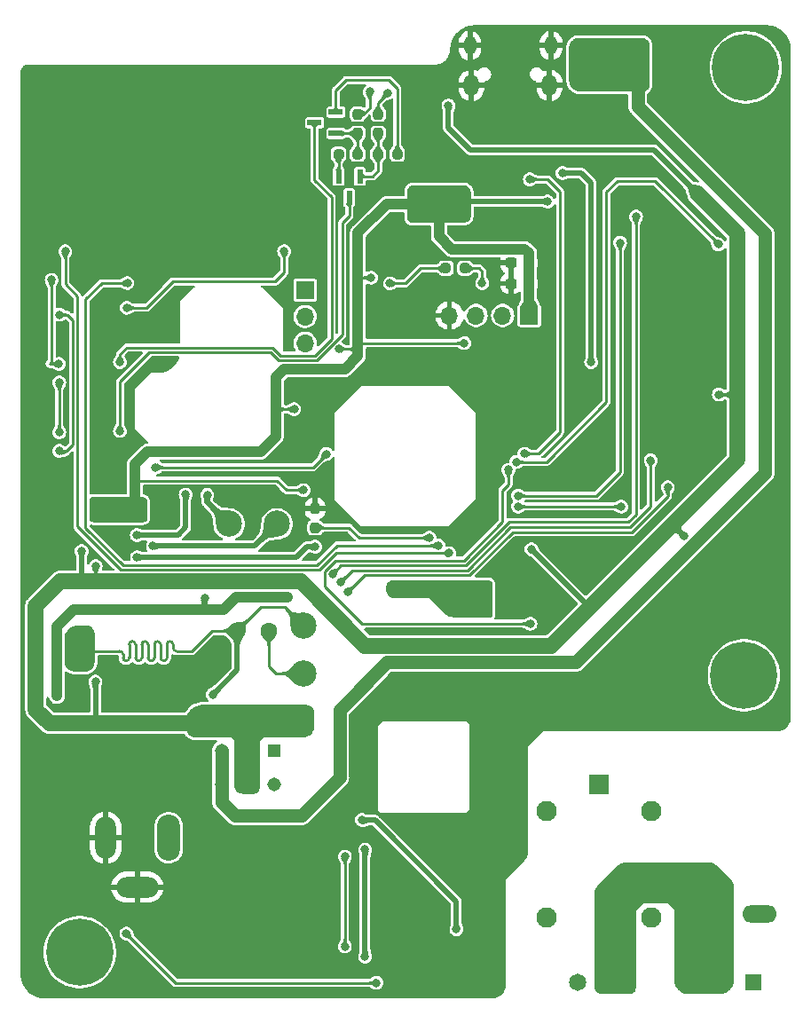
<source format=gbr>
%TF.GenerationSoftware,KiCad,Pcbnew,7.0.10*%
%TF.CreationDate,2024-03-23T12:12:33+07:00*%
%TF.ProjectId,BTL_ESD,42544c5f-4553-4442-9e6b-696361645f70,rev?*%
%TF.SameCoordinates,Original*%
%TF.FileFunction,Copper,L2,Bot*%
%TF.FilePolarity,Positive*%
%FSLAX46Y46*%
G04 Gerber Fmt 4.6, Leading zero omitted, Abs format (unit mm)*
G04 Created by KiCad (PCBNEW 7.0.10) date 2024-03-23 12:12:33*
%MOMM*%
%LPD*%
G01*
G04 APERTURE LIST*
G04 Aperture macros list*
%AMRoundRect*
0 Rectangle with rounded corners*
0 $1 Rounding radius*
0 $2 $3 $4 $5 $6 $7 $8 $9 X,Y pos of 4 corners*
0 Add a 4 corners polygon primitive as box body*
4,1,4,$2,$3,$4,$5,$6,$7,$8,$9,$2,$3,0*
0 Add four circle primitives for the rounded corners*
1,1,$1+$1,$2,$3*
1,1,$1+$1,$4,$5*
1,1,$1+$1,$6,$7*
1,1,$1+$1,$8,$9*
0 Add four rect primitives between the rounded corners*
20,1,$1+$1,$2,$3,$4,$5,0*
20,1,$1+$1,$4,$5,$6,$7,0*
20,1,$1+$1,$6,$7,$8,$9,0*
20,1,$1+$1,$8,$9,$2,$3,0*%
G04 Aperture macros list end*
%TA.AperFunction,ComponentPad*%
%ADD10C,3.600000*%
%TD*%
%TA.AperFunction,ConnectorPad*%
%ADD11C,6.400000*%
%TD*%
%TA.AperFunction,ComponentPad*%
%ADD12C,1.600000*%
%TD*%
%TA.AperFunction,ComponentPad*%
%ADD13C,1.950000*%
%TD*%
%TA.AperFunction,ComponentPad*%
%ADD14R,1.950000X1.950000*%
%TD*%
%TA.AperFunction,ComponentPad*%
%ADD15C,0.300000*%
%TD*%
%TA.AperFunction,ComponentPad*%
%ADD16R,1.308000X1.308000*%
%TD*%
%TA.AperFunction,ComponentPad*%
%ADD17C,1.308000*%
%TD*%
%TA.AperFunction,ComponentPad*%
%ADD18O,3.300000X1.650000*%
%TD*%
%TA.AperFunction,ComponentPad*%
%ADD19R,1.700000X1.700000*%
%TD*%
%TA.AperFunction,ComponentPad*%
%ADD20O,1.700000X1.700000*%
%TD*%
%TA.AperFunction,ComponentPad*%
%ADD21R,1.650000X1.650000*%
%TD*%
%TA.AperFunction,ComponentPad*%
%ADD22C,1.650000*%
%TD*%
%TA.AperFunction,ComponentPad*%
%ADD23O,2.200000X4.400000*%
%TD*%
%TA.AperFunction,ComponentPad*%
%ADD24O,2.000000X4.000000*%
%TD*%
%TA.AperFunction,ComponentPad*%
%ADD25O,4.000000X2.000000*%
%TD*%
%TA.AperFunction,ComponentPad*%
%ADD26O,1.150000X1.800000*%
%TD*%
%TA.AperFunction,ComponentPad*%
%ADD27O,1.450000X2.000000*%
%TD*%
%TA.AperFunction,SMDPad,CuDef*%
%ADD28R,1.320800X0.558800*%
%TD*%
%TA.AperFunction,SMDPad,CuDef*%
%ADD29C,2.500000*%
%TD*%
%TA.AperFunction,SMDPad,CuDef*%
%ADD30RoundRect,0.237500X0.300000X0.237500X-0.300000X0.237500X-0.300000X-0.237500X0.300000X-0.237500X0*%
%TD*%
%TA.AperFunction,SMDPad,CuDef*%
%ADD31RoundRect,0.237500X0.237500X-0.250000X0.237500X0.250000X-0.237500X0.250000X-0.237500X-0.250000X0*%
%TD*%
%TA.AperFunction,SMDPad,CuDef*%
%ADD32RoundRect,0.237500X-0.237500X0.250000X-0.237500X-0.250000X0.237500X-0.250000X0.237500X0.250000X0*%
%TD*%
%TA.AperFunction,SMDPad,CuDef*%
%ADD33R,0.558800X1.320800*%
%TD*%
%TA.AperFunction,SMDPad,CuDef*%
%ADD34RoundRect,0.237500X0.250000X0.237500X-0.250000X0.237500X-0.250000X-0.237500X0.250000X-0.237500X0*%
%TD*%
%TA.AperFunction,SMDPad,CuDef*%
%ADD35RoundRect,0.237500X-0.250000X-0.237500X0.250000X-0.237500X0.250000X0.237500X-0.250000X0.237500X0*%
%TD*%
%TA.AperFunction,ViaPad*%
%ADD36C,0.800000*%
%TD*%
%TA.AperFunction,Conductor*%
%ADD37C,0.254000*%
%TD*%
%TA.AperFunction,Conductor*%
%ADD38C,0.508000*%
%TD*%
%TA.AperFunction,Conductor*%
%ADD39C,1.016000*%
%TD*%
%TA.AperFunction,Conductor*%
%ADD40C,1.524000*%
%TD*%
%TA.AperFunction,Conductor*%
%ADD41C,1.270000*%
%TD*%
G04 APERTURE END LIST*
D10*
%TO.P,H3,1*%
%TO.N,N/C*%
X166852600Y-48560000D03*
D11*
X166852600Y-48560000D03*
%TD*%
D12*
%TO.P,R29,1*%
%TO.N,CURRENT_SUPPLY*%
X121330500Y-102341400D03*
%TO.P,R29,2*%
%TO.N,GNDA*%
X118330500Y-102341400D03*
%TD*%
D10*
%TO.P,H1,1*%
%TO.N,N/C*%
X103301800Y-132994400D03*
D11*
X103301800Y-132994400D03*
%TD*%
D13*
%TO.P,K1,COIL1*%
%TO.N,+5V*%
X157831800Y-119521800D03*
%TO.P,K1,COIL2*%
%TO.N,Net-(D11-PadA)*%
X147831800Y-119521800D03*
D14*
%TO.P,K1,COM*%
%TO.N,Net-(K1-PadCOM)*%
X152831800Y-117021800D03*
D13*
%TO.P,K1,NC*%
%TO.N,unconnected-(K1-PadNC)*%
X157831800Y-129721800D03*
%TO.P,K1,NO*%
%TO.N,Net-(K1-PadNO)*%
X147831800Y-129721800D03*
%TD*%
D15*
%TO.P,U5,39_10,GND*%
%TO.N,GND*%
X110066400Y-55924800D03*
%TO.P,U5,39_11,GND*%
X111466400Y-55924800D03*
%TO.P,U5,39_12,GND*%
X109366400Y-56624800D03*
%TO.P,U5,39_13,GND*%
X110766400Y-56624800D03*
%TO.P,U5,39_14,GND*%
X112166400Y-56624800D03*
%TO.P,U5,39_15,GND*%
X110066400Y-57324800D03*
%TO.P,U5,39_16,GND*%
X111466400Y-57324800D03*
%TO.P,U5,39_17,GND*%
X109366400Y-58024800D03*
%TO.P,U5,39_18,GND*%
X110766400Y-58024800D03*
%TO.P,U5,39_19,GND*%
X112166400Y-58024800D03*
%TO.P,U5,39_20,GND*%
X110066400Y-58724800D03*
%TO.P,U5,39_21,GND*%
X111466400Y-58724800D03*
%TD*%
D16*
%TO.P,SW1,1,1*%
%TO.N,Vin*%
X121829200Y-113766800D03*
D17*
%TO.P,SW1,2,2*%
%TO.N,+5V*%
X119329200Y-113766800D03*
%TO.P,SW1,3,3*%
%TO.N,V_USB*%
X116829200Y-113766800D03*
%TO.P,SW1,4,4*%
X116829200Y-116966800D03*
%TO.P,SW1,5,5*%
%TO.N,+5V*%
X119329200Y-116966800D03*
%TO.P,SW1,6,6*%
%TO.N,Vin*%
X121829200Y-116966800D03*
%TD*%
D18*
%TO.P,RV1,1*%
%TO.N,Net-(RV1-Pad1)*%
X163195000Y-129346800D03*
%TO.P,RV1,2*%
%TO.N,Net-(K1-PadCOM)*%
X168195000Y-129346800D03*
%TD*%
D19*
%TO.P,J3,1,Pin_1*%
%TO.N,+3V3*%
X146192400Y-72237600D03*
D20*
%TO.P,J3,2,Pin_2*%
%TO.N,/STM32/SWDIO*%
X143652400Y-72237600D03*
%TO.P,J3,3,Pin_3*%
%TO.N,/STM32/SWCLK*%
X141112400Y-72237600D03*
%TO.P,J3,4,Pin_4*%
%TO.N,GND*%
X138572400Y-72237600D03*
%TD*%
D21*
%TO.P,XA2,1*%
%TO.N,Net-(K1-PadCOM)*%
X167600080Y-135864941D03*
D22*
%TO.P,XA2,2*%
%TO.N,Net-(RV1-Pad1)*%
X163790080Y-135864941D03*
%TD*%
D23*
%TO.P,J1,1*%
%TO.N,Net-(F1-Pad1)*%
X111785400Y-122072400D03*
D24*
%TO.P,J1,2*%
%TO.N,GND*%
X105785400Y-122072400D03*
D25*
%TO.P,J1,3*%
X108785400Y-126772400D03*
%TD*%
D19*
%TO.P,J2,1,Pin_1*%
%TO.N,Net-(J2-Pin_1)*%
X124790200Y-69799200D03*
D20*
%TO.P,J2,2,Pin_2*%
%TO.N,/STM32/BOOT0*%
X124790200Y-72339200D03*
%TO.P,J2,3,Pin_3*%
%TO.N,Net-(J2-Pin_3)*%
X124790200Y-74879200D03*
%TD*%
D21*
%TO.P,XA1,1*%
%TO.N,Net-(RV1-Pad1)*%
X154584960Y-135864941D03*
D22*
%TO.P,XA1,2*%
%TO.N,Net-(K1-PadNO)*%
X150774960Y-135864941D03*
%TD*%
D26*
%TO.P,J6,6,Shield*%
%TO.N,GND*%
X148279000Y-46480800D03*
D27*
X148129000Y-50280800D03*
X140679000Y-50280800D03*
D26*
X140529000Y-46480800D03*
%TD*%
D10*
%TO.P,H2,1*%
%TO.N,N/C*%
X166674800Y-106559600D03*
D11*
X166674800Y-106559600D03*
%TD*%
D28*
%TO.P,Q2,1*%
%TO.N,Net-(Q2-Pad1)*%
X127736600Y-52828200D03*
%TO.P,Q2,2*%
%TO.N,RTS*%
X127736600Y-54860200D03*
%TO.P,Q2,3*%
%TO.N,EN*%
X125704600Y-53844200D03*
%TD*%
D29*
%TO.P,TP8,1,1*%
%TO.N,Net-(TP8-Pad1)*%
X122123200Y-92125800D03*
%TD*%
D30*
%TO.P,C19,1*%
%TO.N,+3V3*%
X146192400Y-69189600D03*
%TO.P,C19,2*%
%TO.N,GND*%
X144467400Y-69189600D03*
%TD*%
D31*
%TO.P,R17,1*%
%TO.N,Net-(U4-PB2)*%
X125755400Y-92479500D03*
%TO.P,R17,2*%
%TO.N,GND*%
X125755400Y-90654500D03*
%TD*%
D32*
%TO.P,R30,1*%
%TO.N,Net-(U8-~{DTR})*%
X131775200Y-53035200D03*
%TO.P,R30,2*%
%TO.N,DIR*%
X131775200Y-54860200D03*
%TD*%
%TO.P,R31,1*%
%TO.N,Net-(U8-~{RTS})*%
X129819400Y-53035200D03*
%TO.P,R31,2*%
%TO.N,RTS*%
X129819400Y-54860200D03*
%TD*%
D29*
%TO.P,TP6,1,1*%
%TO.N,CURRENT_SUPPLY*%
X124637800Y-106426000D03*
%TD*%
D33*
%TO.P,Q3,1*%
%TO.N,Net-(Q3-Pad1)*%
X127994400Y-58953400D03*
%TO.P,Q3,2*%
%TO.N,DIR*%
X130026400Y-58953400D03*
%TO.P,Q3,3*%
%TO.N,FLASH*%
X129010400Y-60985400D03*
%TD*%
D29*
%TO.P,TP9,1,1*%
%TO.N,Net-(TP9-Pad1)*%
X117551200Y-92125800D03*
%TD*%
D34*
%TO.P,R33,1*%
%TO.N,RTS*%
X129819400Y-56845200D03*
%TO.P,R33,2*%
%TO.N,Net-(Q3-Pad1)*%
X127994400Y-56845200D03*
%TD*%
D29*
%TO.P,TP7,1,1*%
%TO.N,GNDA*%
X124637800Y-101854000D03*
%TD*%
D30*
%TO.P,C23,1*%
%TO.N,+3V3*%
X146192400Y-67208400D03*
%TO.P,C23,2*%
%TO.N,GND*%
X144467400Y-67208400D03*
%TD*%
D35*
%TO.P,R32,1*%
%TO.N,DIR*%
X131775200Y-56845200D03*
%TO.P,R32,2*%
%TO.N,Net-(Q2-Pad1)*%
X133600200Y-56845200D03*
%TD*%
D34*
%TO.P,R15,1*%
%TO.N,Net-(U4-PA10)*%
X140053700Y-67741800D03*
%TO.P,R15,2*%
%TO.N,UART4_RX*%
X138228700Y-67741800D03*
%TD*%
D36*
%TO.N,VCC*%
X130530600Y-133426200D03*
X130530600Y-123190000D03*
X128600200Y-132435600D03*
X128600200Y-123875800D03*
%TO.N,GND*%
X117322600Y-89128600D03*
X122326400Y-122555000D03*
X105156000Y-83362800D03*
X144475200Y-82600800D03*
X137464800Y-56921400D03*
X142240000Y-111760000D03*
X98630000Y-56730000D03*
X135026400Y-64135000D03*
X165506400Y-56515000D03*
X109220000Y-129540000D03*
X142646400Y-135255000D03*
X127177800Y-91109800D03*
X165506400Y-59055000D03*
X160020000Y-106680000D03*
X142646400Y-74295000D03*
X165100000Y-99060000D03*
X167640000Y-91440000D03*
X105206800Y-76809600D03*
X157886400Y-79375000D03*
X119380000Y-134620000D03*
X168046400Y-59055000D03*
X167640000Y-99060000D03*
X160020000Y-104140000D03*
X142443200Y-54762400D03*
X160020000Y-101600000D03*
X167640000Y-93980000D03*
X168046400Y-56515000D03*
X162560000Y-104140000D03*
X142646400Y-59055000D03*
X167640000Y-101600000D03*
X157886400Y-76835000D03*
X124637800Y-48895000D03*
X139369800Y-93929200D03*
X145186400Y-76835000D03*
X168046400Y-61595000D03*
X137566400Y-69215000D03*
X125831600Y-81280000D03*
X137541000Y-75844400D03*
X134493000Y-120472200D03*
X146989800Y-53975000D03*
X144780000Y-124460000D03*
X140106400Y-59055000D03*
X165100000Y-101600000D03*
X157886400Y-61595000D03*
X157886400Y-81915000D03*
X119786400Y-122555000D03*
X157886400Y-66675000D03*
X98630000Y-54230000D03*
X142240000Y-106680000D03*
X145186400Y-79375000D03*
X124866400Y-66675000D03*
X142240000Y-109220000D03*
X162560000Y-101600000D03*
X162560000Y-99060000D03*
X139192000Y-132384800D03*
X145186400Y-64135000D03*
X146710400Y-88011000D03*
X123825000Y-56210200D03*
X165100000Y-93980000D03*
X140106400Y-64135000D03*
X98630000Y-59230000D03*
X162560000Y-109220000D03*
X167640000Y-96520000D03*
X98630000Y-61730000D03*
X143814800Y-97637600D03*
X165100000Y-96520000D03*
X160020000Y-109220000D03*
X160426400Y-46355000D03*
X162560000Y-96520000D03*
X157886400Y-71755000D03*
X157886400Y-84455000D03*
X140106400Y-69215000D03*
X157886400Y-64135000D03*
X102717600Y-109296200D03*
X145186400Y-74295000D03*
X123774200Y-60553600D03*
X157886400Y-69215000D03*
%TO.N,-5V*%
X131622800Y-135915400D03*
X101117400Y-108534200D03*
X101117400Y-106121200D03*
X123136000Y-99082200D03*
X115214400Y-99237800D03*
X107746800Y-131216400D03*
%TO.N,+5V*%
X122326400Y-111125000D03*
X119786400Y-109855000D03*
X164287200Y-79781400D03*
X114706400Y-111125000D03*
X146405600Y-94538800D03*
X104800400Y-107162600D03*
X104825800Y-96164400D03*
X113411000Y-89331800D03*
X119786400Y-111125000D03*
X103479600Y-94716600D03*
X117246400Y-109855000D03*
X160962823Y-93271823D03*
X108737400Y-93192600D03*
X114706400Y-109855000D03*
X122326400Y-109855000D03*
X138480800Y-52197000D03*
X117246400Y-111125000D03*
%TO.N,+3V3*%
X135026400Y-62865000D03*
X123761500Y-81178400D03*
X107086400Y-90170000D03*
X140106400Y-62865000D03*
X154965400Y-90474800D03*
X128016000Y-75438000D03*
X108991400Y-91440000D03*
X124663200Y-88900000D03*
X140106400Y-60325000D03*
X138328400Y-97917000D03*
X140868400Y-97917000D03*
X105181400Y-91440000D03*
X131114800Y-68630800D03*
X145130000Y-90470000D03*
X107086400Y-91440000D03*
X135788400Y-97917000D03*
X135026400Y-60325000D03*
X137566400Y-60325000D03*
X101346000Y-78638400D03*
X105181400Y-90170000D03*
X138328400Y-99187000D03*
X137566400Y-62865000D03*
X101346000Y-83388200D03*
X137566400Y-61595000D03*
X140868400Y-99187000D03*
X140106400Y-61595000D03*
X108991400Y-90170000D03*
X147929600Y-61366400D03*
X140004800Y-74879200D03*
X101346000Y-85166200D03*
X135026400Y-61595000D03*
X101346000Y-72161400D03*
X133502400Y-97917000D03*
%TO.N,/STM32/RESET*%
X110540800Y-86715600D03*
X126822200Y-85445600D03*
%TO.N,EN*%
X101320600Y-76860400D03*
X100610000Y-68850000D03*
X107137200Y-76682600D03*
%TO.N,GNDA*%
X115976400Y-108407200D03*
X103530400Y-105791000D03*
X125755400Y-94310200D03*
X108762800Y-95300800D03*
X103530400Y-102743000D03*
%TO.N,V_USB*%
X156550000Y-46888400D03*
X151470000Y-46888400D03*
X151470000Y-49428400D03*
X154010000Y-49428400D03*
X154010000Y-46888400D03*
X156550000Y-49428400D03*
%TO.N,/STM32/LED_TEST*%
X164236400Y-65455800D03*
X144944681Y-86219881D03*
%TO.N,TFT_RESET*%
X159410400Y-88620600D03*
X128905000Y-98602800D03*
%TO.N,TFT_DC_RS*%
X157784800Y-86055200D03*
X128178000Y-97713800D03*
%TO.N,/TFT/CONTROL_BL*%
X149352000Y-58648600D03*
X152095200Y-76682600D03*
%TO.N,SPI2_CS*%
X145135600Y-89433400D03*
X154863800Y-65303400D03*
%TO.N,TFT_IRQ*%
X127451000Y-96880173D03*
X156387800Y-62814200D03*
%TO.N,FLASH*%
X122809000Y-66114800D03*
X107137200Y-83261200D03*
X107797600Y-71501000D03*
%TO.N,Net-(U3-VSENSE)*%
X130225800Y-120372500D03*
X139242800Y-130810000D03*
%TO.N,Net-(TP9-Pad1)*%
X115468400Y-89357200D03*
%TO.N,TFT_BL*%
X145732822Y-85431739D03*
X146253200Y-59248600D03*
%TO.N,Net-(U8-~{DTR})*%
X132664200Y-51003200D03*
%TO.N,Net-(U8-~{RTS})*%
X130959867Y-50891999D03*
%TO.N,Net-(TP8-Pad1)*%
X110286800Y-94234000D03*
%TO.N,Net-(U4-PB2)*%
X136670792Y-93459600D03*
%TO.N,CONTROL_LED*%
X146304000Y-101650800D03*
X144206680Y-86957882D03*
%TO.N,GPIO_1*%
X138557000Y-94913600D03*
X101920000Y-66110000D03*
%TO.N,GPIO_2*%
X137515600Y-94186600D03*
X107848400Y-69150000D03*
%TO.N,UART4_RX*%
X132902700Y-69174100D03*
%TO.N,Net-(U4-PA10)*%
X141706600Y-69164200D03*
%TD*%
D37*
%TO.N,GPIO_1*%
X101920000Y-69269200D02*
X101920000Y-66110000D01*
X126140987Y-96520000D02*
X107238800Y-96520000D01*
X138557000Y-94913600D02*
X127747387Y-94913600D01*
X103095400Y-92376600D02*
X103095400Y-70444600D01*
X103095400Y-70444600D02*
X101920000Y-69269200D01*
X127747387Y-94913600D02*
X126140987Y-96520000D01*
X107238800Y-96520000D02*
X103095400Y-92376600D01*
%TO.N,Net-(U4-PB2)*%
X129004700Y-92479500D02*
X125755400Y-92479500D01*
X129984800Y-93459600D02*
X129004700Y-92479500D01*
X136670792Y-93459600D02*
X129984800Y-93459600D01*
%TO.N,GPIO_2*%
X105405800Y-69164200D02*
X107848400Y-69164200D01*
X103860000Y-70710000D02*
X105405800Y-69164200D01*
X107426852Y-96066000D02*
X103860000Y-92499148D01*
X125952935Y-96066000D02*
X107426852Y-96066000D01*
X137515600Y-94186600D02*
X127832335Y-94186600D01*
X127832335Y-94186600D02*
X125952935Y-96066000D01*
X103860000Y-92499148D02*
X103860000Y-70710000D01*
%TO.N,CONTROL_LED*%
X130251200Y-101650800D02*
X146304000Y-101650800D01*
X127662439Y-95640600D02*
X126669800Y-96633239D01*
X126669800Y-96633239D02*
X126669800Y-98069400D01*
X126669800Y-98069400D02*
X130251200Y-101650800D01*
X139944400Y-95640600D02*
X127662439Y-95640600D01*
X143637000Y-88925400D02*
X143637000Y-91948000D01*
X143637000Y-91948000D02*
X139944400Y-95640600D01*
X144206680Y-88355720D02*
X143637000Y-88925400D01*
X144206680Y-86957882D02*
X144206680Y-88355720D01*
%TO.N,TFT_IRQ*%
X144277052Y-91950000D02*
X140132452Y-96094600D01*
X128236573Y-96094600D02*
X127451000Y-96880173D01*
X156387800Y-91224696D02*
X155662496Y-91950000D01*
X140132452Y-96094600D02*
X128236573Y-96094600D01*
X156387800Y-62814200D02*
X156387800Y-91224696D01*
X155662496Y-91950000D02*
X144277052Y-91950000D01*
%TO.N,TFT_DC_RS*%
X144416306Y-92452800D02*
X140320506Y-96548600D01*
X155801748Y-92452800D02*
X144416306Y-92452800D01*
X129343200Y-96548600D02*
X128178000Y-97713800D01*
X157784800Y-90469748D02*
X155801748Y-92452800D01*
X157784800Y-86055200D02*
X157784800Y-90469748D01*
X140320506Y-96548600D02*
X129343200Y-96548600D01*
%TO.N,TFT_RESET*%
X130505200Y-97002600D02*
X128905000Y-98602800D01*
X140508559Y-97002600D02*
X130505200Y-97002600D01*
X144604359Y-92906800D02*
X140508559Y-97002600D01*
X155989800Y-92906800D02*
X144604359Y-92906800D01*
X159410400Y-89486200D02*
X155989800Y-92906800D01*
X159410400Y-88620600D02*
X159410400Y-89486200D01*
%TO.N,+3V3*%
X140004800Y-74879200D02*
X129819400Y-74879200D01*
X129819400Y-74879200D02*
X129844800Y-74853800D01*
%TO.N,FLASH*%
X107797600Y-71501000D02*
X109677200Y-71501000D01*
X109677200Y-71501000D02*
X112166400Y-69011800D01*
X112166400Y-69011800D02*
X121920000Y-69011800D01*
X121920000Y-69011800D02*
X122809000Y-68122800D01*
X122809000Y-68122800D02*
X122809000Y-66114800D01*
%TO.N,VCC*%
X128600200Y-132435600D02*
X128600200Y-123875800D01*
D38*
X130530600Y-133426200D02*
X130530600Y-123190000D01*
D39*
%TO.N,-5V*%
X101117400Y-106121200D02*
X101117400Y-108534200D01*
D37*
X107746800Y-131216400D02*
X112445800Y-135915400D01*
D39*
X123136000Y-99082200D02*
X118240200Y-99082200D01*
X118240200Y-99082200D02*
X117043200Y-100279200D01*
D38*
X115214400Y-99237800D02*
X115214400Y-100279200D01*
D39*
X117043200Y-100279200D02*
X102717600Y-100279200D01*
X102717600Y-100279200D02*
X101117400Y-101879400D01*
D37*
X112445800Y-135915400D02*
X131622800Y-135915400D01*
D39*
X101117400Y-101879400D02*
X101117400Y-106121200D01*
D40*
%TO.N,+5V*%
X162255200Y-60604400D02*
X166017600Y-64366800D01*
D38*
X112674400Y-93192600D02*
X113411000Y-92456000D01*
X103479600Y-94716600D02*
X103479600Y-97612200D01*
D37*
X104825800Y-96164400D02*
X104825800Y-97586800D01*
D40*
X166017600Y-86026600D02*
X159867600Y-92176600D01*
X148310600Y-103733600D02*
X130530600Y-103733600D01*
D37*
X104825800Y-97586800D02*
X104800400Y-97612200D01*
D38*
X158089600Y-56438800D02*
X140589000Y-56438800D01*
D37*
X164287200Y-79781400D02*
X166017600Y-79781400D01*
D38*
X162255200Y-60604400D02*
X158089600Y-56438800D01*
D40*
X99110800Y-99974400D02*
X99110800Y-109829600D01*
D38*
X104800400Y-107162600D02*
X104800400Y-111125000D01*
D40*
X159867600Y-92176600D02*
X148310600Y-103733600D01*
X104800400Y-97612200D02*
X101473000Y-97612200D01*
D38*
X160962823Y-93271823D02*
X159867600Y-92176600D01*
X146405600Y-94538800D02*
X151506339Y-99639539D01*
D40*
X166017600Y-64366800D02*
X166017600Y-79781400D01*
X166017600Y-79781400D02*
X166017600Y-86026600D01*
X100406200Y-111125000D02*
X117246400Y-111125000D01*
X101473000Y-97612200D02*
X99110800Y-99974400D01*
D38*
X138480800Y-54330600D02*
X138480800Y-52197000D01*
X113411000Y-92456000D02*
X113411000Y-89331800D01*
D40*
X124409200Y-97612200D02*
X104800400Y-97612200D01*
D38*
X140589000Y-56438800D02*
X138480800Y-54330600D01*
D40*
X99110800Y-109829600D02*
X100406200Y-111125000D01*
X130530600Y-103733600D02*
X124409200Y-97612200D01*
D38*
X108737400Y-93192600D02*
X112674400Y-93192600D01*
D39*
%TO.N,+3V3*%
X128598000Y-77345200D02*
X129844800Y-76098400D01*
D38*
X140335000Y-61366400D02*
X140106400Y-61595000D01*
D39*
X137566400Y-64693800D02*
X138760200Y-65887600D01*
X109778800Y-85217000D02*
X108559600Y-86436200D01*
X138760200Y-65887600D02*
X145770600Y-65887600D01*
X146192400Y-67208400D02*
X146192400Y-72237600D01*
X137566400Y-62865000D02*
X137566400Y-64693800D01*
X129844800Y-64338200D02*
X132588000Y-61595000D01*
X129844800Y-75438000D02*
X129844800Y-74853800D01*
X127990600Y-77345200D02*
X128598000Y-77345200D01*
X129844800Y-74853800D02*
X129844800Y-68605400D01*
X121996200Y-81178400D02*
X121996200Y-78155800D01*
D37*
X128016000Y-77319800D02*
X127990600Y-77345200D01*
X102641400Y-84582000D02*
X102641400Y-72694800D01*
X101346000Y-78638400D02*
X101346000Y-83388200D01*
X145140000Y-90460000D02*
X145130000Y-90470000D01*
D39*
X108559600Y-86436200D02*
X108559600Y-91008200D01*
D37*
X102108000Y-72161400D02*
X101346000Y-72161400D01*
D39*
X120573800Y-85217000D02*
X109778800Y-85217000D01*
D37*
X129870200Y-68630800D02*
X129844800Y-68605400D01*
D39*
X121996200Y-81178400D02*
X121996200Y-83794600D01*
X122806800Y-77345200D02*
X127990600Y-77345200D01*
D37*
X154965400Y-90474800D02*
X154950600Y-90460000D01*
X123037600Y-88900000D02*
X122123200Y-87985600D01*
X102057200Y-85166200D02*
X102641400Y-84582000D01*
D39*
X129844800Y-68605400D02*
X129844800Y-64338200D01*
D37*
X128016000Y-75438000D02*
X129844800Y-75438000D01*
X102641400Y-72694800D02*
X102108000Y-72161400D01*
D39*
X129844800Y-76098400D02*
X129844800Y-75438000D01*
D37*
X124663200Y-88900000D02*
X123037600Y-88900000D01*
X123761500Y-81178400D02*
X123748800Y-81165700D01*
X123761500Y-81178400D02*
X121996200Y-81178400D01*
D39*
X121996200Y-78155800D02*
X122806800Y-77345200D01*
D37*
X101346000Y-85166200D02*
X102057200Y-85166200D01*
D39*
X146192400Y-66309400D02*
X146192400Y-67208400D01*
D37*
X154950600Y-90460000D02*
X145140000Y-90460000D01*
D39*
X132588000Y-61595000D02*
X137566400Y-61595000D01*
D37*
X131114800Y-68630800D02*
X129870200Y-68630800D01*
D39*
X145770600Y-65887600D02*
X146192400Y-66309400D01*
D37*
X122123200Y-87985600D02*
X108559600Y-87985600D01*
D38*
X147929600Y-61366400D02*
X140335000Y-61366400D01*
D39*
X121996200Y-83794600D02*
X120573800Y-85217000D01*
X108559600Y-91008200D02*
X108991400Y-91440000D01*
D37*
%TO.N,/STM32/RESET*%
X110540800Y-86715600D02*
X125552200Y-86715600D01*
X125552200Y-86715600D02*
X126822200Y-85445600D01*
%TO.N,EN*%
X125704600Y-59309000D02*
X125704600Y-53844200D01*
X125714348Y-76056200D02*
X127330200Y-74440348D01*
X127330200Y-60934600D02*
X125704600Y-59309000D01*
X127330200Y-74440348D02*
X127330200Y-60934600D01*
X107137200Y-76682600D02*
X107137200Y-75946000D01*
X100610000Y-76680800D02*
X100430400Y-76860400D01*
X100610000Y-68850000D02*
X100610000Y-76680800D01*
X122456353Y-76056200D02*
X125714348Y-76056200D01*
X121688953Y-75288800D02*
X122456353Y-76056200D01*
X107137200Y-75946000D02*
X107794400Y-75288800D01*
X100430400Y-76860400D02*
X101320600Y-76860400D01*
X107794400Y-75288800D02*
X121688953Y-75288800D01*
%TO.N,GNDA*%
X111622000Y-103632021D02*
X111622000Y-103967000D01*
X110422000Y-103632021D02*
X110422000Y-104267000D01*
X113969800Y-104267000D02*
X112522000Y-104267000D01*
X109822000Y-104267000D02*
X109822000Y-103632021D01*
X118330500Y-102341400D02*
X115895400Y-102341400D01*
X108622000Y-104901979D02*
X108622000Y-104267000D01*
D38*
X124993400Y-94310200D02*
X124002800Y-95300800D01*
D37*
X122834400Y-100050600D02*
X120621300Y-100050600D01*
X120621300Y-100050600D02*
X118330500Y-102341400D01*
X107422000Y-104901979D02*
X107422000Y-104567000D01*
X109822000Y-104901979D02*
X109822000Y-104267000D01*
D38*
X124002800Y-95300800D02*
X108762800Y-95300800D01*
D37*
X111022000Y-104267000D02*
X111022000Y-103632021D01*
X111622000Y-103967000D02*
X111622000Y-104901979D01*
X124637800Y-101854000D02*
X122834400Y-100050600D01*
X111022000Y-104901979D02*
X111022000Y-104267000D01*
X108022000Y-104267000D02*
X108022000Y-104901979D01*
X106078477Y-104267000D02*
X104622600Y-104267000D01*
X108622000Y-104267000D02*
X108622000Y-103632021D01*
D38*
X125755400Y-94310200D02*
X124993400Y-94310200D01*
D37*
X107122000Y-104267000D02*
X106078477Y-104267000D01*
X108022000Y-103632021D02*
X108022000Y-104267000D01*
X109222000Y-104267000D02*
X109222000Y-104901979D01*
X115895400Y-102341400D02*
X113969800Y-104267000D01*
X112222000Y-103967000D02*
X112222000Y-103632021D01*
D38*
X118330500Y-106053100D02*
X118330500Y-102341400D01*
X115976400Y-108407200D02*
X118330500Y-106053100D01*
D37*
X110422000Y-104267000D02*
X110422000Y-104901979D01*
X109222000Y-103632021D02*
X109222000Y-104267000D01*
X109522000Y-103332000D02*
G75*
G03*
X109222000Y-103632021I0J-300000D01*
G01*
X112221979Y-103632021D02*
G75*
G03*
X111922000Y-103332021I-299979J21D01*
G01*
X109822021Y-104901979D02*
G75*
G03*
X110122000Y-105201979I299979J-21D01*
G01*
X112222000Y-103967000D02*
G75*
G03*
X112522000Y-104267000I300000J0D01*
G01*
X108922000Y-105202000D02*
G75*
G03*
X109222000Y-104901979I0J300000D01*
G01*
X111021979Y-103632021D02*
G75*
G03*
X110722000Y-103332021I-299979J21D01*
G01*
X107422000Y-104567000D02*
G75*
G03*
X107122000Y-104267000I-300000J0D01*
G01*
X111322000Y-105202000D02*
G75*
G03*
X111622000Y-104901979I0J300000D01*
G01*
X107722000Y-105202000D02*
G75*
G03*
X108022000Y-104901979I0J300000D01*
G01*
X108621979Y-103632021D02*
G75*
G03*
X108322000Y-103332021I-299979J21D01*
G01*
X110122000Y-105202000D02*
G75*
G03*
X110422000Y-104901979I0J300000D01*
G01*
X107422021Y-104901979D02*
G75*
G03*
X107722000Y-105201979I299979J-21D01*
G01*
X109821979Y-103632021D02*
G75*
G03*
X109522000Y-103332021I-299979J21D01*
G01*
X110722000Y-103332000D02*
G75*
G03*
X110422000Y-103632021I0J-300000D01*
G01*
X111022021Y-104901979D02*
G75*
G03*
X111322000Y-105201979I299979J-21D01*
G01*
X111922000Y-103332000D02*
G75*
G03*
X111622000Y-103632021I0J-300000D01*
G01*
X108322000Y-103332000D02*
G75*
G03*
X108022000Y-103632021I0J-300000D01*
G01*
X108622021Y-104901979D02*
G75*
G03*
X108922000Y-105201979I299979J-21D01*
G01*
%TO.N,CURRENT_SUPPLY*%
X121330500Y-105734900D02*
X122021600Y-106426000D01*
X122021600Y-106426000D02*
X124637800Y-106426000D01*
X121330500Y-102341400D02*
X121330500Y-105734900D01*
D41*
%TO.N,V_USB*%
X124485400Y-119964200D02*
X128117600Y-116332000D01*
X116829200Y-116966800D02*
X116829200Y-118683400D01*
X116829200Y-118683400D02*
X118110000Y-119964200D01*
X128117600Y-116332000D02*
X128117600Y-109855000D01*
X168706800Y-87274400D02*
X168706800Y-64439800D01*
X132642000Y-105330600D02*
X150650600Y-105330600D01*
X150650600Y-105330600D02*
X168706800Y-87274400D01*
X118110000Y-119964200D02*
X124485400Y-119964200D01*
X168706800Y-64439800D02*
X156550000Y-52283000D01*
X128117600Y-109855000D02*
X132642000Y-105330600D01*
X116829200Y-116966800D02*
X116829200Y-113766800D01*
X156550000Y-52283000D02*
X156550000Y-49428400D01*
D37*
%TO.N,/STM32/LED_TEST*%
X153543000Y-60452000D02*
X154584400Y-59410600D01*
X153543000Y-80492600D02*
X153543000Y-60452000D01*
X158216600Y-59410600D02*
X164236400Y-65430400D01*
X147815719Y-86219881D02*
X153543000Y-80492600D01*
X144944681Y-86219881D02*
X147815719Y-86219881D01*
X154584400Y-59410600D02*
X158216600Y-59410600D01*
X164236400Y-65430400D02*
X164236400Y-65455800D01*
D38*
%TO.N,/TFT/CONTROL_BL*%
X151130000Y-58648600D02*
X152095200Y-59613800D01*
X152095200Y-59613800D02*
X152095200Y-76682600D01*
X149352000Y-58648600D02*
X151130000Y-58648600D01*
D37*
%TO.N,SPI2_CS*%
X154863800Y-87147400D02*
X152577800Y-89433400D01*
X152577800Y-89433400D02*
X145135600Y-89433400D01*
X154863800Y-65303400D02*
X154863800Y-87147400D01*
%TO.N,Net-(Q2-Pad1)*%
X127736600Y-52828200D02*
X127736600Y-50749200D01*
X128727200Y-49758600D02*
X132765800Y-49758600D01*
X127736600Y-50749200D02*
X128727200Y-49758600D01*
X133600200Y-50593000D02*
X133600200Y-56845200D01*
X132765800Y-49758600D02*
X133600200Y-50593000D01*
%TO.N,RTS*%
X127736600Y-54860200D02*
X129819400Y-54860200D01*
X129819400Y-54860200D02*
X129819400Y-56845200D01*
%TO.N,Net-(Q3-Pad1)*%
X127994400Y-56845200D02*
X127994400Y-58953400D01*
%TO.N,DIR*%
X131775200Y-56845200D02*
X131775200Y-54860200D01*
X130026400Y-58953400D02*
X131241800Y-58953400D01*
X131775200Y-58420000D02*
X131775200Y-56845200D01*
X131241800Y-58953400D02*
X131775200Y-58420000D01*
%TO.N,FLASH*%
X107137200Y-83261200D02*
X107137200Y-78562200D01*
X129010400Y-62734200D02*
X129010400Y-60985400D01*
X128346200Y-74066400D02*
X128346200Y-63398400D01*
X109956600Y-75742800D02*
X121500900Y-75742800D01*
X128346200Y-63398400D02*
X129010400Y-62734200D01*
X107137200Y-78562200D02*
X109956600Y-75742800D01*
X125902400Y-76510200D02*
X128346200Y-74066400D01*
X122268300Y-76510200D02*
X125902400Y-76510200D01*
X121500900Y-75742800D02*
X122268300Y-76510200D01*
D38*
%TO.N,Net-(U3-VSENSE)*%
X139242800Y-128162800D02*
X131476000Y-120396000D01*
X139242800Y-130810000D02*
X139242800Y-128162800D01*
X131476000Y-120396000D02*
X130225800Y-120396000D01*
%TO.N,Net-(TP9-Pad1)*%
X115468400Y-89357200D02*
X115468400Y-90043000D01*
X115468400Y-90043000D02*
X117551200Y-92125800D01*
D37*
%TO.N,TFT_BL*%
X147054461Y-85431739D02*
X149123400Y-83362800D01*
X145732822Y-85431739D02*
X147054461Y-85431739D01*
X147945400Y-59248600D02*
X146253200Y-59248600D01*
X149123400Y-83362800D02*
X149123400Y-60426600D01*
X149123400Y-60426600D02*
X147945400Y-59248600D01*
%TO.N,Net-(U8-~{DTR})*%
X132664200Y-51028600D02*
X131775200Y-51917600D01*
X132664200Y-51003200D02*
X132664200Y-51028600D01*
X131775200Y-51917600D02*
X131775200Y-53035200D01*
%TO.N,Net-(U8-~{RTS})*%
X130352800Y-53035200D02*
X129819400Y-53035200D01*
X130959867Y-52428133D02*
X130352800Y-53035200D01*
X130959867Y-50891999D02*
X130959867Y-52428133D01*
D38*
%TO.N,Net-(TP8-Pad1)*%
X120015000Y-94234000D02*
X122123200Y-92125800D01*
X110286800Y-94234000D02*
X120015000Y-94234000D01*
D37*
%TO.N,CONTROL_LED*%
X144206680Y-86957882D02*
X144177779Y-86928981D01*
D40*
%TO.N,Net-(RV1-Pad1)*%
X161747200Y-125704600D02*
X156184600Y-125704600D01*
X163195000Y-127152400D02*
X161747200Y-125704600D01*
X163195000Y-129346800D02*
X163195000Y-127152400D01*
X163790080Y-132243280D02*
X163195000Y-131648200D01*
X154584960Y-127304240D02*
X154584960Y-135864941D01*
X156184600Y-125704600D02*
X154584960Y-127304240D01*
X163195000Y-131648200D02*
X163195000Y-129346800D01*
X163790080Y-135864941D02*
X163790080Y-132243280D01*
D37*
%TO.N,UART4_RX*%
X135813800Y-67741800D02*
X134381500Y-69174100D01*
X134381500Y-69174100D02*
X132902700Y-69174100D01*
X138228700Y-67741800D02*
X135813800Y-67741800D01*
%TO.N,Net-(U4-PA10)*%
X141376400Y-67741800D02*
X141706600Y-68072000D01*
X140053700Y-67741800D02*
X141376400Y-67741800D01*
X141706600Y-68072000D02*
X141706600Y-69164200D01*
%TD*%
%TA.AperFunction,Conductor*%
%TO.N,+5V*%
G36*
X124932169Y-109398861D02*
G01*
X125075365Y-109417713D01*
X125109466Y-109422203D01*
X125109930Y-109422264D01*
X125141198Y-109430642D01*
X125299273Y-109496119D01*
X125327306Y-109512304D01*
X125379702Y-109552508D01*
X125463050Y-109616463D01*
X125485938Y-109639351D01*
X125590095Y-109775093D01*
X125606280Y-109803126D01*
X125671757Y-109961201D01*
X125680135Y-109992468D01*
X125703539Y-110170230D01*
X125704600Y-110186416D01*
X125704600Y-111388534D01*
X125704003Y-111400688D01*
X125684135Y-111602410D01*
X125679393Y-111626251D01*
X125622328Y-111814369D01*
X125613025Y-111836827D01*
X125520360Y-112010190D01*
X125506855Y-112030402D01*
X125382147Y-112182359D01*
X125364959Y-112199547D01*
X125213002Y-112324255D01*
X125192790Y-112337760D01*
X125019427Y-112430425D01*
X124996969Y-112439728D01*
X124808851Y-112496793D01*
X124785010Y-112501535D01*
X124583288Y-112521403D01*
X124571134Y-112522000D01*
X120827800Y-112522000D01*
X120472200Y-112877600D01*
X120472200Y-113129039D01*
X120472200Y-117266225D01*
X120471139Y-117282411D01*
X120453645Y-117415283D01*
X120445267Y-117446550D01*
X120397117Y-117562794D01*
X120380932Y-117590827D01*
X120304338Y-117690648D01*
X120281448Y-117713538D01*
X120181627Y-117790132D01*
X120153594Y-117806317D01*
X120037350Y-117854467D01*
X120006083Y-117862845D01*
X119873212Y-117880339D01*
X119857026Y-117881400D01*
X118863743Y-117881400D01*
X118851589Y-117880803D01*
X118709080Y-117866767D01*
X118685240Y-117862025D01*
X118554059Y-117822232D01*
X118531602Y-117812929D01*
X118410714Y-117748313D01*
X118390502Y-117734808D01*
X118284540Y-117647847D01*
X118267352Y-117630659D01*
X118224034Y-117577876D01*
X118180390Y-117524695D01*
X118166886Y-117504485D01*
X118102270Y-117383597D01*
X118092969Y-117361146D01*
X118053172Y-117229952D01*
X118048433Y-117206124D01*
X118034397Y-117063610D01*
X118033800Y-117051457D01*
X118033800Y-112973565D01*
X118033800Y-112776000D01*
X117754400Y-112496600D01*
X117556835Y-112496600D01*
X114335102Y-112496600D01*
X114322948Y-112496003D01*
X114171981Y-112481134D01*
X114148140Y-112476392D01*
X114008827Y-112434132D01*
X113986371Y-112424830D01*
X113857985Y-112356206D01*
X113837774Y-112342701D01*
X113725240Y-112250347D01*
X113708052Y-112233159D01*
X113615698Y-112120625D01*
X113602193Y-112100414D01*
X113533567Y-111972023D01*
X113524267Y-111949572D01*
X113482005Y-111810253D01*
X113477266Y-111786423D01*
X113462397Y-111635450D01*
X113461800Y-111623297D01*
X113461800Y-110818943D01*
X113462397Y-110806789D01*
X113485006Y-110577233D01*
X113489745Y-110553409D01*
X113554930Y-110338520D01*
X113564228Y-110316076D01*
X113670079Y-110118042D01*
X113683576Y-110097842D01*
X113829920Y-109919521D01*
X113838073Y-109910526D01*
X113974526Y-109774073D01*
X113983521Y-109765920D01*
X114161842Y-109619576D01*
X114182042Y-109606079D01*
X114380076Y-109500228D01*
X114402520Y-109490930D01*
X114617409Y-109425745D01*
X114641233Y-109421006D01*
X114870790Y-109398397D01*
X114882944Y-109397800D01*
X124915984Y-109397800D01*
X124932169Y-109398861D01*
G37*
%TD.AperFunction*%
%TD*%
%TA.AperFunction,Conductor*%
%TO.N,+3V3*%
G36*
X109266532Y-89536061D02*
G01*
X109314253Y-89542343D01*
X109376960Y-89550599D01*
X109408225Y-89558976D01*
X109503552Y-89598462D01*
X109531586Y-89614647D01*
X109613448Y-89677463D01*
X109636336Y-89700351D01*
X109699152Y-89782213D01*
X109715338Y-89810248D01*
X109754822Y-89905573D01*
X109763200Y-89936839D01*
X109777739Y-90047267D01*
X109778800Y-90063453D01*
X109778800Y-91488308D01*
X109777739Y-91504494D01*
X109764678Y-91603696D01*
X109756300Y-91634962D01*
X109721146Y-91719832D01*
X109704961Y-91747867D01*
X109649037Y-91820748D01*
X109626148Y-91843637D01*
X109553267Y-91899561D01*
X109525232Y-91915746D01*
X109440362Y-91950900D01*
X109409096Y-91959278D01*
X109320175Y-91970985D01*
X109309892Y-91972339D01*
X109293708Y-91973400D01*
X104657932Y-91973400D01*
X104641747Y-91972339D01*
X104624471Y-91970064D01*
X104553763Y-91960755D01*
X104522497Y-91952377D01*
X104448084Y-91921554D01*
X104420052Y-91905370D01*
X104395494Y-91886526D01*
X104356149Y-91856336D01*
X104333263Y-91833450D01*
X104284227Y-91769545D01*
X104268044Y-91741513D01*
X104250939Y-91700217D01*
X104241500Y-91652765D01*
X104241500Y-89820112D01*
X104261185Y-89753073D01*
X104262366Y-89751269D01*
X104316797Y-89669807D01*
X104351008Y-89635597D01*
X104436599Y-89578406D01*
X104481289Y-89559895D01*
X104594473Y-89537381D01*
X104618656Y-89535000D01*
X109250347Y-89535000D01*
X109266532Y-89536061D01*
G37*
%TD.AperFunction*%
%TD*%
%TA.AperFunction,Conductor*%
%TO.N,V_USB*%
G36*
X156972090Y-45746461D02*
G01*
X157039211Y-45755297D01*
X157127408Y-45766909D01*
X157158673Y-45775286D01*
X157295831Y-45832098D01*
X157323865Y-45848284D01*
X157441648Y-45938663D01*
X157464536Y-45961551D01*
X157554915Y-46079334D01*
X157571101Y-46107369D01*
X157627912Y-46244525D01*
X157636290Y-46275791D01*
X157656739Y-46431109D01*
X157657800Y-46447295D01*
X157657800Y-50261025D01*
X157656739Y-50277211D01*
X157639245Y-50410083D01*
X157630867Y-50441350D01*
X157582717Y-50557594D01*
X157566532Y-50585627D01*
X157489938Y-50685448D01*
X157467048Y-50708338D01*
X157367227Y-50784932D01*
X157339194Y-50801117D01*
X157222950Y-50849267D01*
X157191683Y-50857645D01*
X157058812Y-50875139D01*
X157042626Y-50876200D01*
X151077106Y-50876200D01*
X151064952Y-50875603D01*
X150871688Y-50856568D01*
X150847846Y-50851825D01*
X150667861Y-50797226D01*
X150645404Y-50787924D01*
X150479539Y-50699268D01*
X150459327Y-50685763D01*
X150313940Y-50566447D01*
X150296752Y-50549259D01*
X150289038Y-50539860D01*
X150177435Y-50403870D01*
X150163931Y-50383660D01*
X150075275Y-50217795D01*
X150065973Y-50195338D01*
X150011374Y-50015353D01*
X150006632Y-49991517D01*
X149987597Y-49798248D01*
X149987000Y-49786094D01*
X149987000Y-46705423D01*
X149987597Y-46693269D01*
X150004133Y-46525376D01*
X150008872Y-46501551D01*
X150056069Y-46345961D01*
X150065367Y-46323513D01*
X150142012Y-46180119D01*
X150155513Y-46159914D01*
X150258656Y-46034235D01*
X150275835Y-46017056D01*
X150401514Y-45913913D01*
X150421719Y-45900412D01*
X150565113Y-45823767D01*
X150587561Y-45814469D01*
X150743151Y-45767272D01*
X150766976Y-45762533D01*
X150934870Y-45745997D01*
X150947024Y-45745400D01*
X156955905Y-45745400D01*
X156972090Y-45746461D01*
G37*
%TD.AperFunction*%
%TD*%
%TA.AperFunction,Conductor*%
%TO.N,+3V3*%
G36*
X139972051Y-59818061D02*
G01*
X140116143Y-59837031D01*
X140147411Y-59845409D01*
X140274114Y-59897891D01*
X140302147Y-59914076D01*
X140410950Y-59997563D01*
X140433838Y-60020451D01*
X140517323Y-60129252D01*
X140533508Y-60157285D01*
X140585990Y-60283988D01*
X140594368Y-60315255D01*
X140613339Y-60459347D01*
X140614400Y-60475533D01*
X140614400Y-62757825D01*
X140613339Y-62774011D01*
X140595845Y-62906883D01*
X140587467Y-62938150D01*
X140539317Y-63054394D01*
X140523132Y-63082427D01*
X140446538Y-63182248D01*
X140423648Y-63205138D01*
X140323827Y-63281732D01*
X140295794Y-63297917D01*
X140179550Y-63346067D01*
X140148283Y-63354445D01*
X140015412Y-63371939D01*
X139999226Y-63373000D01*
X134985532Y-63373000D01*
X134969347Y-63371939D01*
X134952071Y-63369664D01*
X134881363Y-63360355D01*
X134850097Y-63351977D01*
X134775684Y-63321154D01*
X134747652Y-63304970D01*
X134717367Y-63281732D01*
X134683749Y-63255936D01*
X134660863Y-63233050D01*
X134611829Y-63169147D01*
X134595645Y-63141115D01*
X134564822Y-63066702D01*
X134556444Y-63035434D01*
X134544861Y-62947452D01*
X134543800Y-62931267D01*
X134543800Y-60345453D01*
X134544861Y-60329268D01*
X134559399Y-60218840D01*
X134567777Y-60187573D01*
X134607263Y-60092243D01*
X134623447Y-60064213D01*
X134686263Y-59982351D01*
X134709151Y-59959463D01*
X134791013Y-59896647D01*
X134819043Y-59880463D01*
X134914376Y-59840976D01*
X134945637Y-59832599D01*
X135023460Y-59822353D01*
X135056068Y-59818061D01*
X135072253Y-59817000D01*
X139955866Y-59817000D01*
X139972051Y-59818061D01*
G37*
%TD.AperFunction*%
%TD*%
%TA.AperFunction,Conductor*%
%TO.N,GND*%
G36*
X168874620Y-44543773D02*
G01*
X168882643Y-44543904D01*
X168886523Y-44544031D01*
X168899756Y-44544680D01*
X168900684Y-44544730D01*
X168985640Y-44549869D01*
X169096740Y-44557141D01*
X169100721Y-44557467D01*
X169177486Y-44565022D01*
X169185519Y-44566080D01*
X169232333Y-44573808D01*
X169234453Y-44574176D01*
X169297792Y-44585784D01*
X169299492Y-44586109D01*
X169387257Y-44603566D01*
X169390415Y-44604195D01*
X169394379Y-44605051D01*
X169417917Y-44610539D01*
X169467435Y-44622085D01*
X169476137Y-44624452D01*
X169576982Y-44655877D01*
X169579296Y-44656598D01*
X169582259Y-44657562D01*
X169675431Y-44689190D01*
X169679204Y-44690540D01*
X169737794Y-44712593D01*
X169744960Y-44715551D01*
X169845359Y-44760737D01*
X169846919Y-44761439D01*
X169850871Y-44763302D01*
X169946872Y-44810645D01*
X169950481Y-44812499D01*
X169994102Y-44835815D01*
X169999799Y-44839056D01*
X170098433Y-44898683D01*
X170103174Y-44901698D01*
X170200134Y-44966485D01*
X170203472Y-44968795D01*
X170232224Y-44989399D01*
X170236469Y-44992581D01*
X170330376Y-45066153D01*
X170335661Y-45070535D01*
X170430925Y-45154080D01*
X170433935Y-45156808D01*
X170447941Y-45169927D01*
X170450854Y-45172746D01*
X170532567Y-45254460D01*
X170535387Y-45257374D01*
X170548526Y-45271402D01*
X170551234Y-45274390D01*
X170593304Y-45322363D01*
X170634770Y-45369646D01*
X170639151Y-45374930D01*
X170712738Y-45468856D01*
X170715923Y-45473106D01*
X170736523Y-45501855D01*
X170738827Y-45505183D01*
X170751818Y-45524626D01*
X170803622Y-45602158D01*
X170806636Y-45606899D01*
X170866249Y-45705512D01*
X170869491Y-45711209D01*
X170892812Y-45754841D01*
X170894666Y-45758450D01*
X170942017Y-45854470D01*
X170943880Y-45858423D01*
X170989748Y-45960341D01*
X170992724Y-45967552D01*
X171014752Y-46026079D01*
X171016120Y-46029901D01*
X171047751Y-46123086D01*
X171048716Y-46126053D01*
X171080849Y-46229172D01*
X171083225Y-46237906D01*
X171100249Y-46310922D01*
X171101106Y-46314889D01*
X171119202Y-46405872D01*
X171119553Y-46407713D01*
X171131137Y-46470934D01*
X171131512Y-46473082D01*
X171139227Y-46519809D01*
X171140286Y-46527857D01*
X171147832Y-46604486D01*
X171148164Y-46608529D01*
X171155197Y-46715845D01*
X171155236Y-46716469D01*
X171160689Y-46806636D01*
X171160766Y-46808037D01*
X171161292Y-46818745D01*
X171161424Y-46822791D01*
X171161554Y-46830700D01*
X171161571Y-46832738D01*
X171161571Y-110617303D01*
X171161099Y-110628111D01*
X171143722Y-110826725D01*
X171139969Y-110848011D01*
X171088288Y-111040887D01*
X171080895Y-111061198D01*
X170996508Y-111242165D01*
X170985701Y-111260883D01*
X170871166Y-111424456D01*
X170857272Y-111441014D01*
X170716085Y-111582201D01*
X170699527Y-111596095D01*
X170535954Y-111710630D01*
X170517236Y-111721437D01*
X170336269Y-111805824D01*
X170315958Y-111813217D01*
X170123082Y-111864898D01*
X170101796Y-111868651D01*
X169924079Y-111884199D01*
X169897465Y-111886528D01*
X169886659Y-111887000D01*
X147538200Y-111887000D01*
X147166231Y-112258968D01*
X147166220Y-112258978D01*
X146447378Y-112977820D01*
X146447368Y-112977831D01*
X146075400Y-113349800D01*
X146075400Y-113875851D01*
X146075400Y-113875854D01*
X146075400Y-123394456D01*
X146074803Y-123406610D01*
X146052194Y-123636157D01*
X146047452Y-123659998D01*
X145982271Y-123874872D01*
X145972968Y-123897330D01*
X145867123Y-124095351D01*
X145853618Y-124115563D01*
X145707288Y-124293867D01*
X145699116Y-124302883D01*
X144313778Y-125688220D01*
X144313768Y-125688231D01*
X143941800Y-126060200D01*
X143941800Y-126586251D01*
X143941800Y-126586254D01*
X143941800Y-136113188D01*
X143941328Y-136123996D01*
X143923451Y-136328325D01*
X143919698Y-136349611D01*
X143868017Y-136542487D01*
X143860624Y-136562798D01*
X143776237Y-136743765D01*
X143765430Y-136762483D01*
X143650895Y-136926056D01*
X143637001Y-136942614D01*
X143495814Y-137083801D01*
X143479256Y-137097695D01*
X143315683Y-137212230D01*
X143296965Y-137223037D01*
X143115998Y-137307424D01*
X143095687Y-137314817D01*
X142902811Y-137366498D01*
X142881525Y-137370251D01*
X142707225Y-137385500D01*
X142682909Y-137387628D01*
X142672103Y-137388100D01*
X99952484Y-137388100D01*
X99950460Y-137388083D01*
X99948323Y-137388048D01*
X99942524Y-137387953D01*
X99938462Y-137387820D01*
X99925277Y-137387171D01*
X99923886Y-137387095D01*
X99841676Y-137382122D01*
X99841052Y-137382082D01*
X99728312Y-137374692D01*
X99724266Y-137374361D01*
X99647595Y-137366808D01*
X99639553Y-137365749D01*
X99591303Y-137357783D01*
X99589150Y-137357408D01*
X99529224Y-137346426D01*
X99527383Y-137346074D01*
X99434645Y-137327626D01*
X99430686Y-137326771D01*
X99421779Y-137324694D01*
X99357259Y-137309648D01*
X99348529Y-137307273D01*
X99246901Y-137275604D01*
X99243932Y-137274638D01*
X99149664Y-137242637D01*
X99145845Y-137241270D01*
X99086880Y-137219077D01*
X99079667Y-137216100D01*
X99071068Y-137212230D01*
X98978892Y-137170744D01*
X98974949Y-137168886D01*
X98878211Y-137121179D01*
X98874602Y-137119325D01*
X98830495Y-137095749D01*
X98824799Y-137092508D01*
X98810396Y-137083801D01*
X98727168Y-137033487D01*
X98722454Y-137030489D01*
X98624915Y-136965314D01*
X98621600Y-136963020D01*
X98592326Y-136942042D01*
X98588083Y-136938862D01*
X98504558Y-136873425D01*
X98495082Y-136866000D01*
X98489806Y-136861626D01*
X98394180Y-136777764D01*
X98391175Y-136775040D01*
X98376511Y-136761306D01*
X98373594Y-136758483D01*
X98293115Y-136678004D01*
X98290292Y-136675087D01*
X98276559Y-136660424D01*
X98273835Y-136657419D01*
X98189971Y-136561790D01*
X98185588Y-136556504D01*
X98183303Y-136553588D01*
X98149593Y-136510559D01*
X98112748Y-136463530D01*
X98109566Y-136459284D01*
X98088580Y-136429998D01*
X98086272Y-136426664D01*
X98059825Y-136387086D01*
X98021083Y-136329104D01*
X98018126Y-136324455D01*
X97959076Y-136226774D01*
X97955849Y-136221102D01*
X97955157Y-136219808D01*
X97932274Y-136176996D01*
X97930421Y-136173388D01*
X97882713Y-136076649D01*
X97880877Y-136072756D01*
X97835481Y-135971891D01*
X97832533Y-135964749D01*
X97810319Y-135905729D01*
X97808977Y-135901980D01*
X97776951Y-135807638D01*
X97776010Y-135804749D01*
X97744319Y-135703049D01*
X97741949Y-135694335D01*
X97724826Y-135620903D01*
X97723982Y-135616998D01*
X97705491Y-135524041D01*
X97705195Y-135522492D01*
X97694167Y-135462318D01*
X97693841Y-135460445D01*
X97685845Y-135412015D01*
X97684794Y-135404034D01*
X97677233Y-135327278D01*
X97676911Y-135323341D01*
X97669483Y-135210026D01*
X97664504Y-135127730D01*
X97664438Y-135126524D01*
X97663778Y-135113084D01*
X97663648Y-135109130D01*
X97663515Y-135100969D01*
X97663500Y-135099051D01*
X97663500Y-132994402D01*
X99842226Y-132994402D01*
X99862506Y-133368443D01*
X99862507Y-133368460D01*
X99923106Y-133738093D01*
X99923111Y-133738114D01*
X100023321Y-134099041D01*
X100023322Y-134099043D01*
X100161971Y-134447027D01*
X100161973Y-134447030D01*
X100161976Y-134447037D01*
X100337439Y-134777997D01*
X100337441Y-134778000D01*
X100337447Y-134778011D01*
X100547656Y-135088044D01*
X100747520Y-135323341D01*
X100790165Y-135373547D01*
X101062119Y-135631156D01*
X101360332Y-135857851D01*
X101681306Y-136050975D01*
X101681310Y-136050976D01*
X101681314Y-136050979D01*
X101997318Y-136197178D01*
X102021280Y-136208264D01*
X102376266Y-136327873D01*
X102742103Y-136408399D01*
X103114502Y-136448900D01*
X103114508Y-136448900D01*
X103489092Y-136448900D01*
X103489098Y-136448900D01*
X103861497Y-136408399D01*
X104227334Y-136327873D01*
X104582320Y-136208264D01*
X104922294Y-136050975D01*
X105243268Y-135857851D01*
X105541481Y-135631156D01*
X105813435Y-135373547D01*
X106055943Y-135088045D01*
X106212964Y-134856457D01*
X106266152Y-134778011D01*
X106266153Y-134778007D01*
X106266161Y-134777997D01*
X106441624Y-134447037D01*
X106580276Y-134099047D01*
X106680491Y-133738106D01*
X106699144Y-133624326D01*
X106741092Y-133368460D01*
X106741092Y-133368457D01*
X106741094Y-133368446D01*
X106761374Y-132994400D01*
X106741094Y-132620354D01*
X106736672Y-132593382D01*
X106680493Y-132250706D01*
X106680492Y-132250705D01*
X106680491Y-132250694D01*
X106613716Y-132010191D01*
X106580278Y-131889758D01*
X106580277Y-131889756D01*
X106576654Y-131880664D01*
X106528178Y-131758997D01*
X106441628Y-131541772D01*
X106441626Y-131541769D01*
X106441624Y-131541763D01*
X106269128Y-131216400D01*
X107087493Y-131216400D01*
X107106650Y-131374181D01*
X107163014Y-131522797D01*
X107176110Y-131541769D01*
X107253302Y-131653601D01*
X107253304Y-131653603D01*
X107253306Y-131653605D01*
X107372268Y-131758997D01*
X107372269Y-131758997D01*
X107372271Y-131758999D01*
X107513007Y-131832863D01*
X107513009Y-131832863D01*
X107513014Y-131832866D01*
X107513363Y-131832998D01*
X107520907Y-131835154D01*
X107654062Y-131878553D01*
X107660538Y-131880664D01*
X107677437Y-131885544D01*
X107678970Y-131885931D01*
X107696062Y-131889638D01*
X107769631Y-131903015D01*
X107805510Y-131909539D01*
X107807775Y-131909973D01*
X107830755Y-131914594D01*
X107857809Y-131920035D01*
X107884920Y-131928829D01*
X107895967Y-131933881D01*
X107923607Y-131951247D01*
X107992126Y-132008145D01*
X107992128Y-132008146D01*
X107993865Y-132009140D01*
X108019965Y-132029087D01*
X112138965Y-136148088D01*
X112155093Y-136167948D01*
X112161237Y-136177353D01*
X112161239Y-136177354D01*
X112161240Y-136177356D01*
X112186718Y-136197185D01*
X112198229Y-136207352D01*
X112198392Y-136207515D01*
X112215611Y-136219808D01*
X112219704Y-136222859D01*
X112261715Y-136255558D01*
X112261719Y-136255559D01*
X112268750Y-136259364D01*
X112275928Y-136262873D01*
X112275931Y-136262875D01*
X112326933Y-136278059D01*
X112331784Y-136279612D01*
X112382139Y-136296900D01*
X112382142Y-136296900D01*
X112390020Y-136298215D01*
X112397957Y-136299204D01*
X112397959Y-136299205D01*
X112397960Y-136299204D01*
X112397961Y-136299205D01*
X112451132Y-136297006D01*
X112456256Y-136296900D01*
X130855038Y-136296900D01*
X130883418Y-136301025D01*
X130883496Y-136300622D01*
X130889474Y-136301774D01*
X130889480Y-136301776D01*
X130978150Y-136309991D01*
X131009972Y-136317254D01*
X131021361Y-136321495D01*
X131046759Y-136334450D01*
X131089310Y-136362754D01*
X131091146Y-136364000D01*
X131182628Y-136427330D01*
X131197329Y-136436791D01*
X131198686Y-136437601D01*
X131214093Y-136446103D01*
X131340884Y-136510559D01*
X131340903Y-136510568D01*
X131349786Y-136514873D01*
X131350410Y-136515160D01*
X131350591Y-136515244D01*
X131359413Y-136519116D01*
X131359422Y-136519117D01*
X131362241Y-136520009D01*
X131382502Y-136528449D01*
X131389007Y-136531863D01*
X131434727Y-136543132D01*
X131543328Y-136569900D01*
X131543329Y-136569900D01*
X131702272Y-136569900D01*
X131803245Y-136545012D01*
X131856593Y-136531863D01*
X131997329Y-136457999D01*
X132116298Y-136352601D01*
X132206587Y-136221795D01*
X132262949Y-136073182D01*
X132282107Y-135915400D01*
X132269022Y-135807638D01*
X132262949Y-135757618D01*
X132206587Y-135609005D01*
X132116298Y-135478199D01*
X132116295Y-135478196D01*
X132116293Y-135478194D01*
X131997330Y-135372801D01*
X131856591Y-135298936D01*
X131702272Y-135260900D01*
X131702271Y-135260900D01*
X131543329Y-135260900D01*
X131543328Y-135260900D01*
X131389005Y-135298937D01*
X131368639Y-135309626D01*
X131344576Y-135319200D01*
X131340890Y-135320236D01*
X131214079Y-135384702D01*
X131198709Y-135393181D01*
X131197403Y-135393960D01*
X131182646Y-135403454D01*
X131091138Y-135466801D01*
X131089236Y-135468092D01*
X131046761Y-135496345D01*
X131021356Y-135509304D01*
X131009980Y-135513540D01*
X130978151Y-135520806D01*
X130889479Y-135529022D01*
X130889465Y-135529025D01*
X130887538Y-135529550D01*
X130854984Y-135533900D01*
X112655185Y-135533900D01*
X112588146Y-135514215D01*
X112567504Y-135497581D01*
X110496123Y-133426200D01*
X129871293Y-133426200D01*
X129890450Y-133583981D01*
X129931027Y-133690973D01*
X129946813Y-133732595D01*
X130037102Y-133863401D01*
X130037104Y-133863403D01*
X130037106Y-133863405D01*
X130156069Y-133968798D01*
X130156071Y-133968799D01*
X130296807Y-134042663D01*
X130373968Y-134061681D01*
X130451128Y-134080700D01*
X130451129Y-134080700D01*
X130610072Y-134080700D01*
X130661511Y-134068021D01*
X130764393Y-134042663D01*
X130905129Y-133968799D01*
X131024098Y-133863401D01*
X131114387Y-133732595D01*
X131170749Y-133583982D01*
X131189907Y-133426200D01*
X131182894Y-133368446D01*
X131170749Y-133268419D01*
X131170749Y-133268418D01*
X131144810Y-133200026D01*
X131138997Y-133179542D01*
X131136087Y-133164457D01*
X131136086Y-133164454D01*
X131089746Y-133050732D01*
X131087450Y-133044639D01*
X131064909Y-132979687D01*
X131060661Y-132964322D01*
X131060659Y-132964314D01*
X131052673Y-132925981D01*
X131050386Y-132909570D01*
X131046578Y-132856491D01*
X131045673Y-132843870D01*
X131045361Y-132836189D01*
X131044199Y-132715292D01*
X131041660Y-132702990D01*
X131039100Y-132677925D01*
X131039100Y-123938129D01*
X131041721Y-123912768D01*
X131044198Y-123900912D01*
X131044199Y-123900909D01*
X131045361Y-123780005D01*
X131045673Y-123772332D01*
X131045673Y-123772326D01*
X131050385Y-123706624D01*
X131052674Y-123690210D01*
X131060659Y-123651883D01*
X131064906Y-123636520D01*
X131069816Y-123622370D01*
X131087453Y-123571549D01*
X131089742Y-123565477D01*
X131136087Y-123451744D01*
X131139112Y-123436228D01*
X131144877Y-123415999D01*
X131148438Y-123406610D01*
X131170749Y-123347782D01*
X131189907Y-123190000D01*
X131170749Y-123032218D01*
X131114387Y-122883605D01*
X131024098Y-122752799D01*
X131024095Y-122752796D01*
X131024093Y-122752794D01*
X130905130Y-122647401D01*
X130764391Y-122573536D01*
X130610072Y-122535500D01*
X130610071Y-122535500D01*
X130451129Y-122535500D01*
X130451128Y-122535500D01*
X130296808Y-122573536D01*
X130156069Y-122647401D01*
X130037106Y-122752794D01*
X130037100Y-122752801D01*
X129946814Y-122883602D01*
X129890450Y-123032218D01*
X129871293Y-123189999D01*
X129871293Y-123190000D01*
X129890451Y-123347782D01*
X129916388Y-123416173D01*
X129922200Y-123436651D01*
X129925110Y-123451735D01*
X129925111Y-123451738D01*
X129925112Y-123451742D01*
X129969679Y-123561117D01*
X129971443Y-123565445D01*
X129973743Y-123571546D01*
X129996289Y-123636510D01*
X130000535Y-123651869D01*
X130008522Y-123690210D01*
X130010810Y-123706624D01*
X130015524Y-123772326D01*
X130015836Y-123780005D01*
X130016662Y-123865764D01*
X130017001Y-123900912D01*
X130019540Y-123913211D01*
X130022100Y-123938279D01*
X130022100Y-132678067D01*
X130019479Y-132703428D01*
X130017000Y-132715290D01*
X130017000Y-132715291D01*
X130015836Y-132836198D01*
X130015524Y-132843877D01*
X130010811Y-132909569D01*
X130008523Y-132925986D01*
X130000538Y-132964314D01*
X129996290Y-132979678D01*
X129973745Y-133044642D01*
X129971432Y-133050779D01*
X129925113Y-133164454D01*
X129925109Y-133164466D01*
X129922083Y-133179979D01*
X129916320Y-133200204D01*
X129890452Y-133268412D01*
X129890450Y-133268421D01*
X129871293Y-133426199D01*
X129871293Y-133426200D01*
X110496123Y-133426200D01*
X109505523Y-132435600D01*
X127940893Y-132435600D01*
X127960050Y-132593381D01*
X127970280Y-132620354D01*
X128006285Y-132715291D01*
X128016414Y-132741997D01*
X128081437Y-132836198D01*
X128106702Y-132872801D01*
X128106704Y-132872803D01*
X128106706Y-132872805D01*
X128225669Y-132978198D01*
X128225671Y-132978199D01*
X128366407Y-133052063D01*
X128443568Y-133071081D01*
X128520728Y-133090100D01*
X128520729Y-133090100D01*
X128679672Y-133090100D01*
X128731111Y-133077421D01*
X128833993Y-133052063D01*
X128974729Y-132978199D01*
X129093698Y-132872801D01*
X129183987Y-132741995D01*
X129240349Y-132593382D01*
X129259507Y-132435600D01*
X129240349Y-132277818D01*
X129203277Y-132180070D01*
X129199849Y-132169661D01*
X129198087Y-132163391D01*
X129195359Y-132153684D01*
X129190162Y-132143461D01*
X129184760Y-132131245D01*
X129183987Y-132129205D01*
X129183985Y-132129202D01*
X129183323Y-132127941D01*
X129176152Y-132115904D01*
X129130903Y-132026893D01*
X129122401Y-132011486D01*
X129121591Y-132010129D01*
X129112130Y-131995428D01*
X129048756Y-131903884D01*
X129047593Y-131902170D01*
X129019246Y-131859554D01*
X129006296Y-131834165D01*
X129002054Y-131822775D01*
X128994791Y-131790953D01*
X128986577Y-131702281D01*
X128986049Y-131700340D01*
X128981700Y-131667787D01*
X128981700Y-124643566D01*
X128985826Y-124615181D01*
X128985423Y-124615104D01*
X128986575Y-124609126D01*
X128986578Y-124609117D01*
X128994792Y-124520446D01*
X129002057Y-124488618D01*
X129006296Y-124477234D01*
X129019252Y-124451833D01*
X129047559Y-124409278D01*
X129048779Y-124407481D01*
X129112131Y-124315969D01*
X129121591Y-124301269D01*
X129122401Y-124299912D01*
X129130902Y-124284506D01*
X129176146Y-124195505D01*
X129183321Y-124183462D01*
X129183982Y-124182201D01*
X129183987Y-124182195D01*
X129184762Y-124180150D01*
X129190179Y-124167901D01*
X129195358Y-124157716D01*
X129199675Y-124148808D01*
X129200044Y-124148008D01*
X129203916Y-124139186D01*
X129206001Y-124128828D01*
X129211619Y-124109333D01*
X129216922Y-124095351D01*
X129240349Y-124033582D01*
X129259507Y-123875800D01*
X129247409Y-123776167D01*
X129240349Y-123718018D01*
X129229803Y-123690210D01*
X129183987Y-123569405D01*
X129093698Y-123438599D01*
X129093695Y-123438596D01*
X129093693Y-123438594D01*
X128974730Y-123333201D01*
X128833991Y-123259336D01*
X128679672Y-123221300D01*
X128679671Y-123221300D01*
X128520729Y-123221300D01*
X128520728Y-123221300D01*
X128366408Y-123259336D01*
X128225669Y-123333201D01*
X128106706Y-123438594D01*
X128106700Y-123438601D01*
X128016414Y-123569402D01*
X127960050Y-123718018D01*
X127940893Y-123875799D01*
X127940893Y-123875800D01*
X127960050Y-124033579D01*
X127960051Y-124033585D01*
X127997115Y-124131313D01*
X128000548Y-124141732D01*
X128005039Y-124157713D01*
X128005040Y-124157714D01*
X128010237Y-124167939D01*
X128015633Y-124180140D01*
X128016411Y-124182191D01*
X128017078Y-124183462D01*
X128024244Y-124195493D01*
X128069481Y-124284479D01*
X128069488Y-124284491D01*
X128069497Y-124284508D01*
X128074391Y-124293383D01*
X128077947Y-124299830D01*
X128078749Y-124301175D01*
X128088262Y-124315965D01*
X128151642Y-124407519D01*
X128152925Y-124409410D01*
X128181145Y-124451837D01*
X128194104Y-124477240D01*
X128198341Y-124488619D01*
X128205606Y-124520446D01*
X128213823Y-124609121D01*
X128214349Y-124611053D01*
X128218700Y-124643611D01*
X128218700Y-131667834D01*
X128214573Y-131696222D01*
X128214977Y-131696300D01*
X128213822Y-131702284D01*
X128205606Y-131790951D01*
X128198340Y-131822780D01*
X128194104Y-131834156D01*
X128181145Y-131859561D01*
X128152892Y-131902036D01*
X128151601Y-131903938D01*
X128088254Y-131995446D01*
X128078767Y-132010191D01*
X128077979Y-132011513D01*
X128069493Y-132026894D01*
X128024236Y-132115918D01*
X128017081Y-132127931D01*
X128016409Y-132129211D01*
X128015635Y-132131253D01*
X128010241Y-132143449D01*
X128005047Y-132153668D01*
X128000711Y-132162616D01*
X128000364Y-132163368D01*
X127996482Y-132172214D01*
X127996481Y-132172216D01*
X127994393Y-132182586D01*
X127988778Y-132202070D01*
X127960050Y-132277819D01*
X127960050Y-132277821D01*
X127940893Y-132435599D01*
X127940893Y-132435600D01*
X109505523Y-132435600D01*
X108559453Y-131489530D01*
X108542301Y-131466541D01*
X108541960Y-131466773D01*
X108538543Y-131461722D01*
X108481650Y-131393211D01*
X108464281Y-131365567D01*
X108459229Y-131354520D01*
X108450435Y-131327408D01*
X108440373Y-131277375D01*
X108439939Y-131275110D01*
X108434864Y-131247198D01*
X108420038Y-131165662D01*
X108416331Y-131148570D01*
X108415944Y-131147037D01*
X108411064Y-131130138D01*
X108366987Y-130994905D01*
X108363791Y-130985692D01*
X108363487Y-130984866D01*
X108359930Y-130975738D01*
X108357385Y-130971910D01*
X108344703Y-130947227D01*
X108330587Y-130910006D01*
X108330587Y-130910005D01*
X108240298Y-130779199D01*
X108240295Y-130779196D01*
X108240293Y-130779194D01*
X108121330Y-130673801D01*
X107980591Y-130599936D01*
X107826272Y-130561900D01*
X107826271Y-130561900D01*
X107667329Y-130561900D01*
X107667328Y-130561900D01*
X107513008Y-130599936D01*
X107372269Y-130673801D01*
X107253306Y-130779194D01*
X107253300Y-130779201D01*
X107163014Y-130910002D01*
X107106650Y-131058618D01*
X107087493Y-131216399D01*
X107087493Y-131216400D01*
X106269128Y-131216400D01*
X106266161Y-131210803D01*
X106266156Y-131210795D01*
X106266152Y-131210788D01*
X106055943Y-130900755D01*
X105813435Y-130615253D01*
X105770025Y-130574133D01*
X105541481Y-130357644D01*
X105541474Y-130357638D01*
X105541471Y-130357636D01*
X105456928Y-130293369D01*
X105243268Y-130130949D01*
X105030029Y-130002647D01*
X104922298Y-129937827D01*
X104922285Y-129937820D01*
X104582330Y-129780540D01*
X104582325Y-129780538D01*
X104582320Y-129780536D01*
X104407998Y-129721800D01*
X104227333Y-129660926D01*
X103861496Y-129580400D01*
X103489099Y-129539900D01*
X103489098Y-129539900D01*
X103114502Y-129539900D01*
X103114500Y-129539900D01*
X102742103Y-129580400D01*
X102376266Y-129660926D01*
X102101852Y-129753387D01*
X102021280Y-129780536D01*
X102021277Y-129780537D01*
X102021269Y-129780540D01*
X101681314Y-129937820D01*
X101681301Y-129937827D01*
X101433725Y-130086790D01*
X101360332Y-130130949D01*
X101343269Y-130143920D01*
X101062128Y-130357636D01*
X101062119Y-130357644D01*
X100790164Y-130615253D01*
X100547656Y-130900755D01*
X100337447Y-131210788D01*
X100337439Y-131210802D01*
X100337439Y-131210803D01*
X100262265Y-131352598D01*
X100161973Y-131541769D01*
X100161971Y-131541772D01*
X100023322Y-131889756D01*
X100023321Y-131889758D01*
X99923111Y-132250685D01*
X99923106Y-132250706D01*
X99862507Y-132620339D01*
X99862506Y-132620356D01*
X99842226Y-132994397D01*
X99842226Y-132994402D01*
X97663500Y-132994402D01*
X97663500Y-126522399D01*
X106306376Y-126522399D01*
X106306378Y-126522400D01*
X107351714Y-126522400D01*
X107325907Y-126562556D01*
X107285400Y-126700511D01*
X107285400Y-126844289D01*
X107325907Y-126982244D01*
X107351714Y-127022400D01*
X106306377Y-127022400D01*
X106326316Y-127141892D01*
X106407030Y-127377003D01*
X106407035Y-127377014D01*
X106525342Y-127595628D01*
X106525348Y-127595637D01*
X106678026Y-127791797D01*
X106678035Y-127791807D01*
X106860922Y-127960167D01*
X106860921Y-127960167D01*
X107069032Y-128096132D01*
X107296682Y-128195987D01*
X107537661Y-128257012D01*
X107537669Y-128257014D01*
X107723345Y-128272399D01*
X107723361Y-128272400D01*
X108535400Y-128272400D01*
X108535400Y-127272400D01*
X109035400Y-127272400D01*
X109035400Y-128272400D01*
X109847439Y-128272400D01*
X109847454Y-128272399D01*
X110033130Y-128257014D01*
X110033138Y-128257012D01*
X110274117Y-128195987D01*
X110501767Y-128096132D01*
X110709878Y-127960167D01*
X110892764Y-127791807D01*
X110892773Y-127791797D01*
X111045451Y-127595637D01*
X111045457Y-127595628D01*
X111163764Y-127377014D01*
X111163769Y-127377003D01*
X111244483Y-127141892D01*
X111264423Y-127022400D01*
X110219086Y-127022400D01*
X110244893Y-126982244D01*
X110285400Y-126844289D01*
X110285400Y-126700511D01*
X110244893Y-126562556D01*
X110219086Y-126522400D01*
X111264422Y-126522400D01*
X111264423Y-126522399D01*
X111244483Y-126402907D01*
X111163769Y-126167796D01*
X111163764Y-126167785D01*
X111045457Y-125949171D01*
X111045451Y-125949162D01*
X110892773Y-125753002D01*
X110892764Y-125752992D01*
X110709877Y-125584632D01*
X110709878Y-125584632D01*
X110501767Y-125448667D01*
X110274117Y-125348812D01*
X110033138Y-125287787D01*
X110033130Y-125287785D01*
X109847454Y-125272400D01*
X109035400Y-125272400D01*
X109035400Y-126272400D01*
X108535400Y-126272400D01*
X108535400Y-125272400D01*
X107723345Y-125272400D01*
X107537669Y-125287785D01*
X107537661Y-125287787D01*
X107296682Y-125348812D01*
X107069032Y-125448667D01*
X106860921Y-125584632D01*
X106678035Y-125752992D01*
X106678026Y-125753002D01*
X106525348Y-125949162D01*
X106525342Y-125949171D01*
X106407035Y-126167785D01*
X106407030Y-126167796D01*
X106326316Y-126402907D01*
X106306376Y-126522399D01*
X97663500Y-126522399D01*
X97663500Y-123134454D01*
X104285400Y-123134454D01*
X104300785Y-123320130D01*
X104300787Y-123320138D01*
X104361812Y-123561117D01*
X104461667Y-123788767D01*
X104597632Y-123996878D01*
X104765992Y-124179764D01*
X104766002Y-124179773D01*
X104962162Y-124332451D01*
X104962171Y-124332457D01*
X105180785Y-124450764D01*
X105180796Y-124450769D01*
X105415907Y-124531483D01*
X105535399Y-124551423D01*
X105535400Y-124551422D01*
X105535400Y-123506086D01*
X105575556Y-123531893D01*
X105713511Y-123572400D01*
X105857289Y-123572400D01*
X105995244Y-123531893D01*
X106035400Y-123506086D01*
X106035400Y-124551423D01*
X106154892Y-124531483D01*
X106390003Y-124450769D01*
X106390014Y-124450764D01*
X106608628Y-124332457D01*
X106608637Y-124332451D01*
X106804797Y-124179773D01*
X106804807Y-124179764D01*
X106973167Y-123996878D01*
X107109132Y-123788767D01*
X107208987Y-123561117D01*
X107270012Y-123320138D01*
X107270014Y-123320130D01*
X107277486Y-123229953D01*
X110430900Y-123229953D01*
X110445555Y-123402134D01*
X110503654Y-123625268D01*
X110598623Y-123835365D01*
X110598624Y-123835367D01*
X110598627Y-123835371D01*
X110727741Y-124026400D01*
X110887281Y-124192862D01*
X111072658Y-124329966D01*
X111278540Y-124433770D01*
X111499003Y-124501286D01*
X111727706Y-124530572D01*
X111958068Y-124520786D01*
X112183462Y-124472210D01*
X112397406Y-124386241D01*
X112593743Y-124265351D01*
X112766825Y-124113020D01*
X112911674Y-123933628D01*
X113024121Y-123732337D01*
X113100933Y-123514938D01*
X113129595Y-123347782D01*
X113139899Y-123287693D01*
X113139900Y-123287684D01*
X113139900Y-120914865D01*
X113139899Y-120914846D01*
X113125244Y-120742665D01*
X113067145Y-120519531D01*
X112972176Y-120309434D01*
X112972175Y-120309432D01*
X112972173Y-120309429D01*
X112843059Y-120118400D01*
X112683519Y-119951938D01*
X112498142Y-119814834D01*
X112493199Y-119812342D01*
X112292261Y-119711030D01*
X112123670Y-119659400D01*
X112071797Y-119643514D01*
X112071795Y-119643513D01*
X112071793Y-119643513D01*
X111843088Y-119614227D01*
X111612737Y-119624013D01*
X111612729Y-119624014D01*
X111387337Y-119672590D01*
X111387336Y-119672590D01*
X111173397Y-119758557D01*
X110977057Y-119879448D01*
X110803974Y-120031780D01*
X110803970Y-120031784D01*
X110659130Y-120211165D01*
X110659129Y-120211166D01*
X110546679Y-120412461D01*
X110469868Y-120629858D01*
X110469866Y-120629866D01*
X110430900Y-120857106D01*
X110430900Y-123229953D01*
X107277486Y-123229953D01*
X107285399Y-123134454D01*
X107285400Y-123134439D01*
X107285400Y-122322400D01*
X106285400Y-122322400D01*
X106285400Y-121822400D01*
X107285400Y-121822400D01*
X107285400Y-121010361D01*
X107285399Y-121010345D01*
X107270014Y-120824669D01*
X107270012Y-120824661D01*
X107208987Y-120583682D01*
X107109132Y-120356032D01*
X106973167Y-120147921D01*
X106804807Y-119965035D01*
X106804797Y-119965026D01*
X106608637Y-119812348D01*
X106608628Y-119812342D01*
X106390014Y-119694035D01*
X106390003Y-119694030D01*
X106154892Y-119613316D01*
X106035400Y-119593376D01*
X106035400Y-120638713D01*
X105995244Y-120612907D01*
X105857289Y-120572400D01*
X105713511Y-120572400D01*
X105575556Y-120612907D01*
X105535400Y-120638713D01*
X105535400Y-119593376D01*
X105535399Y-119593376D01*
X105415907Y-119613316D01*
X105180796Y-119694030D01*
X105180785Y-119694035D01*
X104962171Y-119812342D01*
X104962162Y-119812348D01*
X104766002Y-119965026D01*
X104765992Y-119965035D01*
X104597632Y-120147921D01*
X104461667Y-120356032D01*
X104361812Y-120583682D01*
X104300787Y-120824661D01*
X104300785Y-120824669D01*
X104285400Y-121010345D01*
X104285400Y-121822400D01*
X105285400Y-121822400D01*
X105285400Y-122322400D01*
X104285400Y-122322400D01*
X104285400Y-123134454D01*
X97663500Y-123134454D01*
X97663500Y-113087733D01*
X97663502Y-112980418D01*
X97664174Y-83388200D01*
X100686693Y-83388200D01*
X100705850Y-83545981D01*
X100762214Y-83694597D01*
X100837591Y-83803799D01*
X100852502Y-83825401D01*
X100852504Y-83825403D01*
X100852506Y-83825405D01*
X100971469Y-83930798D01*
X100971471Y-83930799D01*
X101112207Y-84004663D01*
X101189368Y-84023681D01*
X101266528Y-84042700D01*
X101266529Y-84042700D01*
X101425472Y-84042700D01*
X101476911Y-84030021D01*
X101579793Y-84004663D01*
X101720529Y-83930799D01*
X101839498Y-83825401D01*
X101929787Y-83694595D01*
X101986149Y-83545982D01*
X102005307Y-83388200D01*
X101986149Y-83230418D01*
X101949077Y-83132670D01*
X101945649Y-83122261D01*
X101943887Y-83115991D01*
X101941159Y-83106284D01*
X101935962Y-83096061D01*
X101930560Y-83083845D01*
X101929787Y-83081805D01*
X101929785Y-83081802D01*
X101929123Y-83080541D01*
X101921952Y-83068504D01*
X101876703Y-82979493D01*
X101868201Y-82964086D01*
X101867391Y-82962729D01*
X101857930Y-82948028D01*
X101794556Y-82856484D01*
X101793393Y-82854770D01*
X101765046Y-82812154D01*
X101752096Y-82786765D01*
X101747854Y-82775375D01*
X101740591Y-82743553D01*
X101732377Y-82654881D01*
X101731849Y-82652940D01*
X101727500Y-82620387D01*
X101727500Y-79406166D01*
X101731626Y-79377781D01*
X101731223Y-79377704D01*
X101732375Y-79371726D01*
X101732378Y-79371717D01*
X101740592Y-79283046D01*
X101747857Y-79251218D01*
X101752096Y-79239834D01*
X101765052Y-79214433D01*
X101793359Y-79171878D01*
X101794579Y-79170081D01*
X101857931Y-79078569D01*
X101867391Y-79063869D01*
X101868201Y-79062512D01*
X101876702Y-79047106D01*
X101921946Y-78958105D01*
X101929121Y-78946062D01*
X101929782Y-78944801D01*
X101929787Y-78944795D01*
X101930562Y-78942750D01*
X101935979Y-78930501D01*
X101941158Y-78920316D01*
X101945475Y-78911408D01*
X101945844Y-78910608D01*
X101949716Y-78901786D01*
X101951801Y-78891428D01*
X101957419Y-78871933D01*
X101986149Y-78796182D01*
X102005307Y-78638400D01*
X101986149Y-78480618D01*
X101929787Y-78332005D01*
X101839498Y-78201199D01*
X101839495Y-78201196D01*
X101839493Y-78201194D01*
X101720530Y-78095801D01*
X101579791Y-78021936D01*
X101425472Y-77983900D01*
X101425471Y-77983900D01*
X101266529Y-77983900D01*
X101266528Y-77983900D01*
X101112208Y-78021936D01*
X100971469Y-78095801D01*
X100852506Y-78201194D01*
X100852500Y-78201201D01*
X100762214Y-78332002D01*
X100705850Y-78480618D01*
X100686693Y-78638399D01*
X100686693Y-78638400D01*
X100705850Y-78796179D01*
X100705851Y-78796185D01*
X100742915Y-78893913D01*
X100746348Y-78904332D01*
X100750839Y-78920313D01*
X100750840Y-78920314D01*
X100756037Y-78930539D01*
X100761433Y-78942740D01*
X100762211Y-78944791D01*
X100762878Y-78946062D01*
X100770044Y-78958093D01*
X100815281Y-79047079D01*
X100823747Y-79062430D01*
X100824549Y-79063775D01*
X100834062Y-79078565D01*
X100897442Y-79170119D01*
X100898725Y-79172010D01*
X100926945Y-79214437D01*
X100939904Y-79239840D01*
X100944141Y-79251219D01*
X100951406Y-79283046D01*
X100959623Y-79371721D01*
X100960149Y-79373653D01*
X100964500Y-79406211D01*
X100964500Y-82620434D01*
X100960373Y-82648822D01*
X100960777Y-82648900D01*
X100959622Y-82654884D01*
X100951406Y-82743551D01*
X100944140Y-82775380D01*
X100939904Y-82786756D01*
X100926945Y-82812161D01*
X100898692Y-82854636D01*
X100897401Y-82856538D01*
X100834054Y-82948046D01*
X100824567Y-82962791D01*
X100823779Y-82964113D01*
X100815293Y-82979494D01*
X100770036Y-83068518D01*
X100762881Y-83080531D01*
X100762209Y-83081811D01*
X100761435Y-83083853D01*
X100756041Y-83096049D01*
X100750847Y-83106268D01*
X100746511Y-83115216D01*
X100746164Y-83115968D01*
X100742282Y-83124814D01*
X100742281Y-83124816D01*
X100740193Y-83135186D01*
X100734578Y-83154670D01*
X100705850Y-83230419D01*
X100705850Y-83230421D01*
X100686693Y-83388199D01*
X100686693Y-83388200D01*
X97664174Y-83388200D01*
X97664953Y-49041250D01*
X97665018Y-49037304D01*
X97667550Y-48960155D01*
X97668079Y-48952080D01*
X97675491Y-48876964D01*
X97677277Y-48864938D01*
X97679347Y-48854540D01*
X97691598Y-48792999D01*
X97695785Y-48777375D01*
X97718338Y-48710946D01*
X97724533Y-48695992D01*
X97755546Y-48633098D01*
X97763650Y-48619062D01*
X97764744Y-48617425D01*
X97802598Y-48560765D01*
X97812456Y-48547917D01*
X97858700Y-48495181D01*
X97870148Y-48483732D01*
X97922890Y-48437477D01*
X97935708Y-48427641D01*
X97994037Y-48388664D01*
X98008065Y-48380566D01*
X98071151Y-48349452D01*
X98086110Y-48343254D01*
X98152325Y-48320762D01*
X98167935Y-48316573D01*
X98239204Y-48302357D01*
X98251195Y-48300572D01*
X98326146Y-48293151D01*
X98334251Y-48292618D01*
X98392610Y-48290702D01*
X98396727Y-48290567D01*
X98400795Y-48290500D01*
X102051800Y-48290500D01*
X101269800Y-49072500D01*
X101269800Y-66034991D01*
X101260693Y-66109999D01*
X101260693Y-66110000D01*
X101269800Y-66185006D01*
X101269800Y-68783200D01*
X101538500Y-69051900D01*
X101538500Y-69216772D01*
X101535861Y-69242218D01*
X101533555Y-69253217D01*
X101536392Y-69275980D01*
X101537548Y-69285248D01*
X101538500Y-69300587D01*
X101538500Y-69300811D01*
X101541205Y-69317023D01*
X101541979Y-69321661D01*
X101542716Y-69326725D01*
X101549302Y-69379556D01*
X101551580Y-69387209D01*
X101554183Y-69394790D01*
X101579510Y-69441589D01*
X101581843Y-69446121D01*
X101605224Y-69493946D01*
X101605225Y-69493947D01*
X101605226Y-69493949D01*
X101609869Y-69500453D01*
X101614782Y-69506764D01*
X101653943Y-69542815D01*
X101657641Y-69546363D01*
X102677581Y-70566303D01*
X102711066Y-70627626D01*
X102713900Y-70653984D01*
X102713900Y-71928415D01*
X102694215Y-71995454D01*
X102641411Y-72041209D01*
X102572253Y-72051153D01*
X102508697Y-72022128D01*
X102502219Y-72016096D01*
X102414833Y-71928710D01*
X102398705Y-71908850D01*
X102394788Y-71902855D01*
X102392560Y-71899444D01*
X102367083Y-71879615D01*
X102355565Y-71869442D01*
X102355409Y-71869286D01*
X102338147Y-71856961D01*
X102334102Y-71853944D01*
X102292085Y-71821242D01*
X102292084Y-71821241D01*
X102292082Y-71821240D01*
X102285070Y-71817445D01*
X102277868Y-71813924D01*
X102226862Y-71798739D01*
X102221981Y-71797175D01*
X102171660Y-71779899D01*
X102163779Y-71778584D01*
X102155839Y-71777594D01*
X102116909Y-71779205D01*
X102085470Y-71775297D01*
X102085301Y-71776177D01*
X102079325Y-71775024D01*
X102079322Y-71775023D01*
X102079318Y-71775022D01*
X102079315Y-71775022D01*
X101990646Y-71766806D01*
X101958814Y-71759539D01*
X101947436Y-71755302D01*
X101922037Y-71742345D01*
X101879610Y-71714125D01*
X101877719Y-71712842D01*
X101786165Y-71649462D01*
X101771375Y-71639949D01*
X101770030Y-71639147D01*
X101770022Y-71639142D01*
X101770016Y-71639139D01*
X101754708Y-71630697D01*
X101678414Y-71591912D01*
X101627897Y-71566231D01*
X101619015Y-71561927D01*
X101618195Y-71561549D01*
X101609383Y-71557681D01*
X101606540Y-71556783D01*
X101586293Y-71548348D01*
X101579793Y-71544937D01*
X101425472Y-71506900D01*
X101425471Y-71506900D01*
X101266529Y-71506900D01*
X101266527Y-71506900D01*
X101145174Y-71536810D01*
X101075372Y-71533741D01*
X101018310Y-71493420D01*
X100992105Y-71428651D01*
X100991500Y-71416413D01*
X100991500Y-69617766D01*
X100995626Y-69589381D01*
X100995223Y-69589304D01*
X100996375Y-69583326D01*
X100996378Y-69583317D01*
X101004592Y-69494646D01*
X101011857Y-69462818D01*
X101016096Y-69451434D01*
X101029052Y-69426033D01*
X101057359Y-69383478D01*
X101058579Y-69381681D01*
X101121931Y-69290169D01*
X101131391Y-69275469D01*
X101132201Y-69274112D01*
X101140702Y-69258706D01*
X101185946Y-69169705D01*
X101193121Y-69157662D01*
X101193782Y-69156401D01*
X101193787Y-69156395D01*
X101194562Y-69154350D01*
X101199979Y-69142101D01*
X101205158Y-69131916D01*
X101209475Y-69123008D01*
X101209844Y-69122208D01*
X101213716Y-69113386D01*
X101215801Y-69103028D01*
X101221419Y-69083533D01*
X101250149Y-69007782D01*
X101269307Y-68850000D01*
X101263867Y-68805201D01*
X101250149Y-68692218D01*
X101234835Y-68651839D01*
X101193787Y-68543605D01*
X101103498Y-68412799D01*
X101103495Y-68412796D01*
X101103493Y-68412794D01*
X100984530Y-68307401D01*
X100854608Y-68239213D01*
X100843793Y-68233537D01*
X100843792Y-68233536D01*
X100843791Y-68233536D01*
X100689472Y-68195500D01*
X100689471Y-68195500D01*
X100530529Y-68195500D01*
X100530528Y-68195500D01*
X100376208Y-68233536D01*
X100235469Y-68307401D01*
X100116506Y-68412794D01*
X100116500Y-68412801D01*
X100026214Y-68543602D01*
X99969850Y-68692218D01*
X99950693Y-68849999D01*
X99950693Y-68850000D01*
X99969850Y-69007779D01*
X99969851Y-69007785D01*
X100006915Y-69105513D01*
X100010348Y-69115932D01*
X100014839Y-69131913D01*
X100014840Y-69131914D01*
X100020037Y-69142139D01*
X100025433Y-69154340D01*
X100026211Y-69156391D01*
X100026878Y-69157662D01*
X100034044Y-69169693D01*
X100079281Y-69258679D01*
X100087747Y-69274030D01*
X100088549Y-69275375D01*
X100098062Y-69290165D01*
X100161442Y-69381719D01*
X100162725Y-69383610D01*
X100190945Y-69426037D01*
X100203904Y-69451440D01*
X100208141Y-69462819D01*
X100215406Y-69494646D01*
X100223623Y-69583321D01*
X100224149Y-69585253D01*
X100228500Y-69617811D01*
X100228500Y-76468055D01*
X100208815Y-76535094D01*
X100195728Y-76552040D01*
X100156804Y-76594321D01*
X100153264Y-76598010D01*
X100138289Y-76612986D01*
X100138284Y-76612992D01*
X100138148Y-76613184D01*
X100128470Y-76625101D01*
X100106606Y-76648852D01*
X100106602Y-76648859D01*
X100102086Y-76659153D01*
X100089458Y-76681378D01*
X100082927Y-76690526D01*
X100082923Y-76690533D01*
X100073715Y-76721463D01*
X100068429Y-76735884D01*
X100055459Y-76765453D01*
X100055459Y-76765456D01*
X100054531Y-76776652D01*
X100049803Y-76801779D01*
X100046595Y-76812554D01*
X100046594Y-76812563D01*
X100047928Y-76844805D01*
X100047611Y-76860165D01*
X100044945Y-76892340D01*
X100047705Y-76903237D01*
X100051392Y-76928542D01*
X100051856Y-76939767D01*
X100051858Y-76939776D01*
X100063592Y-76969850D01*
X100068278Y-76984477D01*
X100076201Y-77015763D01*
X100076204Y-77015771D01*
X100082347Y-77025173D01*
X100094054Y-77047915D01*
X100098139Y-77058384D01*
X100118995Y-77083008D01*
X100128181Y-77095328D01*
X100145837Y-77122352D01*
X100145844Y-77122360D01*
X100154711Y-77129262D01*
X100173162Y-77146965D01*
X100180425Y-77155540D01*
X100180428Y-77155542D01*
X100208159Y-77172067D01*
X100220844Y-77180734D01*
X100246312Y-77200556D01*
X100246315Y-77200558D01*
X100256947Y-77204208D01*
X100280151Y-77214963D01*
X100289805Y-77220716D01*
X100321397Y-77227340D01*
X100336195Y-77231413D01*
X100366739Y-77241900D01*
X100377973Y-77241900D01*
X100403418Y-77244539D01*
X100407361Y-77245365D01*
X100414417Y-77246845D01*
X100446450Y-77242852D01*
X100461788Y-77241900D01*
X100552838Y-77241900D01*
X100581218Y-77246025D01*
X100581296Y-77245622D01*
X100587274Y-77246774D01*
X100587280Y-77246776D01*
X100675950Y-77254991D01*
X100707772Y-77262254D01*
X100719161Y-77266495D01*
X100744559Y-77279450D01*
X100787110Y-77307754D01*
X100788946Y-77309000D01*
X100880428Y-77372330D01*
X100895129Y-77381791D01*
X100896486Y-77382601D01*
X100911893Y-77391103D01*
X101038684Y-77455559D01*
X101038703Y-77455568D01*
X101047586Y-77459873D01*
X101048210Y-77460160D01*
X101048391Y-77460244D01*
X101057213Y-77464116D01*
X101057222Y-77464117D01*
X101060041Y-77465009D01*
X101080302Y-77473449D01*
X101086807Y-77476863D01*
X101163968Y-77495881D01*
X101241128Y-77514900D01*
X101241129Y-77514900D01*
X101400072Y-77514900D01*
X101451524Y-77502218D01*
X101554393Y-77476863D01*
X101695129Y-77402999D01*
X101814098Y-77297601D01*
X101904387Y-77166795D01*
X101960749Y-77018182D01*
X101979907Y-76860400D01*
X101979878Y-76860165D01*
X101960749Y-76702618D01*
X101952694Y-76681378D01*
X101904387Y-76554005D01*
X101814098Y-76423199D01*
X101814095Y-76423196D01*
X101814093Y-76423194D01*
X101695130Y-76317801D01*
X101554391Y-76243936D01*
X101400072Y-76205900D01*
X101400071Y-76205900D01*
X101241129Y-76205900D01*
X101241128Y-76205900D01*
X101145175Y-76229550D01*
X101075372Y-76226481D01*
X101018310Y-76186161D01*
X100992105Y-76121391D01*
X100991500Y-76109153D01*
X100991500Y-72906386D01*
X101011185Y-72839347D01*
X101063989Y-72793592D01*
X101133147Y-72783648D01*
X101145175Y-72785989D01*
X101266528Y-72815900D01*
X101266529Y-72815900D01*
X101425472Y-72815900D01*
X101463509Y-72806524D01*
X101579793Y-72777863D01*
X101600167Y-72767169D01*
X101624250Y-72757588D01*
X101627916Y-72756558D01*
X101627923Y-72756554D01*
X101627927Y-72756553D01*
X101737034Y-72701086D01*
X101754706Y-72692102D01*
X101770112Y-72683601D01*
X101771469Y-72682791D01*
X101786169Y-72673331D01*
X101874957Y-72611865D01*
X101941279Y-72589892D01*
X102008955Y-72607264D01*
X102033216Y-72626138D01*
X102223581Y-72816503D01*
X102257066Y-72877826D01*
X102259900Y-72904184D01*
X102259900Y-84372615D01*
X102240215Y-84439654D01*
X102223581Y-84460296D01*
X101984208Y-84699668D01*
X101922885Y-84733153D01*
X101853193Y-84728169D01*
X101807309Y-84698104D01*
X101802062Y-84692668D01*
X101802032Y-84692639D01*
X101799716Y-84690545D01*
X101799703Y-84690535D01*
X101799700Y-84690532D01*
X101771927Y-84668668D01*
X101771921Y-84668664D01*
X101770261Y-84667357D01*
X101770328Y-84667270D01*
X101764566Y-84662615D01*
X101726520Y-84628909D01*
X101720529Y-84623601D01*
X101716332Y-84621398D01*
X101660390Y-84592037D01*
X101653487Y-84588126D01*
X101634497Y-84576549D01*
X101634485Y-84576542D01*
X101634476Y-84576537D01*
X101634467Y-84576532D01*
X101632413Y-84575420D01*
X101632395Y-84575411D01*
X101601458Y-84560659D01*
X101601518Y-84560532D01*
X101595404Y-84557930D01*
X101579793Y-84549736D01*
X101425472Y-84511700D01*
X101425471Y-84511700D01*
X101266529Y-84511700D01*
X101266528Y-84511700D01*
X101112208Y-84549736D01*
X100971469Y-84623601D01*
X100852506Y-84728994D01*
X100852500Y-84729001D01*
X100762214Y-84859802D01*
X100705850Y-85008418D01*
X100686693Y-85166199D01*
X100686693Y-85166200D01*
X100705850Y-85323981D01*
X100746427Y-85430973D01*
X100761767Y-85471420D01*
X100762214Y-85472597D01*
X100818534Y-85554190D01*
X100852502Y-85603401D01*
X100852504Y-85603403D01*
X100852506Y-85603405D01*
X100971469Y-85708798D01*
X100971471Y-85708799D01*
X101112207Y-85782663D01*
X101172634Y-85797557D01*
X101266528Y-85820700D01*
X101266529Y-85820700D01*
X101425472Y-85820700D01*
X101469978Y-85809730D01*
X101579793Y-85782663D01*
X101579803Y-85782657D01*
X101584588Y-85780843D01*
X101588651Y-85779382D01*
X101592976Y-85777910D01*
X101592983Y-85777910D01*
X101733544Y-85730105D01*
X101746347Y-85726505D01*
X101855606Y-85702046D01*
X101860050Y-85701010D01*
X101860446Y-85700914D01*
X101864788Y-85699822D01*
X101973140Y-85671567D01*
X101999994Y-85662981D01*
X102002371Y-85662076D01*
X102028241Y-85650574D01*
X102136914Y-85594969D01*
X102162963Y-85579665D01*
X102165221Y-85578155D01*
X102189247Y-85559985D01*
X102280587Y-85482174D01*
X102286797Y-85477920D01*
X102286651Y-85477732D01*
X102294754Y-85471424D01*
X102294762Y-85471420D01*
X102295301Y-85470833D01*
X102306117Y-85460425D01*
X102311856Y-85455538D01*
X102319556Y-85448710D01*
X102320242Y-85448077D01*
X102327753Y-85440862D01*
X102332439Y-85433847D01*
X102347845Y-85415075D01*
X102502222Y-85260699D01*
X102563542Y-85227217D01*
X102633234Y-85232201D01*
X102689167Y-85274073D01*
X102713584Y-85339537D01*
X102713900Y-85348383D01*
X102713900Y-92324172D01*
X102711261Y-92349618D01*
X102708955Y-92360617D01*
X102709112Y-92361880D01*
X102712948Y-92392648D01*
X102713900Y-92407987D01*
X102713900Y-92408211D01*
X102715758Y-92419347D01*
X102717379Y-92429061D01*
X102718116Y-92434125D01*
X102724702Y-92486956D01*
X102726980Y-92494609D01*
X102729583Y-92502190D01*
X102754910Y-92548989D01*
X102757243Y-92553521D01*
X102780624Y-92601346D01*
X102780625Y-92601347D01*
X102780626Y-92601349D01*
X102785269Y-92607853D01*
X102790182Y-92614164D01*
X102829343Y-92650215D01*
X102833041Y-92653763D01*
X106563297Y-96384019D01*
X106596782Y-96445342D01*
X106591798Y-96515034D01*
X106549926Y-96570967D01*
X106484462Y-96595384D01*
X106475616Y-96595700D01*
X105545659Y-96595700D01*
X105478620Y-96576015D01*
X105432865Y-96523211D01*
X105422921Y-96454053D01*
X105428532Y-96434466D01*
X105427507Y-96434142D01*
X105429512Y-96427794D01*
X105429516Y-96427786D01*
X105431601Y-96417428D01*
X105437219Y-96397933D01*
X105465949Y-96322182D01*
X105485107Y-96164400D01*
X105465949Y-96006618D01*
X105409587Y-95858005D01*
X105319298Y-95727199D01*
X105319295Y-95727196D01*
X105319293Y-95727194D01*
X105200330Y-95621801D01*
X105059591Y-95547936D01*
X104905272Y-95509900D01*
X104905271Y-95509900D01*
X104746329Y-95509900D01*
X104746328Y-95509900D01*
X104592008Y-95547936D01*
X104451269Y-95621801D01*
X104332306Y-95727194D01*
X104332300Y-95727201D01*
X104242014Y-95858002D01*
X104228042Y-95894844D01*
X104185863Y-95950546D01*
X104120265Y-95974603D01*
X104052075Y-95959376D01*
X104002942Y-95909699D01*
X103988100Y-95850872D01*
X103988100Y-95464729D01*
X103990721Y-95439368D01*
X103993198Y-95427512D01*
X103993199Y-95427509D01*
X103994361Y-95306605D01*
X103994673Y-95298932D01*
X103997019Y-95266218D01*
X103999385Y-95233224D01*
X104001674Y-95216810D01*
X104009659Y-95178483D01*
X104013906Y-95163120D01*
X104018929Y-95148646D01*
X104036453Y-95098149D01*
X104038742Y-95092077D01*
X104085087Y-94978344D01*
X104088112Y-94962828D01*
X104093877Y-94942599D01*
X104119749Y-94874382D01*
X104138907Y-94716600D01*
X104136476Y-94696582D01*
X104119749Y-94558818D01*
X104106294Y-94523340D01*
X104063387Y-94410205D01*
X103973098Y-94279399D01*
X103973095Y-94279396D01*
X103973093Y-94279394D01*
X103854130Y-94174001D01*
X103713391Y-94100136D01*
X103559072Y-94062100D01*
X103559071Y-94062100D01*
X103400129Y-94062100D01*
X103400128Y-94062100D01*
X103245808Y-94100136D01*
X103105069Y-94174001D01*
X102986106Y-94279394D01*
X102986100Y-94279401D01*
X102895814Y-94410202D01*
X102839450Y-94558818D01*
X102820293Y-94716599D01*
X102820293Y-94716600D01*
X102839451Y-94874382D01*
X102865388Y-94942773D01*
X102871200Y-94963251D01*
X102874110Y-94978335D01*
X102874111Y-94978338D01*
X102874112Y-94978342D01*
X102912023Y-95071381D01*
X102920443Y-95092045D01*
X102922743Y-95098146D01*
X102945289Y-95163110D01*
X102949535Y-95178469D01*
X102957522Y-95216810D01*
X102959810Y-95233224D01*
X102964524Y-95298926D01*
X102964836Y-95306605D01*
X102966001Y-95427512D01*
X102968540Y-95439811D01*
X102971100Y-95464879D01*
X102971100Y-96471700D01*
X102951415Y-96538739D01*
X102898611Y-96584494D01*
X102847100Y-96595700D01*
X101529025Y-96595700D01*
X101516871Y-96595103D01*
X101473000Y-96590782D01*
X101423068Y-96595700D01*
X101423066Y-96595700D01*
X101363332Y-96601583D01*
X101273728Y-96610408D01*
X101082118Y-96668533D01*
X100905531Y-96762920D01*
X100905528Y-96762922D01*
X100798603Y-96850673D01*
X100789534Y-96858117D01*
X100789531Y-96858119D01*
X100770107Y-96874060D01*
X100750745Y-96889950D01*
X100722775Y-96924030D01*
X100714606Y-96933043D01*
X98431642Y-99216007D01*
X98422629Y-99224176D01*
X98388550Y-99252146D01*
X98388548Y-99252148D01*
X98305101Y-99353829D01*
X98261518Y-99406936D01*
X98167133Y-99583518D01*
X98109008Y-99775128D01*
X98109007Y-99775130D01*
X98103683Y-99829198D01*
X98102156Y-99844700D01*
X98089381Y-99974400D01*
X98089753Y-99978181D01*
X98093703Y-100018277D01*
X98094300Y-100030432D01*
X98094300Y-109773566D01*
X98093703Y-109785720D01*
X98089381Y-109829599D01*
X98095633Y-109893073D01*
X98095633Y-109893074D01*
X98109007Y-110028869D01*
X98109008Y-110028871D01*
X98167133Y-110220481D01*
X98261518Y-110397063D01*
X98261520Y-110397065D01*
X98261522Y-110397069D01*
X98353027Y-110508569D01*
X98388546Y-110551850D01*
X98422630Y-110579822D01*
X98431646Y-110587994D01*
X99647808Y-111804157D01*
X99655981Y-111813174D01*
X99683945Y-111847249D01*
X99683946Y-111847250D01*
X99683948Y-111847252D01*
X99720380Y-111877150D01*
X99720387Y-111877157D01*
X99722734Y-111879083D01*
X99838730Y-111974278D01*
X99978307Y-112048883D01*
X100015320Y-112068667D01*
X100206931Y-112126792D01*
X100356266Y-112141500D01*
X100356269Y-112141500D01*
X100406200Y-112146418D01*
X100445556Y-112142541D01*
X100450071Y-112142097D01*
X100462225Y-112141500D01*
X113255587Y-112141500D01*
X113322626Y-112161185D01*
X113364944Y-112207045D01*
X113373334Y-112222741D01*
X113386429Y-112244588D01*
X113399934Y-112264799D01*
X113415102Y-112285250D01*
X113507456Y-112397784D01*
X113507467Y-112397796D01*
X113507471Y-112397801D01*
X113524550Y-112416645D01*
X113541753Y-112433848D01*
X113560597Y-112450927D01*
X113560615Y-112450943D01*
X113673149Y-112543297D01*
X113693600Y-112558465D01*
X113713811Y-112571970D01*
X113735657Y-112585064D01*
X113864043Y-112653688D01*
X113887061Y-112664575D01*
X113892605Y-112666871D01*
X113909498Y-112673870D01*
X113909513Y-112673875D01*
X113909517Y-112673877D01*
X113915919Y-112676167D01*
X113933488Y-112682455D01*
X113933498Y-112682458D01*
X114072811Y-112724718D01*
X114097517Y-112730906D01*
X114121358Y-112735648D01*
X114146545Y-112739384D01*
X114297512Y-112754253D01*
X114310217Y-112755191D01*
X114322371Y-112755788D01*
X114335102Y-112756100D01*
X116293044Y-112756100D01*
X116360083Y-112775785D01*
X116405838Y-112828589D01*
X116415782Y-112897747D01*
X116386757Y-112961303D01*
X116365931Y-112980416D01*
X116359502Y-112985088D01*
X116217945Y-113087935D01*
X116090159Y-113229857D01*
X115994673Y-113395243D01*
X115994670Y-113395250D01*
X115935659Y-113576868D01*
X115935658Y-113576872D01*
X115915696Y-113766800D01*
X115935659Y-113956737D01*
X115936991Y-113963002D01*
X115939700Y-113988778D01*
X115939700Y-116744823D01*
X115936991Y-116770599D01*
X115935659Y-116776863D01*
X115915696Y-116966800D01*
X115935659Y-117156737D01*
X115936991Y-117163002D01*
X115939700Y-117188778D01*
X115939700Y-118603635D01*
X115938173Y-118623034D01*
X115936026Y-118636589D01*
X115939530Y-118703455D01*
X115939700Y-118709944D01*
X115939700Y-118730022D01*
X115941798Y-118749986D01*
X115942307Y-118756455D01*
X115945810Y-118823312D01*
X115945811Y-118823315D01*
X115949366Y-118836584D01*
X115952909Y-118855698D01*
X115953922Y-118865337D01*
X115954345Y-118869359D01*
X115975029Y-118933016D01*
X115976872Y-118939239D01*
X115994204Y-119003919D01*
X115994204Y-119003920D01*
X116000436Y-119016151D01*
X116007881Y-119034124D01*
X116012125Y-119047185D01*
X116045610Y-119105182D01*
X116048692Y-119110860D01*
X116079093Y-119170525D01*
X116087729Y-119181189D01*
X116098749Y-119197224D01*
X116105612Y-119209112D01*
X116105615Y-119209115D01*
X116150423Y-119258880D01*
X116154629Y-119263805D01*
X116167257Y-119279399D01*
X116167271Y-119279415D01*
X116181455Y-119293599D01*
X116185923Y-119298307D01*
X116230727Y-119348066D01*
X116230730Y-119348069D01*
X116241843Y-119356143D01*
X116256632Y-119368775D01*
X117424622Y-120536765D01*
X117437257Y-120551558D01*
X117445329Y-120562668D01*
X117445331Y-120562670D01*
X117495092Y-120607475D01*
X117499797Y-120611940D01*
X117513994Y-120626137D01*
X117513998Y-120626140D01*
X117514000Y-120626142D01*
X117529595Y-120638771D01*
X117534530Y-120642986D01*
X117584282Y-120687783D01*
X117584283Y-120687783D01*
X117584285Y-120687785D01*
X117589229Y-120690639D01*
X117596171Y-120694647D01*
X117612209Y-120705670D01*
X117622873Y-120714306D01*
X117622875Y-120714307D01*
X117682526Y-120744700D01*
X117688221Y-120747792D01*
X117746215Y-120781275D01*
X117759273Y-120785517D01*
X117777241Y-120792959D01*
X117789476Y-120799194D01*
X117854156Y-120816524D01*
X117860355Y-120818360D01*
X117924044Y-120839055D01*
X117937694Y-120840489D01*
X117956829Y-120844036D01*
X117970085Y-120847589D01*
X118036118Y-120851048D01*
X118036947Y-120851092D01*
X118043422Y-120851601D01*
X118054450Y-120852761D01*
X118063379Y-120853700D01*
X118063380Y-120853700D01*
X118083455Y-120853700D01*
X118089944Y-120853870D01*
X118156810Y-120857374D01*
X118170366Y-120855226D01*
X118189764Y-120853700D01*
X124405636Y-120853700D01*
X124425033Y-120855226D01*
X124438590Y-120857374D01*
X124505456Y-120853870D01*
X124511945Y-120853700D01*
X124532015Y-120853700D01*
X124532020Y-120853700D01*
X124552027Y-120851596D01*
X124558423Y-120851093D01*
X124625315Y-120847589D01*
X124638582Y-120844033D01*
X124657704Y-120840489D01*
X124671356Y-120839055D01*
X124735030Y-120818365D01*
X124741242Y-120816525D01*
X124805924Y-120799194D01*
X124818154Y-120792961D01*
X124836129Y-120785516D01*
X124849185Y-120781275D01*
X124907188Y-120747785D01*
X124912863Y-120744705D01*
X124916875Y-120742661D01*
X124972525Y-120714307D01*
X124983190Y-120705670D01*
X124999221Y-120694650D01*
X125011115Y-120687785D01*
X125060902Y-120642955D01*
X125065772Y-120638796D01*
X125081406Y-120626137D01*
X125095623Y-120611918D01*
X125100294Y-120607486D01*
X125150069Y-120562670D01*
X125158142Y-120551557D01*
X125170771Y-120536770D01*
X125335041Y-120372500D01*
X129566493Y-120372500D01*
X129585650Y-120530281D01*
X129642014Y-120678897D01*
X129686030Y-120742665D01*
X129732302Y-120809701D01*
X129732304Y-120809703D01*
X129732306Y-120809705D01*
X129851269Y-120915098D01*
X129851271Y-120915099D01*
X129992007Y-120988963D01*
X130038981Y-121000541D01*
X130146328Y-121027000D01*
X130146329Y-121027000D01*
X130221527Y-121027000D01*
X130237013Y-121027970D01*
X130256732Y-121030453D01*
X130300826Y-121027313D01*
X130305492Y-121027147D01*
X130309934Y-121026663D01*
X130422152Y-121018673D01*
X130440894Y-121016552D01*
X130443589Y-121016248D01*
X130443591Y-121016247D01*
X130443597Y-121016247D01*
X130445526Y-121015947D01*
X130466865Y-121011705D01*
X130481866Y-121008063D01*
X130590552Y-120981680D01*
X130592559Y-120981144D01*
X130601742Y-120978698D01*
X130602730Y-120978411D01*
X130613468Y-120975038D01*
X130704220Y-120944349D01*
X130714659Y-120941323D01*
X130792248Y-120922488D01*
X130812679Y-120919303D01*
X130948692Y-120909617D01*
X130950697Y-120909105D01*
X130953686Y-120908344D01*
X130984320Y-120904500D01*
X131214010Y-120904500D01*
X131281049Y-120924185D01*
X131301691Y-120940819D01*
X138697981Y-128337109D01*
X138731466Y-128398432D01*
X138734300Y-128424790D01*
X138734300Y-130061867D01*
X138731679Y-130087228D01*
X138729200Y-130099090D01*
X138729200Y-130099091D01*
X138728036Y-130219998D01*
X138727724Y-130227677D01*
X138723011Y-130293369D01*
X138720723Y-130309786D01*
X138712738Y-130348114D01*
X138708490Y-130363478D01*
X138685945Y-130428442D01*
X138683632Y-130434579D01*
X138637313Y-130548254D01*
X138637309Y-130548266D01*
X138634283Y-130563779D01*
X138628520Y-130584004D01*
X138602652Y-130652212D01*
X138602650Y-130652221D01*
X138583493Y-130809999D01*
X138583493Y-130810000D01*
X138602650Y-130967781D01*
X138659014Y-131116397D01*
X138724168Y-131210788D01*
X138749302Y-131247201D01*
X138749304Y-131247203D01*
X138749306Y-131247205D01*
X138868269Y-131352598D01*
X138868271Y-131352599D01*
X139009007Y-131426463D01*
X139086168Y-131445481D01*
X139163328Y-131464500D01*
X139163329Y-131464500D01*
X139322272Y-131464500D01*
X139373711Y-131451821D01*
X139476593Y-131426463D01*
X139617329Y-131352599D01*
X139736298Y-131247201D01*
X139826587Y-131116395D01*
X139882949Y-130967782D01*
X139902107Y-130810000D01*
X139882949Y-130652218D01*
X139857010Y-130583826D01*
X139851197Y-130563342D01*
X139848287Y-130548257D01*
X139848286Y-130548254D01*
X139801946Y-130434532D01*
X139799650Y-130428439D01*
X139777109Y-130363487D01*
X139772861Y-130348122D01*
X139772859Y-130348114D01*
X139764873Y-130309781D01*
X139762586Y-130293370D01*
X139758778Y-130240291D01*
X139757873Y-130227670D01*
X139757561Y-130219989D01*
X139757361Y-130199204D01*
X139756399Y-130099092D01*
X139753860Y-130086790D01*
X139751300Y-130061725D01*
X139751300Y-128230799D01*
X139754134Y-128204440D01*
X139755220Y-128199449D01*
X139751616Y-128149056D01*
X139751300Y-128140210D01*
X139751300Y-128126432D01*
X139751299Y-128126425D01*
X139749339Y-128112792D01*
X139748392Y-128103987D01*
X139744789Y-128053599D01*
X139743002Y-128048809D01*
X139736445Y-128023118D01*
X139735719Y-128018066D01*
X139714728Y-127972102D01*
X139711351Y-127963948D01*
X139704345Y-127945167D01*
X139693689Y-127916596D01*
X139690624Y-127912502D01*
X139677094Y-127889696D01*
X139674976Y-127885057D01*
X139641888Y-127846872D01*
X139636344Y-127839992D01*
X139628080Y-127828952D01*
X139618336Y-127819208D01*
X139612305Y-127812730D01*
X139579223Y-127774552D01*
X139579222Y-127774551D01*
X139579221Y-127774550D01*
X139574921Y-127771787D01*
X139554281Y-127755153D01*
X131883646Y-120084518D01*
X131867012Y-120063877D01*
X131864250Y-120059579D01*
X131864249Y-120059578D01*
X131864247Y-120059575D01*
X131826070Y-120026495D01*
X131819601Y-120020473D01*
X131809848Y-120010720D01*
X131809843Y-120010716D01*
X131798808Y-120002455D01*
X131791918Y-119996902D01*
X131753748Y-119963828D01*
X131753740Y-119963822D01*
X131750398Y-119962296D01*
X131749094Y-119961700D01*
X131726297Y-119948175D01*
X131722204Y-119945111D01*
X131690975Y-119933462D01*
X131674861Y-119927452D01*
X131666688Y-119924067D01*
X131620734Y-119903081D01*
X131620731Y-119903080D01*
X131620730Y-119903080D01*
X131615674Y-119902353D01*
X131589998Y-119895799D01*
X131585210Y-119894013D01*
X131585202Y-119894011D01*
X131585201Y-119894011D01*
X131573603Y-119893181D01*
X131534793Y-119890405D01*
X131526006Y-119889460D01*
X131512368Y-119887500D01*
X131498590Y-119887500D01*
X131489744Y-119887184D01*
X131439355Y-119883580D01*
X131439347Y-119883580D01*
X131434358Y-119884666D01*
X131408001Y-119887500D01*
X130973495Y-119887500D01*
X130946088Y-119884433D01*
X130936619Y-119882287D01*
X130823633Y-119879288D01*
X130810994Y-119878305D01*
X130758149Y-119871460D01*
X130739283Y-119867505D01*
X130701346Y-119856414D01*
X130688935Y-119852059D01*
X130613399Y-119820961D01*
X130611874Y-119820321D01*
X130491599Y-119768918D01*
X130489502Y-119768034D01*
X130483560Y-119766203D01*
X130483885Y-119765146D01*
X130462330Y-119757473D01*
X130459594Y-119756037D01*
X130305272Y-119718000D01*
X130305271Y-119718000D01*
X130146329Y-119718000D01*
X130146328Y-119718000D01*
X129992008Y-119756036D01*
X129851269Y-119829901D01*
X129732306Y-119935294D01*
X129732300Y-119935301D01*
X129642014Y-120066102D01*
X129585650Y-120214718D01*
X129566493Y-120372499D01*
X129566493Y-120372500D01*
X125335041Y-120372500D01*
X126251341Y-119456200D01*
X131724400Y-119456200D01*
X131927600Y-119659400D01*
X139941667Y-119659400D01*
X139941674Y-119659400D01*
X140157200Y-119659400D01*
X140462000Y-119354600D01*
X140462000Y-111252000D01*
X140157200Y-110947200D01*
X139941681Y-110947200D01*
X132504881Y-110947200D01*
X132181600Y-110947200D01*
X131724400Y-111404400D01*
X131724400Y-119456200D01*
X126251341Y-119456200D01*
X128690170Y-117017371D01*
X128704957Y-117004742D01*
X128716070Y-116996669D01*
X128760886Y-116946894D01*
X128765318Y-116942223D01*
X128779537Y-116928006D01*
X128792196Y-116912372D01*
X128796355Y-116907502D01*
X128841185Y-116857715D01*
X128848050Y-116845821D01*
X128859071Y-116829787D01*
X128867707Y-116819125D01*
X128898106Y-116759460D01*
X128901185Y-116753788D01*
X128934675Y-116695785D01*
X128938916Y-116682729D01*
X128946361Y-116664754D01*
X128952594Y-116652524D01*
X128969925Y-116587842D01*
X128971766Y-116581628D01*
X128992455Y-116517956D01*
X128993889Y-116504304D01*
X128997433Y-116485182D01*
X129000989Y-116471915D01*
X129004493Y-116405034D01*
X129005001Y-116398580D01*
X129007100Y-116378620D01*
X129007100Y-116358558D01*
X129007270Y-116352068D01*
X129010775Y-116285190D01*
X129008627Y-116271628D01*
X129007100Y-116252229D01*
X129007100Y-110274805D01*
X129026785Y-110207766D01*
X129043419Y-110187124D01*
X132670941Y-106559602D01*
X163215226Y-106559602D01*
X163235506Y-106933643D01*
X163235507Y-106933660D01*
X163296106Y-107303293D01*
X163296111Y-107303314D01*
X163396321Y-107664241D01*
X163396322Y-107664243D01*
X163534971Y-108012227D01*
X163534973Y-108012230D01*
X163534976Y-108012237D01*
X163710439Y-108343197D01*
X163710441Y-108343200D01*
X163710447Y-108343211D01*
X163920656Y-108653244D01*
X164083027Y-108844401D01*
X164163165Y-108938747D01*
X164435119Y-109196356D01*
X164733332Y-109423051D01*
X165054306Y-109616175D01*
X165054310Y-109616176D01*
X165054314Y-109616179D01*
X165313882Y-109736268D01*
X165394280Y-109773464D01*
X165749266Y-109893073D01*
X166115103Y-109973599D01*
X166487502Y-110014100D01*
X166487508Y-110014100D01*
X166862092Y-110014100D01*
X166862098Y-110014100D01*
X167234497Y-109973599D01*
X167600334Y-109893073D01*
X167955320Y-109773464D01*
X168295294Y-109616175D01*
X168616268Y-109423051D01*
X168914481Y-109196356D01*
X169186435Y-108938747D01*
X169428943Y-108653245D01*
X169639161Y-108343197D01*
X169814624Y-108012237D01*
X169953276Y-107664247D01*
X169964317Y-107624483D01*
X169983361Y-107555887D01*
X170053491Y-107303306D01*
X170102426Y-107004818D01*
X170114092Y-106933660D01*
X170114092Y-106933657D01*
X170114094Y-106933646D01*
X170134374Y-106559600D01*
X170114094Y-106185554D01*
X170113800Y-106183763D01*
X170053493Y-105815906D01*
X170053492Y-105815905D01*
X170053491Y-105815894D01*
X169988967Y-105583499D01*
X169953278Y-105454958D01*
X169953277Y-105454956D01*
X169814628Y-105106972D01*
X169814626Y-105106969D01*
X169814624Y-105106963D01*
X169639161Y-104776003D01*
X169639156Y-104775995D01*
X169639152Y-104775988D01*
X169428943Y-104465955D01*
X169186435Y-104180453D01*
X169126983Y-104124137D01*
X168914481Y-103922844D01*
X168914474Y-103922838D01*
X168914471Y-103922836D01*
X168817579Y-103849181D01*
X168616268Y-103696149D01*
X168403029Y-103567847D01*
X168295298Y-103503027D01*
X168295285Y-103503020D01*
X167955330Y-103345740D01*
X167955325Y-103345738D01*
X167955320Y-103345736D01*
X167782285Y-103287433D01*
X167600333Y-103226126D01*
X167234496Y-103145600D01*
X166862099Y-103105100D01*
X166862098Y-103105100D01*
X166487502Y-103105100D01*
X166487500Y-103105100D01*
X166115103Y-103145600D01*
X165749266Y-103226126D01*
X165474852Y-103318587D01*
X165394280Y-103345736D01*
X165394277Y-103345737D01*
X165394269Y-103345740D01*
X165054314Y-103503020D01*
X165054301Y-103503027D01*
X164787199Y-103663737D01*
X164733332Y-103696149D01*
X164647364Y-103761500D01*
X164435128Y-103922836D01*
X164435119Y-103922844D01*
X164163164Y-104180453D01*
X163920656Y-104465955D01*
X163710447Y-104775988D01*
X163710439Y-104776002D01*
X163710439Y-104776003D01*
X163643666Y-104901952D01*
X163534973Y-105106969D01*
X163534971Y-105106972D01*
X163396322Y-105454956D01*
X163396321Y-105454958D01*
X163296111Y-105815885D01*
X163296106Y-105815906D01*
X163235507Y-106185539D01*
X163235506Y-106185552D01*
X163235506Y-106185554D01*
X163232130Y-106247818D01*
X163215226Y-106559597D01*
X163215226Y-106559602D01*
X132670941Y-106559602D01*
X132974124Y-106256419D01*
X133035447Y-106222934D01*
X133061805Y-106220100D01*
X150570836Y-106220100D01*
X150590233Y-106221626D01*
X150603790Y-106223774D01*
X150670656Y-106220270D01*
X150677145Y-106220100D01*
X150697215Y-106220100D01*
X150697220Y-106220100D01*
X150717227Y-106217996D01*
X150723623Y-106217493D01*
X150790515Y-106213989D01*
X150803782Y-106210433D01*
X150822904Y-106206889D01*
X150836556Y-106205455D01*
X150900230Y-106184765D01*
X150906442Y-106182925D01*
X150971124Y-106165594D01*
X150983354Y-106159361D01*
X151001329Y-106151916D01*
X151014385Y-106147675D01*
X151072388Y-106114185D01*
X151078063Y-106111105D01*
X151085148Y-106107495D01*
X151137725Y-106080707D01*
X151148387Y-106072071D01*
X151164421Y-106061050D01*
X151176315Y-106054185D01*
X151226102Y-106009355D01*
X151230972Y-106005196D01*
X151246606Y-105992537D01*
X151260823Y-105978318D01*
X151265494Y-105973886D01*
X151315269Y-105929070D01*
X151323342Y-105917957D01*
X151335971Y-105903170D01*
X169279370Y-87959771D01*
X169294157Y-87947142D01*
X169305270Y-87939069D01*
X169350086Y-87889294D01*
X169354518Y-87884623D01*
X169368737Y-87870406D01*
X169381396Y-87854772D01*
X169385555Y-87849902D01*
X169430385Y-87800115D01*
X169437250Y-87788221D01*
X169448271Y-87772187D01*
X169456907Y-87761525D01*
X169487306Y-87701860D01*
X169490385Y-87696188D01*
X169523875Y-87638185D01*
X169528116Y-87625129D01*
X169535561Y-87607154D01*
X169541794Y-87594924D01*
X169559125Y-87530242D01*
X169560966Y-87524028D01*
X169581655Y-87460356D01*
X169583089Y-87446704D01*
X169586633Y-87427582D01*
X169590189Y-87414315D01*
X169593693Y-87347423D01*
X169594196Y-87341027D01*
X169596300Y-87321020D01*
X169596300Y-87300944D01*
X169596470Y-87294455D01*
X169597354Y-87277588D01*
X169599974Y-87227590D01*
X169597827Y-87214034D01*
X169596300Y-87194635D01*
X169596300Y-64519563D01*
X169597827Y-64500163D01*
X169599974Y-64486609D01*
X169596470Y-64419748D01*
X169596300Y-64413259D01*
X169596300Y-64393179D01*
X169594201Y-64373219D01*
X169593691Y-64366739D01*
X169590188Y-64299890D01*
X169590188Y-64299884D01*
X169586635Y-64286628D01*
X169583089Y-64267498D01*
X169581655Y-64253844D01*
X169560961Y-64190155D01*
X169559124Y-64183951D01*
X169541794Y-64119276D01*
X169541794Y-64119275D01*
X169535561Y-64107042D01*
X169528116Y-64089067D01*
X169523875Y-64076015D01*
X169523872Y-64076009D01*
X169490398Y-64018031D01*
X169487300Y-64012326D01*
X169468750Y-63975920D01*
X169456906Y-63952675D01*
X169448270Y-63942011D01*
X169437253Y-63925981D01*
X169430385Y-63914085D01*
X169385568Y-63864310D01*
X169381373Y-63859399D01*
X169368736Y-63843794D01*
X169354553Y-63829611D01*
X169350083Y-63824901D01*
X169305274Y-63775134D01*
X169305270Y-63775131D01*
X169294156Y-63767056D01*
X169279362Y-63754420D01*
X157475819Y-51950876D01*
X157442334Y-51889553D01*
X157439500Y-51863195D01*
X157439500Y-51114318D01*
X157459185Y-51047279D01*
X157495657Y-51011338D01*
X157495292Y-51010791D01*
X157496972Y-51009668D01*
X157496978Y-51009665D01*
X157525199Y-50990809D01*
X157625020Y-50914215D01*
X157650542Y-50891832D01*
X157673432Y-50868942D01*
X157695815Y-50843420D01*
X157772409Y-50743599D01*
X157791265Y-50715378D01*
X157807450Y-50687345D01*
X157822464Y-50656901D01*
X157870614Y-50540657D01*
X157881525Y-50508514D01*
X157889903Y-50477247D01*
X157896525Y-50443957D01*
X157914019Y-50311085D01*
X157915683Y-50294185D01*
X157916744Y-50277999D01*
X157917300Y-50261025D01*
X157917300Y-48560000D01*
X163393026Y-48560000D01*
X163411755Y-48905448D01*
X163413306Y-48934043D01*
X163413307Y-48934060D01*
X163473906Y-49303693D01*
X163473911Y-49303714D01*
X163574121Y-49664641D01*
X163574122Y-49664643D01*
X163712771Y-50012627D01*
X163712773Y-50012630D01*
X163712776Y-50012637D01*
X163888239Y-50343597D01*
X163888241Y-50343600D01*
X163888247Y-50343611D01*
X164098456Y-50653644D01*
X164331605Y-50928127D01*
X164340965Y-50939147D01*
X164612919Y-51196756D01*
X164911132Y-51423451D01*
X165232106Y-51616575D01*
X165232110Y-51616576D01*
X165232114Y-51616579D01*
X165515592Y-51747730D01*
X165572080Y-51773864D01*
X165927066Y-51893473D01*
X166292903Y-51973999D01*
X166665302Y-52014500D01*
X166665308Y-52014500D01*
X167039892Y-52014500D01*
X167039898Y-52014500D01*
X167412297Y-51973999D01*
X167778134Y-51893473D01*
X168133120Y-51773864D01*
X168473094Y-51616575D01*
X168794068Y-51423451D01*
X169092281Y-51196756D01*
X169364235Y-50939147D01*
X169606743Y-50653645D01*
X169766265Y-50418368D01*
X169816952Y-50343611D01*
X169816953Y-50343607D01*
X169816961Y-50343597D01*
X169992424Y-50012637D01*
X170131076Y-49664647D01*
X170131705Y-49662384D01*
X170175110Y-49506050D01*
X170231291Y-49303706D01*
X170259782Y-49129919D01*
X170291892Y-48934060D01*
X170291892Y-48934057D01*
X170291894Y-48934046D01*
X170312174Y-48560000D01*
X170291894Y-48185954D01*
X170287694Y-48160336D01*
X170231293Y-47816306D01*
X170231292Y-47816305D01*
X170231291Y-47816294D01*
X170157634Y-47551006D01*
X170131078Y-47455358D01*
X170131077Y-47455356D01*
X169992428Y-47107372D01*
X169992426Y-47107369D01*
X169992424Y-47107363D01*
X169816961Y-46776403D01*
X169816956Y-46776395D01*
X169816952Y-46776388D01*
X169606743Y-46466355D01*
X169364235Y-46180853D01*
X169322986Y-46141780D01*
X169092281Y-45923244D01*
X169092274Y-45923238D01*
X169092271Y-45923236D01*
X168997983Y-45851561D01*
X168794068Y-45696549D01*
X168577332Y-45566143D01*
X168473098Y-45503427D01*
X168473085Y-45503420D01*
X168133130Y-45346140D01*
X168133125Y-45346138D01*
X168133120Y-45346136D01*
X167920106Y-45274363D01*
X167778133Y-45226526D01*
X167412296Y-45146000D01*
X167039899Y-45105500D01*
X167039898Y-45105500D01*
X166665302Y-45105500D01*
X166665300Y-45105500D01*
X166292903Y-45146000D01*
X165927066Y-45226526D01*
X165676950Y-45310801D01*
X165572080Y-45346136D01*
X165572077Y-45346137D01*
X165572069Y-45346140D01*
X165232114Y-45503420D01*
X165232101Y-45503427D01*
X164970273Y-45660965D01*
X164911132Y-45696549D01*
X164834015Y-45755172D01*
X164612928Y-45923236D01*
X164612919Y-45923244D01*
X164340964Y-46180853D01*
X164098456Y-46466355D01*
X163888247Y-46776388D01*
X163888239Y-46776402D01*
X163888239Y-46776403D01*
X163767542Y-47004064D01*
X163712773Y-47107369D01*
X163712771Y-47107372D01*
X163574122Y-47455356D01*
X163574121Y-47455358D01*
X163473911Y-47816285D01*
X163473906Y-47816306D01*
X163413307Y-48185939D01*
X163413306Y-48185952D01*
X163413306Y-48185954D01*
X163393026Y-48560000D01*
X157917300Y-48560000D01*
X157917300Y-46447295D01*
X157916744Y-46430321D01*
X157915683Y-46414135D01*
X157914019Y-46397236D01*
X157893570Y-46241918D01*
X157886947Y-46208625D01*
X157878569Y-46177359D01*
X157867659Y-46145220D01*
X157810848Y-46008064D01*
X157810844Y-46008055D01*
X157795846Y-45977640D01*
X157795829Y-45977608D01*
X157779653Y-45949591D01*
X157779629Y-45949553D01*
X157760802Y-45921378D01*
X157760793Y-45921365D01*
X157760789Y-45921359D01*
X157670410Y-45803576D01*
X157670407Y-45803572D01*
X157648036Y-45778063D01*
X157648027Y-45778053D01*
X157625146Y-45755172D01*
X157625135Y-45755162D01*
X157599626Y-45732791D01*
X157536885Y-45684648D01*
X157481840Y-45642410D01*
X157453618Y-45623552D01*
X157453610Y-45623547D01*
X157453605Y-45623544D01*
X157425591Y-45607370D01*
X157425590Y-45607369D01*
X157425584Y-45607366D01*
X157395136Y-45592351D01*
X157395137Y-45592351D01*
X157395124Y-45592345D01*
X157395118Y-45592343D01*
X157257997Y-45535546D01*
X157257993Y-45535544D01*
X157225831Y-45524626D01*
X157204464Y-45518901D01*
X157194568Y-45516250D01*
X157194564Y-45516249D01*
X157194556Y-45516247D01*
X157161276Y-45509628D01*
X157005972Y-45489182D01*
X156989072Y-45487517D01*
X156972882Y-45486456D01*
X156970882Y-45486390D01*
X156955905Y-45485900D01*
X150947024Y-45485900D01*
X150939894Y-45486074D01*
X150934282Y-45486212D01*
X150922113Y-45486810D01*
X150909457Y-45487744D01*
X150741558Y-45504281D01*
X150741551Y-45504281D01*
X150741541Y-45504283D01*
X150727956Y-45506297D01*
X150716348Y-45508019D01*
X150692561Y-45512750D01*
X150692535Y-45512756D01*
X150692530Y-45512757D01*
X150692526Y-45512758D01*
X150679890Y-45515923D01*
X150667838Y-45518942D01*
X150667830Y-45518944D01*
X150667825Y-45518945D01*
X150667823Y-45518946D01*
X150512233Y-45566143D01*
X150512229Y-45566144D01*
X150512227Y-45566145D01*
X150488264Y-45574718D01*
X150488251Y-45574723D01*
X150465792Y-45584026D01*
X150442773Y-45594913D01*
X150299405Y-45671545D01*
X150277539Y-45684651D01*
X150257361Y-45698134D01*
X150257324Y-45698160D01*
X150236899Y-45713307D01*
X150111192Y-45816474D01*
X150092341Y-45833561D01*
X150092330Y-45833571D01*
X150075171Y-45850730D01*
X150075161Y-45850741D01*
X150058074Y-45869592D01*
X149954907Y-45995299D01*
X149939760Y-46015724D01*
X149939734Y-46015761D01*
X149926251Y-46035939D01*
X149913145Y-46057805D01*
X149836513Y-46201173D01*
X149825626Y-46224192D01*
X149816323Y-46246651D01*
X149816318Y-46246664D01*
X149807745Y-46270627D01*
X149760544Y-46426230D01*
X149760542Y-46426238D01*
X149754356Y-46450935D01*
X149754350Y-46450961D01*
X149749619Y-46474748D01*
X149749619Y-46474751D01*
X149745883Y-46499941D01*
X149745881Y-46499951D01*
X149745881Y-46499958D01*
X149729344Y-46667857D01*
X149728410Y-46680512D01*
X149727812Y-46692681D01*
X149727500Y-46705436D01*
X149727500Y-49786080D01*
X149727812Y-49798835D01*
X149728410Y-49811004D01*
X149729344Y-49823660D01*
X149748379Y-50016926D01*
X149748382Y-50016951D01*
X149752124Y-50042176D01*
X149756858Y-50065972D01*
X149756862Y-50065986D01*
X149763048Y-50090683D01*
X149778039Y-50140100D01*
X149817651Y-50270683D01*
X149826215Y-50294614D01*
X149826235Y-50294667D01*
X149835513Y-50317066D01*
X149835519Y-50317081D01*
X149835528Y-50317101D01*
X149846416Y-50340122D01*
X149846423Y-50340136D01*
X149912972Y-50464640D01*
X149935072Y-50505987D01*
X149936583Y-50508508D01*
X149948149Y-50527806D01*
X149948160Y-50527823D01*
X149948165Y-50527831D01*
X149961669Y-50548041D01*
X149961684Y-50548061D01*
X149976826Y-50568480D01*
X149976833Y-50568489D01*
X149976838Y-50568495D01*
X150074373Y-50687342D01*
X150096161Y-50713891D01*
X150113251Y-50732746D01*
X150113257Y-50732752D01*
X150113258Y-50732753D01*
X150130446Y-50749941D01*
X150130456Y-50749950D01*
X150130461Y-50749955D01*
X150149309Y-50767038D01*
X150294710Y-50886366D01*
X150315136Y-50901514D01*
X150315158Y-50901530D01*
X150335370Y-50915035D01*
X150357212Y-50928127D01*
X150523077Y-51016783D01*
X150546098Y-51027671D01*
X150568555Y-51036973D01*
X150582030Y-51041794D01*
X150592519Y-51045548D01*
X150592548Y-51045558D01*
X150772496Y-51100145D01*
X150772516Y-51100151D01*
X150797215Y-51106338D01*
X150821057Y-51111081D01*
X150821084Y-51111085D01*
X150821100Y-51111088D01*
X150840547Y-51113971D01*
X150846252Y-51114818D01*
X151039516Y-51133853D01*
X151052221Y-51134791D01*
X151064375Y-51135388D01*
X151077106Y-51135700D01*
X155536500Y-51135700D01*
X155603539Y-51155385D01*
X155649294Y-51208189D01*
X155660500Y-51259700D01*
X155660500Y-52203235D01*
X155658972Y-52222634D01*
X155656826Y-52236190D01*
X155658242Y-52263210D01*
X155660330Y-52303055D01*
X155660500Y-52309544D01*
X155660500Y-52329622D01*
X155662598Y-52349586D01*
X155663107Y-52356055D01*
X155666610Y-52422912D01*
X155666680Y-52423173D01*
X155670166Y-52436184D01*
X155673709Y-52455298D01*
X155674072Y-52458746D01*
X155675145Y-52468959D01*
X155695829Y-52532616D01*
X155697672Y-52538839D01*
X155715004Y-52603519D01*
X155715004Y-52603520D01*
X155721236Y-52615751D01*
X155728681Y-52633724D01*
X155732925Y-52646785D01*
X155766410Y-52704782D01*
X155769492Y-52710460D01*
X155799893Y-52770125D01*
X155807344Y-52779326D01*
X155808529Y-52780789D01*
X155819549Y-52796824D01*
X155826412Y-52808712D01*
X155826415Y-52808715D01*
X155871223Y-52858480D01*
X155875429Y-52863405D01*
X155888057Y-52878999D01*
X155888071Y-52879015D01*
X155902255Y-52893199D01*
X155906723Y-52897907D01*
X155937704Y-52932314D01*
X155951530Y-52947669D01*
X155962643Y-52955743D01*
X155977432Y-52968375D01*
X162334723Y-59325666D01*
X162368208Y-59386989D01*
X162363224Y-59456681D01*
X162321352Y-59512614D01*
X162255888Y-59537031D01*
X162223357Y-59535064D01*
X162105653Y-59512160D01*
X162102800Y-59511570D01*
X161966986Y-59481814D01*
X161940438Y-59472749D01*
X161839836Y-59425092D01*
X161813339Y-59408122D01*
X161681612Y-59297878D01*
X161639696Y-59262798D01*
X161639118Y-59262465D01*
X161637447Y-59261502D01*
X161611666Y-59241738D01*
X158497246Y-56127318D01*
X158480612Y-56106677D01*
X158477850Y-56102379D01*
X158477849Y-56102378D01*
X158477847Y-56102375D01*
X158439670Y-56069295D01*
X158433201Y-56063273D01*
X158423448Y-56053520D01*
X158423443Y-56053516D01*
X158412408Y-56045255D01*
X158405518Y-56039702D01*
X158367348Y-56006628D01*
X158367340Y-56006622D01*
X158363998Y-56005096D01*
X158362694Y-56004500D01*
X158339897Y-55990975D01*
X158335804Y-55987911D01*
X158304575Y-55976262D01*
X158288461Y-55970252D01*
X158280288Y-55966867D01*
X158234334Y-55945881D01*
X158234331Y-55945880D01*
X158234330Y-55945880D01*
X158229274Y-55945153D01*
X158203598Y-55938599D01*
X158198810Y-55936813D01*
X158198802Y-55936811D01*
X158198801Y-55936811D01*
X158187203Y-55935981D01*
X158148393Y-55933205D01*
X158139606Y-55932260D01*
X158125968Y-55930300D01*
X158112190Y-55930300D01*
X158103344Y-55929984D01*
X158052955Y-55926380D01*
X158052947Y-55926380D01*
X158047958Y-55927466D01*
X158021601Y-55930300D01*
X140850990Y-55930300D01*
X140783951Y-55910615D01*
X140763309Y-55893981D01*
X139025619Y-54156291D01*
X138992134Y-54094968D01*
X138989300Y-54068610D01*
X138989300Y-52945129D01*
X138991921Y-52919768D01*
X138994398Y-52907912D01*
X138994399Y-52907909D01*
X138995561Y-52787005D01*
X138995873Y-52779332D01*
X138996533Y-52770125D01*
X139000585Y-52713624D01*
X139002874Y-52697210D01*
X139010859Y-52658883D01*
X139015106Y-52643520D01*
X139028986Y-52603524D01*
X139037653Y-52578549D01*
X139039942Y-52572477D01*
X139086287Y-52458744D01*
X139089312Y-52443228D01*
X139095077Y-52422999D01*
X139120948Y-52354784D01*
X139120947Y-52354784D01*
X139120949Y-52354782D01*
X139140107Y-52197000D01*
X139139835Y-52194763D01*
X139120949Y-52039218D01*
X139114441Y-52022059D01*
X139064587Y-51890605D01*
X138974298Y-51759799D01*
X138974295Y-51759796D01*
X138974293Y-51759794D01*
X138855330Y-51654401D01*
X138726761Y-51586923D01*
X138714593Y-51580537D01*
X138714592Y-51580536D01*
X138714591Y-51580536D01*
X138560272Y-51542500D01*
X138560271Y-51542500D01*
X138401329Y-51542500D01*
X138401328Y-51542500D01*
X138247008Y-51580536D01*
X138106269Y-51654401D01*
X137987306Y-51759794D01*
X137987300Y-51759801D01*
X137897014Y-51890602D01*
X137840650Y-52039218D01*
X137821493Y-52196999D01*
X137821493Y-52197000D01*
X137840651Y-52354782D01*
X137866588Y-52423173D01*
X137872400Y-52443651D01*
X137875310Y-52458735D01*
X137875311Y-52458738D01*
X137875312Y-52458742D01*
X137911267Y-52546981D01*
X137921643Y-52572445D01*
X137923943Y-52578546D01*
X137946489Y-52643510D01*
X137950735Y-52658869D01*
X137958722Y-52697210D01*
X137961010Y-52713624D01*
X137965724Y-52779326D01*
X137966036Y-52787005D01*
X137967201Y-52907912D01*
X137969740Y-52920211D01*
X137972300Y-52945279D01*
X137972300Y-54262601D01*
X137969466Y-54288958D01*
X137968380Y-54293947D01*
X137968380Y-54293951D01*
X137971984Y-54344341D01*
X137972300Y-54353188D01*
X137972300Y-54366968D01*
X137974260Y-54380602D01*
X137975205Y-54389393D01*
X137978811Y-54439800D01*
X137978813Y-54439810D01*
X137980599Y-54444598D01*
X137987153Y-54470274D01*
X137987881Y-54475334D01*
X138000104Y-54502099D01*
X138008867Y-54521288D01*
X138012252Y-54529461D01*
X138029911Y-54576804D01*
X138032975Y-54580897D01*
X138046502Y-54603696D01*
X138048622Y-54608340D01*
X138048628Y-54608348D01*
X138081702Y-54646518D01*
X138087255Y-54653408D01*
X138095516Y-54664443D01*
X138095520Y-54664448D01*
X138105273Y-54674201D01*
X138111295Y-54680670D01*
X138144375Y-54718847D01*
X138144378Y-54718849D01*
X138144379Y-54718850D01*
X138148677Y-54721612D01*
X138169318Y-54738246D01*
X140181353Y-56750281D01*
X140197987Y-56770921D01*
X140200750Y-56775221D01*
X140200751Y-56775222D01*
X140200752Y-56775223D01*
X140238930Y-56808305D01*
X140245408Y-56814336D01*
X140255152Y-56824080D01*
X140266192Y-56832344D01*
X140273072Y-56837888D01*
X140311257Y-56870976D01*
X140315899Y-56873095D01*
X140338702Y-56886624D01*
X140342796Y-56889689D01*
X140371367Y-56900345D01*
X140390148Y-56907351D01*
X140398302Y-56910728D01*
X140444266Y-56931719D01*
X140449318Y-56932445D01*
X140475009Y-56939002D01*
X140479799Y-56940789D01*
X140530200Y-56944393D01*
X140538992Y-56945339D01*
X140552625Y-56947299D01*
X140552632Y-56947300D01*
X140566410Y-56947300D01*
X140575256Y-56947616D01*
X140625649Y-56951220D01*
X140629084Y-56950472D01*
X140630642Y-56950134D01*
X140656999Y-56947300D01*
X157827610Y-56947300D01*
X157894649Y-56966985D01*
X157915291Y-56983619D01*
X160892606Y-59960934D01*
X160909911Y-59984033D01*
X160910163Y-59983862D01*
X160913596Y-59988894D01*
X160913598Y-59988897D01*
X160969785Y-60056033D01*
X161058922Y-60162540D01*
X161075891Y-60189036D01*
X161123547Y-60289633D01*
X161132613Y-60316182D01*
X161162370Y-60452000D01*
X161162960Y-60454853D01*
X161181145Y-60548303D01*
X161203757Y-60664508D01*
X161207414Y-60680567D01*
X161207418Y-60680582D01*
X161207784Y-60681984D01*
X161212445Y-60697759D01*
X161271066Y-60875257D01*
X161295943Y-60950585D01*
X161300850Y-60965441D01*
X161303972Y-60974349D01*
X161304251Y-60975101D01*
X161307607Y-60983666D01*
X161310809Y-60992895D01*
X161311531Y-60995276D01*
X161311533Y-60995281D01*
X161405920Y-61171867D01*
X161405922Y-61171870D01*
X161501121Y-61287870D01*
X164964781Y-64751529D01*
X164998266Y-64812852D01*
X165001100Y-64839210D01*
X165001100Y-65013572D01*
X164981415Y-65080611D01*
X164928611Y-65126366D01*
X164859453Y-65136310D01*
X164795897Y-65107285D01*
X164775051Y-65084013D01*
X164729901Y-65018603D01*
X164729899Y-65018601D01*
X164729898Y-65018599D01*
X164729895Y-65018596D01*
X164729893Y-65018594D01*
X164610930Y-64913201D01*
X164470195Y-64839338D01*
X164470194Y-64839337D01*
X164470193Y-64839337D01*
X164470191Y-64839336D01*
X164469162Y-64838946D01*
X164462261Y-64836936D01*
X164460584Y-64836370D01*
X164460582Y-64836369D01*
X164328093Y-64791679D01*
X164314020Y-64787372D01*
X164313356Y-64787189D01*
X164312764Y-64787026D01*
X164298560Y-64783544D01*
X164194679Y-64761154D01*
X164190893Y-64760275D01*
X164154826Y-64751300D01*
X164144220Y-64748661D01*
X164118638Y-64739203D01*
X164103046Y-64731394D01*
X164078397Y-64715114D01*
X164045154Y-64686937D01*
X164008320Y-64655716D01*
X164005264Y-64653936D01*
X163979988Y-64634465D01*
X158523433Y-59177910D01*
X158507305Y-59158050D01*
X158502684Y-59150977D01*
X158501160Y-59148644D01*
X158475683Y-59128815D01*
X158464165Y-59118642D01*
X158464009Y-59118486D01*
X158446747Y-59106161D01*
X158442702Y-59103144D01*
X158400685Y-59070442D01*
X158400684Y-59070441D01*
X158400682Y-59070440D01*
X158393670Y-59066645D01*
X158386468Y-59063124D01*
X158335462Y-59047939D01*
X158330581Y-59046375D01*
X158280260Y-59029099D01*
X158272379Y-59027784D01*
X158264439Y-59026794D01*
X158211278Y-59028994D01*
X158206153Y-59029100D01*
X154636827Y-59029100D01*
X154611382Y-59026461D01*
X154600384Y-59024155D01*
X154600381Y-59024155D01*
X154568350Y-59028148D01*
X154553012Y-59029100D01*
X154552789Y-59029100D01*
X154531915Y-59032582D01*
X154526853Y-59033319D01*
X154474045Y-59039902D01*
X154466366Y-59042188D01*
X154458813Y-59044781D01*
X154412027Y-59070101D01*
X154407473Y-59072445D01*
X154359655Y-59095823D01*
X154353142Y-59100472D01*
X154346837Y-59105380D01*
X154310784Y-59144543D01*
X154307237Y-59148239D01*
X153310309Y-60145166D01*
X153290454Y-60161291D01*
X153281045Y-60167438D01*
X153281041Y-60167442D01*
X153261212Y-60192917D01*
X153251066Y-60204409D01*
X153250899Y-60204575D01*
X153250884Y-60204593D01*
X153238583Y-60221820D01*
X153235527Y-60225918D01*
X153202843Y-60267912D01*
X153199035Y-60274947D01*
X153195524Y-60282131D01*
X153180334Y-60333151D01*
X153178771Y-60338030D01*
X153161499Y-60388338D01*
X153160185Y-60396214D01*
X153159194Y-60404162D01*
X153161394Y-60457321D01*
X153161500Y-60462446D01*
X153161500Y-80283215D01*
X153141815Y-80350254D01*
X153125181Y-80370896D01*
X147694015Y-85802062D01*
X147632692Y-85835547D01*
X147606334Y-85838381D01*
X147486702Y-85838381D01*
X147419663Y-85818696D01*
X147373908Y-85765892D01*
X147363964Y-85696734D01*
X147392989Y-85633178D01*
X147399021Y-85626700D01*
X148341363Y-84684358D01*
X149356093Y-83669628D01*
X149375942Y-83653509D01*
X149385356Y-83647360D01*
X149405185Y-83621882D01*
X149415364Y-83610358D01*
X149415514Y-83610209D01*
X149427821Y-83592968D01*
X149430846Y-83588910D01*
X149463558Y-83546885D01*
X149463559Y-83546881D01*
X149467346Y-83539883D01*
X149470876Y-83532666D01*
X149472560Y-83527007D01*
X149486065Y-83481645D01*
X149487619Y-83476796D01*
X149504900Y-83426460D01*
X149506214Y-83418583D01*
X149507205Y-83410638D01*
X149505006Y-83357467D01*
X149504900Y-83352343D01*
X149504900Y-60479028D01*
X149507539Y-60453583D01*
X149508210Y-60450380D01*
X149509845Y-60442584D01*
X149505852Y-60410550D01*
X149504900Y-60395212D01*
X149504900Y-60394991D01*
X149504899Y-60394982D01*
X149501418Y-60374130D01*
X149500680Y-60369072D01*
X149494096Y-60316240D01*
X149491818Y-60308592D01*
X149489218Y-60301019D01*
X149489218Y-60301014D01*
X149463898Y-60254226D01*
X149461553Y-60249671D01*
X149460779Y-60248088D01*
X149438177Y-60201854D01*
X149438174Y-60201851D01*
X149438174Y-60201850D01*
X149433551Y-60195374D01*
X149428618Y-60189036D01*
X149389467Y-60152995D01*
X149385769Y-60149446D01*
X148252233Y-59015910D01*
X148236105Y-58996050D01*
X148229960Y-58986644D01*
X148204483Y-58966815D01*
X148192965Y-58956642D01*
X148192809Y-58956486D01*
X148175547Y-58944161D01*
X148171502Y-58941144D01*
X148129485Y-58908442D01*
X148129484Y-58908441D01*
X148129482Y-58908440D01*
X148122470Y-58904645D01*
X148115268Y-58901124D01*
X148064262Y-58885939D01*
X148059381Y-58884375D01*
X148009060Y-58867099D01*
X148001179Y-58865784D01*
X147993239Y-58864794D01*
X147940078Y-58866994D01*
X147934953Y-58867100D01*
X147020967Y-58867100D01*
X146992578Y-58862973D01*
X146992501Y-58863377D01*
X146986525Y-58862224D01*
X146986522Y-58862223D01*
X146986518Y-58862222D01*
X146986515Y-58862222D01*
X146897846Y-58854006D01*
X146866014Y-58846739D01*
X146854636Y-58842502D01*
X146829237Y-58829545D01*
X146786810Y-58801325D01*
X146784919Y-58800042D01*
X146693365Y-58736662D01*
X146678575Y-58727149D01*
X146677230Y-58726347D01*
X146677222Y-58726342D01*
X146677216Y-58726339D01*
X146661908Y-58717897D01*
X146611572Y-58692308D01*
X146535097Y-58653431D01*
X146526215Y-58649127D01*
X146525395Y-58648749D01*
X146525056Y-58648600D01*
X148692693Y-58648600D01*
X148711850Y-58806381D01*
X148741430Y-58884375D01*
X148763362Y-58942205D01*
X148768214Y-58954997D01*
X148832368Y-59047939D01*
X148858502Y-59085801D01*
X148858504Y-59085803D01*
X148858506Y-59085805D01*
X148977469Y-59191198D01*
X148977471Y-59191199D01*
X149118207Y-59265063D01*
X149178582Y-59279944D01*
X149272528Y-59303100D01*
X149272529Y-59303100D01*
X149431472Y-59303100D01*
X149473787Y-59292670D01*
X149585793Y-59265063D01*
X149586808Y-59264529D01*
X149609134Y-59255455D01*
X149613725Y-59254090D01*
X149613744Y-59254087D01*
X149727454Y-59207751D01*
X149733586Y-59205440D01*
X149798506Y-59182908D01*
X149813863Y-59178662D01*
X149852223Y-59170672D01*
X149868617Y-59168387D01*
X149934326Y-59163673D01*
X149942005Y-59163361D01*
X150062908Y-59162199D01*
X150072211Y-59160278D01*
X150075209Y-59159660D01*
X150100275Y-59157100D01*
X150868010Y-59157100D01*
X150935049Y-59176785D01*
X150955691Y-59193419D01*
X151550381Y-59788109D01*
X151583866Y-59849432D01*
X151586700Y-59875790D01*
X151586700Y-75934467D01*
X151584079Y-75959828D01*
X151581600Y-75971690D01*
X151581600Y-75971691D01*
X151580436Y-76092598D01*
X151580124Y-76100277D01*
X151575411Y-76165969D01*
X151573123Y-76182386D01*
X151565138Y-76220714D01*
X151560890Y-76236078D01*
X151538345Y-76301042D01*
X151536032Y-76307179D01*
X151489713Y-76420854D01*
X151489709Y-76420866D01*
X151486683Y-76436379D01*
X151480920Y-76456604D01*
X151455052Y-76524812D01*
X151455050Y-76524821D01*
X151435893Y-76682599D01*
X151435893Y-76682600D01*
X151455050Y-76840381D01*
X151511414Y-76988997D01*
X151559309Y-77058384D01*
X151601702Y-77119801D01*
X151601704Y-77119803D01*
X151601706Y-77119805D01*
X151720669Y-77225198D01*
X151727759Y-77228919D01*
X151861407Y-77299063D01*
X151938568Y-77318081D01*
X152015728Y-77337100D01*
X152015729Y-77337100D01*
X152174672Y-77337100D01*
X152226111Y-77324421D01*
X152328993Y-77299063D01*
X152469729Y-77225199D01*
X152588698Y-77119801D01*
X152678987Y-76988995D01*
X152735349Y-76840382D01*
X152754507Y-76682600D01*
X152735349Y-76524818D01*
X152709410Y-76456426D01*
X152703597Y-76435942D01*
X152702899Y-76432323D01*
X152700687Y-76420856D01*
X152654346Y-76307132D01*
X152652050Y-76301039D01*
X152646239Y-76284296D01*
X152629508Y-76236085D01*
X152625261Y-76220720D01*
X152617274Y-76182377D01*
X152614986Y-76165963D01*
X152610273Y-76100270D01*
X152609961Y-76092589D01*
X152609742Y-76069780D01*
X152608799Y-75971692D01*
X152606427Y-75960201D01*
X152606260Y-75959390D01*
X152603700Y-75934325D01*
X152603700Y-59681799D01*
X152606534Y-59655440D01*
X152606697Y-59654691D01*
X152607620Y-59650449D01*
X152604016Y-59600056D01*
X152603700Y-59591210D01*
X152603700Y-59577432D01*
X152603699Y-59577425D01*
X152601739Y-59563792D01*
X152600792Y-59554987D01*
X152600190Y-59546564D01*
X152597189Y-59504599D01*
X152595402Y-59499809D01*
X152588845Y-59474118D01*
X152588119Y-59469066D01*
X152567128Y-59423102D01*
X152563751Y-59414948D01*
X152553322Y-59386989D01*
X152546089Y-59367596D01*
X152543024Y-59363502D01*
X152529494Y-59340696D01*
X152527376Y-59336057D01*
X152494288Y-59297872D01*
X152488744Y-59290992D01*
X152480480Y-59279952D01*
X152470736Y-59270208D01*
X152464705Y-59263730D01*
X152431623Y-59225552D01*
X152431622Y-59225551D01*
X152431621Y-59225550D01*
X152427321Y-59222787D01*
X152406681Y-59206153D01*
X151537646Y-58337118D01*
X151521012Y-58316477D01*
X151518250Y-58312179D01*
X151518249Y-58312178D01*
X151518247Y-58312175D01*
X151480070Y-58279095D01*
X151473601Y-58273073D01*
X151463848Y-58263320D01*
X151462054Y-58261977D01*
X151452808Y-58255055D01*
X151445918Y-58249502D01*
X151407748Y-58216428D01*
X151407740Y-58216422D01*
X151404398Y-58214896D01*
X151403094Y-58214300D01*
X151380297Y-58200775D01*
X151376204Y-58197711D01*
X151344975Y-58186062D01*
X151328861Y-58180052D01*
X151320688Y-58176667D01*
X151274734Y-58155681D01*
X151274731Y-58155680D01*
X151274730Y-58155680D01*
X151269674Y-58154953D01*
X151243998Y-58148399D01*
X151239210Y-58146613D01*
X151239202Y-58146611D01*
X151239201Y-58146611D01*
X151227603Y-58145781D01*
X151188793Y-58143005D01*
X151180006Y-58142060D01*
X151166368Y-58140100D01*
X151152590Y-58140100D01*
X151143744Y-58139784D01*
X151093355Y-58136180D01*
X151093347Y-58136180D01*
X151088358Y-58137266D01*
X151062001Y-58140100D01*
X150100137Y-58140100D01*
X150074776Y-58137479D01*
X150062908Y-58134999D01*
X149941999Y-58133836D01*
X149934320Y-58133524D01*
X149925452Y-58132887D01*
X149868626Y-58128811D01*
X149852210Y-58126523D01*
X149813890Y-58118540D01*
X149798524Y-58114292D01*
X149733553Y-58091744D01*
X149727418Y-58089431D01*
X149613738Y-58043110D01*
X149608972Y-58041689D01*
X149586795Y-58032663D01*
X149585793Y-58032137D01*
X149585790Y-58032136D01*
X149585793Y-58032136D01*
X149431472Y-57994100D01*
X149431471Y-57994100D01*
X149272529Y-57994100D01*
X149272528Y-57994100D01*
X149118208Y-58032136D01*
X148977469Y-58106001D01*
X148858506Y-58211394D01*
X148858500Y-58211401D01*
X148768214Y-58342202D01*
X148711850Y-58490818D01*
X148692693Y-58648599D01*
X148692693Y-58648600D01*
X146525056Y-58648600D01*
X146516583Y-58644881D01*
X146513740Y-58643983D01*
X146493493Y-58635548D01*
X146486993Y-58632137D01*
X146332672Y-58594100D01*
X146332671Y-58594100D01*
X146173729Y-58594100D01*
X146173728Y-58594100D01*
X146019408Y-58632136D01*
X145878669Y-58706001D01*
X145759706Y-58811394D01*
X145759700Y-58811401D01*
X145669414Y-58942202D01*
X145613050Y-59090818D01*
X145593893Y-59248599D01*
X145593893Y-59248600D01*
X145613050Y-59406381D01*
X145669414Y-59554997D01*
X145740605Y-59658134D01*
X145759702Y-59685801D01*
X145759704Y-59685803D01*
X145759706Y-59685805D01*
X145878669Y-59791198D01*
X145878671Y-59791199D01*
X146019407Y-59865063D01*
X146096568Y-59884081D01*
X146173728Y-59903100D01*
X146173729Y-59903100D01*
X146332672Y-59903100D01*
X146370709Y-59893724D01*
X146486993Y-59865063D01*
X146507367Y-59854369D01*
X146531450Y-59844788D01*
X146535116Y-59843758D01*
X146535123Y-59843754D01*
X146535127Y-59843753D01*
X146661880Y-59779315D01*
X146661906Y-59779302D01*
X146677312Y-59770801D01*
X146678669Y-59769991D01*
X146693369Y-59760531D01*
X146784879Y-59697180D01*
X146786730Y-59695925D01*
X146819157Y-59674355D01*
X146829233Y-59667652D01*
X146854632Y-59654695D01*
X146866026Y-59650453D01*
X146897842Y-59643192D01*
X146986520Y-59634976D01*
X146986526Y-59634974D01*
X146986528Y-59634974D01*
X146988456Y-59634450D01*
X147021010Y-59630100D01*
X147736016Y-59630100D01*
X147803055Y-59649785D01*
X147823697Y-59666419D01*
X148705581Y-60548303D01*
X148739066Y-60609626D01*
X148741900Y-60635984D01*
X148741900Y-60993133D01*
X148722215Y-61060172D01*
X148669411Y-61105927D01*
X148600253Y-61115871D01*
X148536697Y-61086846D01*
X148515850Y-61063573D01*
X148468708Y-60995276D01*
X148423098Y-60929199D01*
X148423095Y-60929196D01*
X148423093Y-60929194D01*
X148304130Y-60823801D01*
X148163391Y-60749936D01*
X148009072Y-60711900D01*
X148009071Y-60711900D01*
X147850129Y-60711900D01*
X147850128Y-60711900D01*
X147695807Y-60749936D01*
X147695799Y-60749939D01*
X147694784Y-60750473D01*
X147672488Y-60759535D01*
X147667865Y-60760908D01*
X147554161Y-60807238D01*
X147548028Y-60809550D01*
X147483093Y-60832086D01*
X147467727Y-60836334D01*
X147429379Y-60844323D01*
X147412963Y-60846611D01*
X147347277Y-60851324D01*
X147339597Y-60851636D01*
X147289318Y-60852120D01*
X147218688Y-60852800D01*
X147218684Y-60852800D01*
X147218681Y-60852801D01*
X147206389Y-60855339D01*
X147181319Y-60857900D01*
X140997900Y-60857900D01*
X140930861Y-60838215D01*
X140885106Y-60785411D01*
X140873900Y-60733900D01*
X140873900Y-60475548D01*
X140873900Y-60475533D01*
X140873344Y-60458559D01*
X140872283Y-60442373D01*
X140870619Y-60425474D01*
X140851648Y-60281382D01*
X140845026Y-60248091D01*
X140836648Y-60216824D01*
X140825737Y-60184682D01*
X140821602Y-60174700D01*
X140787130Y-60091477D01*
X140773255Y-60057979D01*
X140758241Y-60027534D01*
X140742056Y-59999501D01*
X140742049Y-59999490D01*
X140723212Y-59971298D01*
X140723207Y-59971291D01*
X140716452Y-59962488D01*
X140639714Y-59862479D01*
X140617332Y-59836957D01*
X140594444Y-59814069D01*
X140568923Y-59791687D01*
X140460120Y-59708200D01*
X140431893Y-59689339D01*
X140403868Y-59673159D01*
X140389271Y-59665960D01*
X140373420Y-59658144D01*
X140373406Y-59658138D01*
X140373397Y-59658134D01*
X140246727Y-59605665D01*
X140246722Y-59605664D01*
X140246721Y-59605663D01*
X140246717Y-59605662D01*
X140230202Y-59600056D01*
X140214580Y-59594753D01*
X140214559Y-59594746D01*
X140183303Y-59586372D01*
X140161034Y-59581943D01*
X140150014Y-59579751D01*
X140150008Y-59579750D01*
X140150012Y-59579750D01*
X140005932Y-59560782D01*
X139989033Y-59559117D01*
X139972843Y-59558056D01*
X139970843Y-59557990D01*
X139955866Y-59557500D01*
X135072253Y-59557500D01*
X135058107Y-59557963D01*
X135055275Y-59558056D01*
X135039088Y-59559117D01*
X135022184Y-59560782D01*
X134911774Y-59575318D01*
X134911758Y-59575320D01*
X134878466Y-59581943D01*
X134847211Y-59590318D01*
X134847201Y-59590321D01*
X134815084Y-59601223D01*
X134815075Y-59601226D01*
X134719733Y-59640717D01*
X134689284Y-59655733D01*
X134661256Y-59671916D01*
X134633046Y-59690767D01*
X134633015Y-59690789D01*
X134551175Y-59753589D01*
X134525663Y-59775962D01*
X134502762Y-59798863D01*
X134480389Y-59824375D01*
X134417589Y-59906215D01*
X134417567Y-59906246D01*
X134398716Y-59934456D01*
X134382533Y-59962484D01*
X134367517Y-59992933D01*
X134328029Y-60088268D01*
X134317118Y-60120409D01*
X134317114Y-60120421D01*
X134308743Y-60151666D01*
X134308738Y-60151687D01*
X134302118Y-60184972D01*
X134287582Y-60295386D01*
X134285917Y-60312285D01*
X134284856Y-60328475D01*
X134284300Y-60345468D01*
X134284300Y-60708500D01*
X134264615Y-60775539D01*
X134211811Y-60821294D01*
X134160300Y-60832500D01*
X132652589Y-60832500D01*
X132634620Y-60831191D01*
X132610325Y-60827632D01*
X132560096Y-60832028D01*
X132549287Y-60832500D01*
X132543580Y-60832500D01*
X132512290Y-60836157D01*
X132508707Y-60836523D01*
X132432755Y-60843169D01*
X132425688Y-60844628D01*
X132425679Y-60844588D01*
X132417970Y-60846297D01*
X132417980Y-60846337D01*
X132410960Y-60848000D01*
X132339317Y-60874075D01*
X132335915Y-60875257D01*
X132263567Y-60899231D01*
X132257020Y-60902285D01*
X132257003Y-60902248D01*
X132249896Y-60905689D01*
X132249914Y-60905724D01*
X132243464Y-60908963D01*
X132179770Y-60950854D01*
X132176733Y-60952788D01*
X132111857Y-60992806D01*
X132106184Y-60997292D01*
X132106159Y-60997261D01*
X132100044Y-61002243D01*
X132100069Y-61002273D01*
X132094543Y-61006909D01*
X132042229Y-61062358D01*
X132039717Y-61064943D01*
X129351299Y-63753361D01*
X129337672Y-63765139D01*
X129317975Y-63779804D01*
X129285562Y-63818431D01*
X129278270Y-63826391D01*
X129274223Y-63830438D01*
X129254660Y-63855179D01*
X129252386Y-63857970D01*
X129203403Y-63916347D01*
X129199437Y-63922378D01*
X129199403Y-63922356D01*
X129195161Y-63929015D01*
X129195195Y-63929036D01*
X129191404Y-63935181D01*
X129159192Y-64004258D01*
X129157622Y-64007500D01*
X129123405Y-64075632D01*
X129120935Y-64082421D01*
X129120897Y-64082407D01*
X129118306Y-64089861D01*
X129118346Y-64089874D01*
X129116074Y-64096729D01*
X129100664Y-64171358D01*
X129099884Y-64174875D01*
X129082299Y-64249077D01*
X129081461Y-64256252D01*
X129081419Y-64256247D01*
X129080618Y-64264093D01*
X129080660Y-64264097D01*
X129080030Y-64271286D01*
X129082248Y-64347487D01*
X129082300Y-64351093D01*
X129082300Y-74922198D01*
X129062615Y-74989237D01*
X129009811Y-75034992D01*
X128971717Y-75045470D01*
X128912762Y-75051886D01*
X128907604Y-75052895D01*
X128907535Y-75052546D01*
X128879248Y-75056500D01*
X128783767Y-75056500D01*
X128755378Y-75052373D01*
X128755301Y-75052777D01*
X128749325Y-75051624D01*
X128749322Y-75051623D01*
X128749318Y-75051622D01*
X128749315Y-75051622D01*
X128660646Y-75043406D01*
X128628814Y-75036139D01*
X128617436Y-75031902D01*
X128592037Y-75018945D01*
X128549610Y-74990725D01*
X128547719Y-74989442D01*
X128456165Y-74926062D01*
X128441375Y-74916549D01*
X128440030Y-74915747D01*
X128440022Y-74915742D01*
X128440016Y-74915739D01*
X128424708Y-74907297D01*
X128325143Y-74856682D01*
X128274304Y-74808755D01*
X128257446Y-74740950D01*
X128279922Y-74674794D01*
X128293650Y-74658471D01*
X128578893Y-74373228D01*
X128598742Y-74357109D01*
X128608156Y-74350960D01*
X128627985Y-74325482D01*
X128638164Y-74313958D01*
X128638314Y-74313809D01*
X128650638Y-74296545D01*
X128653655Y-74292500D01*
X128686358Y-74250485D01*
X128686359Y-74250479D01*
X128690157Y-74243464D01*
X128693670Y-74236276D01*
X128693675Y-74236270D01*
X128708874Y-74185212D01*
X128710405Y-74180435D01*
X128727700Y-74130061D01*
X128727700Y-74130056D01*
X128729015Y-74122177D01*
X128730005Y-74114240D01*
X128727806Y-74061078D01*
X128727700Y-74055953D01*
X128727700Y-63607784D01*
X128747385Y-63540745D01*
X128764019Y-63520103D01*
X129002136Y-63281986D01*
X129243093Y-63041028D01*
X129262942Y-63024909D01*
X129272356Y-63018760D01*
X129292185Y-62993282D01*
X129302364Y-62981758D01*
X129302514Y-62981609D01*
X129314821Y-62964368D01*
X129317846Y-62960310D01*
X129350558Y-62918285D01*
X129350559Y-62918281D01*
X129354346Y-62911283D01*
X129357876Y-62904066D01*
X129359560Y-62898407D01*
X129373065Y-62853045D01*
X129374619Y-62848196D01*
X129391900Y-62797861D01*
X129391900Y-62797860D01*
X129393214Y-62789983D01*
X129394205Y-62782038D01*
X129392006Y-62728867D01*
X129391900Y-62723743D01*
X129391900Y-61972580D01*
X129408498Y-61910605D01*
X129414211Y-61900705D01*
X129415934Y-61897718D01*
X129420878Y-61889849D01*
X129432862Y-61872271D01*
X129440021Y-61862786D01*
X129443363Y-61858775D01*
X129453976Y-61847543D01*
X129460974Y-61841007D01*
X129460983Y-61840995D01*
X129460998Y-61840983D01*
X129463437Y-61838706D01*
X129463560Y-61838838D01*
X129464644Y-61837929D01*
X129464641Y-61837926D01*
X129473277Y-61829288D01*
X129473284Y-61829284D01*
X129476747Y-61824099D01*
X129485886Y-61812078D01*
X129497638Y-61798434D01*
X129500491Y-61794286D01*
X129513601Y-61769948D01*
X129519667Y-61759867D01*
X129529533Y-61745102D01*
X129529532Y-61745102D01*
X129529534Y-61745101D01*
X129544300Y-61670867D01*
X129544299Y-61667003D01*
X129545772Y-61651517D01*
X129545620Y-61651504D01*
X129546173Y-61645441D01*
X129546176Y-61645431D01*
X129546117Y-61636909D01*
X129546115Y-61636471D01*
X129545473Y-61630178D01*
X129545844Y-61630140D01*
X129544299Y-61615002D01*
X129544299Y-60299936D01*
X129544299Y-60299934D01*
X129529534Y-60225699D01*
X129509271Y-60195374D01*
X129473284Y-60141515D01*
X129422819Y-60107796D01*
X129389101Y-60085266D01*
X129389099Y-60085265D01*
X129389096Y-60085264D01*
X129314869Y-60070500D01*
X128705936Y-60070500D01*
X128631698Y-60085266D01*
X128547515Y-60141515D01*
X128491266Y-60225699D01*
X128491264Y-60225703D01*
X128476500Y-60299928D01*
X128476500Y-61612684D01*
X128476158Y-61621886D01*
X128473914Y-61652039D01*
X128474072Y-61654070D01*
X128475980Y-61665579D01*
X128476501Y-61670865D01*
X128491266Y-61745101D01*
X128547513Y-61829281D01*
X128555234Y-61837001D01*
X128555376Y-61836851D01*
X128559826Y-61841008D01*
X128559827Y-61841009D01*
X128566812Y-61847534D01*
X128577430Y-61858772D01*
X128579616Y-61861395D01*
X128580759Y-61862768D01*
X128580762Y-61862771D01*
X128587948Y-61872292D01*
X128599919Y-61889849D01*
X128604868Y-61897727D01*
X128612300Y-61910606D01*
X128628900Y-61972583D01*
X128628900Y-62524814D01*
X128609215Y-62591853D01*
X128592581Y-62612495D01*
X128113509Y-63091566D01*
X128093654Y-63107691D01*
X128084245Y-63113838D01*
X128084241Y-63113842D01*
X128064412Y-63139317D01*
X128054266Y-63150809D01*
X128054099Y-63150975D01*
X128054084Y-63150993D01*
X128041783Y-63168220D01*
X128038727Y-63172318D01*
X128006043Y-63214312D01*
X128002235Y-63221347D01*
X127998724Y-63228531D01*
X127983534Y-63279551D01*
X127981971Y-63284430D01*
X127964699Y-63334738D01*
X127963385Y-63342614D01*
X127962394Y-63350562D01*
X127964594Y-63403721D01*
X127964700Y-63408846D01*
X127964700Y-73857015D01*
X127945015Y-73924054D01*
X127928381Y-73944696D01*
X127923381Y-73949696D01*
X127862058Y-73983181D01*
X127792366Y-73978197D01*
X127736433Y-73936325D01*
X127712016Y-73870861D01*
X127711700Y-73862015D01*
X127711700Y-60987028D01*
X127714339Y-60961583D01*
X127715010Y-60958380D01*
X127716645Y-60950584D01*
X127712652Y-60918550D01*
X127711700Y-60903212D01*
X127711700Y-60902991D01*
X127711699Y-60902982D01*
X127708218Y-60882130D01*
X127707480Y-60877072D01*
X127700896Y-60824240D01*
X127698618Y-60816592D01*
X127696018Y-60809019D01*
X127696018Y-60809014D01*
X127670698Y-60762226D01*
X127668353Y-60757671D01*
X127664572Y-60749937D01*
X127644977Y-60709854D01*
X127644974Y-60709851D01*
X127644974Y-60709850D01*
X127640351Y-60703374D01*
X127635418Y-60697036D01*
X127596267Y-60660995D01*
X127592569Y-60657446D01*
X126122419Y-59187296D01*
X126088934Y-59125973D01*
X126086100Y-59099615D01*
X126086100Y-57129753D01*
X127252400Y-57129753D01*
X127252401Y-57129762D01*
X127258700Y-57188359D01*
X127308139Y-57320909D01*
X127308144Y-57320918D01*
X127392924Y-57434172D01*
X127392930Y-57434177D01*
X127431245Y-57462859D01*
X127460891Y-57494531D01*
X127476772Y-57518955D01*
X127505295Y-57562821D01*
X127509918Y-57570528D01*
X127566370Y-57672877D01*
X127569629Y-57679209D01*
X127600738Y-57744172D01*
X127612900Y-57797728D01*
X127612900Y-57966217D01*
X127596298Y-58028197D01*
X127590610Y-58038054D01*
X127588875Y-58041061D01*
X127583931Y-58048930D01*
X127571948Y-58066506D01*
X127564759Y-58076031D01*
X127561437Y-58080018D01*
X127550826Y-58091249D01*
X127543815Y-58097799D01*
X127543751Y-58097866D01*
X127543679Y-58097925D01*
X127541374Y-58100080D01*
X127541257Y-58099955D01*
X127540131Y-58100899D01*
X127531515Y-58109516D01*
X127528044Y-58114711D01*
X127518919Y-58126714D01*
X127507134Y-58140402D01*
X127504287Y-58144543D01*
X127504283Y-58144549D01*
X127491174Y-58168884D01*
X127485114Y-58178957D01*
X127475268Y-58193694D01*
X127475264Y-58193704D01*
X127460500Y-58267928D01*
X127460500Y-58271798D01*
X127459028Y-58287288D01*
X127459178Y-58287302D01*
X127458623Y-58293366D01*
X127458682Y-58301888D01*
X127458683Y-58302330D01*
X127459325Y-58308617D01*
X127458955Y-58308654D01*
X127460500Y-58323793D01*
X127460500Y-59638863D01*
X127475266Y-59713101D01*
X127531515Y-59797284D01*
X127565234Y-59819814D01*
X127615699Y-59853534D01*
X127615702Y-59853534D01*
X127615703Y-59853535D01*
X127640666Y-59858500D01*
X127689933Y-59868300D01*
X128298866Y-59868299D01*
X128373101Y-59853534D01*
X128457284Y-59797284D01*
X128513534Y-59713101D01*
X128528300Y-59638867D01*
X128528300Y-59638863D01*
X129492500Y-59638863D01*
X129507266Y-59713101D01*
X129563515Y-59797284D01*
X129597234Y-59819814D01*
X129647699Y-59853534D01*
X129647702Y-59853534D01*
X129647703Y-59853535D01*
X129672666Y-59858500D01*
X129721933Y-59868300D01*
X130330866Y-59868299D01*
X130405101Y-59853534D01*
X130489284Y-59797284D01*
X130545534Y-59713101D01*
X130560300Y-59638867D01*
X130560299Y-59458899D01*
X130579983Y-59391861D01*
X130632787Y-59346106D01*
X130684299Y-59334900D01*
X131189373Y-59334900D01*
X131214818Y-59337539D01*
X131218761Y-59338365D01*
X131225817Y-59339845D01*
X131257850Y-59335852D01*
X131273188Y-59334900D01*
X131273408Y-59334900D01*
X131273411Y-59334900D01*
X131273414Y-59334899D01*
X131273419Y-59334899D01*
X131279973Y-59333804D01*
X131294287Y-59331415D01*
X131299310Y-59330683D01*
X131352160Y-59324096D01*
X131352161Y-59324095D01*
X131359813Y-59321816D01*
X131367380Y-59319218D01*
X131367386Y-59319218D01*
X131414199Y-59293883D01*
X131418702Y-59291564D01*
X131466546Y-59268176D01*
X131466549Y-59268172D01*
X131466551Y-59268172D01*
X131473063Y-59263522D01*
X131479361Y-59258621D01*
X131482276Y-59255455D01*
X131515414Y-59219455D01*
X131518939Y-59215781D01*
X132007893Y-58726828D01*
X132027742Y-58710709D01*
X132037156Y-58704560D01*
X132056985Y-58679082D01*
X132067164Y-58667558D01*
X132067314Y-58667409D01*
X132079621Y-58650168D01*
X132082646Y-58646110D01*
X132115358Y-58604085D01*
X132115359Y-58604081D01*
X132119146Y-58597083D01*
X132122676Y-58589866D01*
X132132225Y-58557790D01*
X132137865Y-58538845D01*
X132139419Y-58533996D01*
X132156700Y-58483661D01*
X132156700Y-58483660D01*
X132158014Y-58475783D01*
X132159005Y-58467838D01*
X132156806Y-58414667D01*
X132156700Y-58409543D01*
X132156700Y-57797728D01*
X132168861Y-57744174D01*
X132199971Y-57679206D01*
X132203219Y-57672894D01*
X132259684Y-57570517D01*
X132264299Y-57562824D01*
X132308702Y-57494536D01*
X132338347Y-57462864D01*
X132376674Y-57434174D01*
X132461458Y-57320915D01*
X132510900Y-57188357D01*
X132514385Y-57155934D01*
X132517199Y-57129773D01*
X132517199Y-57129762D01*
X132517200Y-57129757D01*
X132517199Y-56560644D01*
X132510900Y-56502043D01*
X132461458Y-56369485D01*
X132376674Y-56256226D01*
X132376672Y-56256224D01*
X132338352Y-56227539D01*
X132308709Y-56195870D01*
X132264285Y-56127550D01*
X132259684Y-56119880D01*
X132203225Y-56017513D01*
X132199966Y-56011182D01*
X132168861Y-55946225D01*
X132156700Y-55892670D01*
X132156700Y-55822925D01*
X132168162Y-55770857D01*
X132199199Y-55703775D01*
X132202264Y-55697605D01*
X132256865Y-55595024D01*
X132261239Y-55587464D01*
X132306464Y-55515274D01*
X132337238Y-55481836D01*
X132364174Y-55461674D01*
X132448958Y-55348415D01*
X132498400Y-55215857D01*
X132501885Y-55183434D01*
X132504699Y-55157273D01*
X132504699Y-55157262D01*
X132504700Y-55157257D01*
X132504699Y-54563144D01*
X132498400Y-54504543D01*
X132498399Y-54504539D01*
X132448960Y-54371990D01*
X132448959Y-54371988D01*
X132448958Y-54371985D01*
X132364174Y-54258726D01*
X132250915Y-54173942D01*
X132198235Y-54154293D01*
X132118359Y-54124500D01*
X132059765Y-54118200D01*
X131490646Y-54118200D01*
X131490637Y-54118201D01*
X131432040Y-54124500D01*
X131299490Y-54173939D01*
X131299481Y-54173944D01*
X131186226Y-54258726D01*
X131101444Y-54371981D01*
X131101441Y-54371988D01*
X131052000Y-54504539D01*
X131052000Y-54504541D01*
X131045700Y-54563126D01*
X131045700Y-55157253D01*
X131045701Y-55157262D01*
X131052000Y-55215859D01*
X131101439Y-55348409D01*
X131101444Y-55348418D01*
X131124587Y-55379334D01*
X131186226Y-55461674D01*
X131208256Y-55478165D01*
X131213160Y-55481836D01*
X131243931Y-55515270D01*
X131289133Y-55587419D01*
X131293513Y-55594990D01*
X131348107Y-55697557D01*
X131351184Y-55703748D01*
X131382237Y-55770859D01*
X131393700Y-55822931D01*
X131393700Y-55892667D01*
X131381538Y-55946224D01*
X131350423Y-56011198D01*
X131347165Y-56017528D01*
X131290721Y-56119866D01*
X131286096Y-56127576D01*
X131241688Y-56195870D01*
X131212046Y-56227539D01*
X131173725Y-56256226D01*
X131088942Y-56369485D01*
X131088941Y-56369488D01*
X131039500Y-56502039D01*
X131039500Y-56502041D01*
X131033200Y-56560626D01*
X131033200Y-57129753D01*
X131033201Y-57129762D01*
X131039500Y-57188359D01*
X131088939Y-57320909D01*
X131088944Y-57320918D01*
X131173724Y-57434172D01*
X131173730Y-57434177D01*
X131212045Y-57462859D01*
X131241691Y-57494531D01*
X131257572Y-57518955D01*
X131286095Y-57562821D01*
X131290718Y-57570528D01*
X131347170Y-57672877D01*
X131350429Y-57679209D01*
X131381538Y-57744172D01*
X131393700Y-57797728D01*
X131393700Y-58210615D01*
X131374015Y-58277654D01*
X131357381Y-58298296D01*
X131120096Y-58535581D01*
X131058773Y-58569066D01*
X131032415Y-58571900D01*
X130684299Y-58571900D01*
X130617260Y-58552215D01*
X130571505Y-58499411D01*
X130560299Y-58447900D01*
X130560299Y-58267936D01*
X130560299Y-58267934D01*
X130545534Y-58193699D01*
X130520130Y-58155680D01*
X130489284Y-58109515D01*
X130432294Y-58071436D01*
X130405101Y-58053266D01*
X130405099Y-58053265D01*
X130405096Y-58053264D01*
X130330869Y-58038500D01*
X129721936Y-58038500D01*
X129647698Y-58053266D01*
X129563515Y-58109515D01*
X129507266Y-58193699D01*
X129507264Y-58193703D01*
X129492500Y-58267928D01*
X129492500Y-59638863D01*
X128528300Y-59638863D01*
X128528299Y-58326070D01*
X128528642Y-58316857D01*
X128529724Y-58302341D01*
X128530885Y-58286757D01*
X128530884Y-58286756D01*
X128530885Y-58286753D01*
X128530725Y-58284711D01*
X128528818Y-58273204D01*
X128528299Y-58267939D01*
X128528299Y-58267934D01*
X128513534Y-58193699D01*
X128479661Y-58143005D01*
X128457285Y-58109517D01*
X128449564Y-58101796D01*
X128449423Y-58101947D01*
X128437978Y-58091255D01*
X128427367Y-58080025D01*
X128426706Y-58079232D01*
X128424031Y-58076021D01*
X128416865Y-58066528D01*
X128404866Y-58048930D01*
X128399934Y-58041078D01*
X128392496Y-58028187D01*
X128375900Y-57966216D01*
X128375900Y-57797728D01*
X128388061Y-57744174D01*
X128419171Y-57679206D01*
X128422419Y-57672894D01*
X128478884Y-57570517D01*
X128483499Y-57562824D01*
X128527902Y-57494536D01*
X128557547Y-57462864D01*
X128595874Y-57434174D01*
X128680658Y-57320915D01*
X128730100Y-57188357D01*
X128733585Y-57155934D01*
X128736399Y-57129773D01*
X128736399Y-57129762D01*
X128736400Y-57129757D01*
X128736399Y-56560644D01*
X128730100Y-56502043D01*
X128680658Y-56369485D01*
X128595874Y-56256226D01*
X128482615Y-56171442D01*
X128429935Y-56151793D01*
X128350059Y-56122000D01*
X128291465Y-56115700D01*
X127697346Y-56115700D01*
X127697337Y-56115701D01*
X127638740Y-56122000D01*
X127506190Y-56171439D01*
X127506181Y-56171444D01*
X127392926Y-56256226D01*
X127308144Y-56369481D01*
X127308141Y-56369488D01*
X127258700Y-56502039D01*
X127258700Y-56502041D01*
X127252400Y-56560626D01*
X127252400Y-57129753D01*
X126086100Y-57129753D01*
X126086100Y-55164663D01*
X126821700Y-55164663D01*
X126836466Y-55238901D01*
X126892715Y-55323084D01*
X126920368Y-55341561D01*
X126976899Y-55379334D01*
X126976902Y-55379334D01*
X126976903Y-55379335D01*
X127001866Y-55384300D01*
X127051133Y-55394100D01*
X128362381Y-55394099D01*
X128372720Y-55394531D01*
X128400056Y-55396818D01*
X128400057Y-55396817D01*
X128400059Y-55396818D01*
X128400060Y-55396817D01*
X128402716Y-55396638D01*
X128416051Y-55395178D01*
X128416004Y-55394696D01*
X128422061Y-55394099D01*
X128422066Y-55394099D01*
X128496301Y-55379334D01*
X128580484Y-55323084D01*
X128580486Y-55323080D01*
X128586865Y-55316701D01*
X128587732Y-55315621D01*
X128603224Y-55299433D01*
X128616568Y-55285488D01*
X128625106Y-55277376D01*
X128631521Y-55271838D01*
X128695128Y-55242930D01*
X128712552Y-55241700D01*
X128892385Y-55241700D01*
X128927176Y-55246681D01*
X128968141Y-55258658D01*
X128986189Y-55265502D01*
X129040766Y-55291225D01*
X129055489Y-55299431D01*
X129120285Y-55341563D01*
X129131821Y-55350052D01*
X129160178Y-55373563D01*
X129180294Y-55394705D01*
X129230426Y-55461674D01*
X129252456Y-55478165D01*
X129257360Y-55481836D01*
X129288131Y-55515270D01*
X129333333Y-55587419D01*
X129337713Y-55594990D01*
X129392307Y-55697557D01*
X129395384Y-55703748D01*
X129426437Y-55770859D01*
X129437900Y-55822931D01*
X129437900Y-55892667D01*
X129425738Y-55946224D01*
X129394623Y-56011198D01*
X129391365Y-56017528D01*
X129334921Y-56119866D01*
X129330296Y-56127576D01*
X129285888Y-56195870D01*
X129256246Y-56227539D01*
X129217925Y-56256226D01*
X129133142Y-56369485D01*
X129133141Y-56369488D01*
X129083700Y-56502039D01*
X129083700Y-56502041D01*
X129077400Y-56560626D01*
X129077400Y-57129753D01*
X129077401Y-57129762D01*
X129083700Y-57188359D01*
X129133139Y-57320909D01*
X129133141Y-57320913D01*
X129133142Y-57320915D01*
X129217926Y-57434174D01*
X129331185Y-57518958D01*
X129448785Y-57562821D01*
X129458887Y-57566589D01*
X129463743Y-57568400D01*
X129522343Y-57574700D01*
X130116456Y-57574699D01*
X130175057Y-57568400D01*
X130307615Y-57518958D01*
X130420874Y-57434174D01*
X130505658Y-57320915D01*
X130555100Y-57188357D01*
X130558585Y-57155934D01*
X130561399Y-57129773D01*
X130561399Y-57129762D01*
X130561400Y-57129757D01*
X130561399Y-56560644D01*
X130555100Y-56502043D01*
X130505658Y-56369485D01*
X130420874Y-56256226D01*
X130420872Y-56256224D01*
X130382552Y-56227539D01*
X130352909Y-56195870D01*
X130308485Y-56127550D01*
X130303884Y-56119880D01*
X130247425Y-56017513D01*
X130244166Y-56011182D01*
X130213061Y-55946225D01*
X130200900Y-55892670D01*
X130200900Y-55822925D01*
X130212362Y-55770857D01*
X130243399Y-55703775D01*
X130246464Y-55697605D01*
X130301065Y-55595024D01*
X130305439Y-55587464D01*
X130350664Y-55515274D01*
X130381438Y-55481836D01*
X130408374Y-55461674D01*
X130493158Y-55348415D01*
X130542600Y-55215857D01*
X130546085Y-55183434D01*
X130548899Y-55157273D01*
X130548899Y-55157262D01*
X130548900Y-55157257D01*
X130548899Y-54563144D01*
X130542600Y-54504543D01*
X130542599Y-54504539D01*
X130493160Y-54371990D01*
X130493159Y-54371988D01*
X130493158Y-54371985D01*
X130408374Y-54258726D01*
X130295115Y-54173942D01*
X130242435Y-54154293D01*
X130162559Y-54124500D01*
X130103965Y-54118200D01*
X129534846Y-54118200D01*
X129534837Y-54118201D01*
X129476240Y-54124500D01*
X129343690Y-54173939D01*
X129343685Y-54173942D01*
X129230427Y-54258724D01*
X129230425Y-54258726D01*
X129180297Y-54325689D01*
X129160179Y-54346831D01*
X129131834Y-54370334D01*
X129120282Y-54378836D01*
X129055495Y-54420963D01*
X129040765Y-54429173D01*
X128986197Y-54454892D01*
X128968132Y-54461742D01*
X128927182Y-54473716D01*
X128892381Y-54478700D01*
X128712556Y-54478700D01*
X128645517Y-54459015D01*
X128631527Y-54448563D01*
X128625120Y-54443032D01*
X128616564Y-54434904D01*
X128587794Y-54404842D01*
X128587904Y-54404735D01*
X128580486Y-54397317D01*
X128576171Y-54394434D01*
X128565002Y-54386022D01*
X128548335Y-54371929D01*
X128544266Y-54369167D01*
X128544262Y-54369165D01*
X128520020Y-54356199D01*
X128509615Y-54349961D01*
X128496302Y-54341066D01*
X128496299Y-54341064D01*
X128422071Y-54326300D01*
X128422067Y-54326300D01*
X128418540Y-54326300D01*
X128402829Y-54324806D01*
X128402818Y-54324937D01*
X128396759Y-54324381D01*
X128388340Y-54324439D01*
X128388242Y-54324440D01*
X128387765Y-54324441D01*
X128381481Y-54325083D01*
X128381445Y-54324734D01*
X128366099Y-54326300D01*
X127051136Y-54326300D01*
X126976898Y-54341066D01*
X126892715Y-54397315D01*
X126836466Y-54481499D01*
X126836464Y-54481503D01*
X126821700Y-54555728D01*
X126821700Y-55164663D01*
X126086100Y-55164663D01*
X126086100Y-54502099D01*
X126105785Y-54435060D01*
X126158589Y-54389305D01*
X126210100Y-54378099D01*
X126390064Y-54378099D01*
X126390066Y-54378099D01*
X126464301Y-54363334D01*
X126548484Y-54307084D01*
X126604734Y-54222901D01*
X126619500Y-54148667D01*
X126619499Y-53539734D01*
X126604734Y-53465499D01*
X126586068Y-53437565D01*
X126548484Y-53381315D01*
X126497625Y-53347333D01*
X126464301Y-53325066D01*
X126464299Y-53325065D01*
X126464296Y-53325064D01*
X126390069Y-53310300D01*
X125019136Y-53310300D01*
X124944898Y-53325066D01*
X124860715Y-53381315D01*
X124804466Y-53465499D01*
X124804464Y-53465503D01*
X124789700Y-53539728D01*
X124789700Y-54148663D01*
X124804466Y-54222901D01*
X124860715Y-54307084D01*
X124887653Y-54325083D01*
X124944899Y-54363334D01*
X124944902Y-54363334D01*
X124944903Y-54363335D01*
X124963168Y-54366968D01*
X125019133Y-54378100D01*
X125199100Y-54378099D01*
X125266139Y-54397783D01*
X125311894Y-54450587D01*
X125323100Y-54502099D01*
X125323100Y-59256572D01*
X125320461Y-59282020D01*
X125318155Y-59293016D01*
X125322148Y-59325048D01*
X125323100Y-59340387D01*
X125323100Y-59340611D01*
X125325139Y-59352831D01*
X125326579Y-59361461D01*
X125327316Y-59366525D01*
X125333902Y-59419356D01*
X125336180Y-59427009D01*
X125338783Y-59434590D01*
X125364110Y-59481389D01*
X125366443Y-59485921D01*
X125389824Y-59533746D01*
X125389825Y-59533747D01*
X125389826Y-59533749D01*
X125394469Y-59540253D01*
X125399382Y-59546564D01*
X125438543Y-59582615D01*
X125442241Y-59586163D01*
X126912381Y-61056303D01*
X126945866Y-61117626D01*
X126948700Y-61143984D01*
X126948700Y-74230962D01*
X126929015Y-74298001D01*
X126912381Y-74318643D01*
X126096069Y-75134954D01*
X126034746Y-75168439D01*
X125965054Y-75163455D01*
X125909121Y-75121583D01*
X125884704Y-75056119D01*
X125884916Y-75035841D01*
X125899432Y-74879200D01*
X125897345Y-74856683D01*
X125880545Y-74675383D01*
X125880545Y-74675379D01*
X125824528Y-74478499D01*
X125733288Y-74295265D01*
X125609932Y-74131915D01*
X125609930Y-74131912D01*
X125458662Y-73994014D01*
X125458660Y-73994012D01*
X125284630Y-73886257D01*
X125284624Y-73886254D01*
X125134193Y-73827977D01*
X125093756Y-73812312D01*
X124892547Y-73774700D01*
X124687853Y-73774700D01*
X124486644Y-73812312D01*
X124486641Y-73812312D01*
X124486641Y-73812313D01*
X124295775Y-73886254D01*
X124295769Y-73886257D01*
X124121739Y-73994012D01*
X124121737Y-73994014D01*
X123970469Y-74131912D01*
X123847112Y-74295264D01*
X123755873Y-74478495D01*
X123750409Y-74497700D01*
X123700022Y-74674794D01*
X123699854Y-74675383D01*
X123680968Y-74879199D01*
X123680968Y-74879200D01*
X123699854Y-75083016D01*
X123699854Y-75083018D01*
X123699855Y-75083021D01*
X123750409Y-75260700D01*
X123755873Y-75279904D01*
X123847112Y-75463136D01*
X123856806Y-75475972D01*
X123881499Y-75541333D01*
X123866935Y-75609668D01*
X123817738Y-75659281D01*
X123757853Y-75674700D01*
X122806000Y-75674700D01*
X122738961Y-75655015D01*
X122693206Y-75602211D01*
X122682000Y-75550700D01*
X122682000Y-72339200D01*
X123680968Y-72339200D01*
X123699854Y-72543016D01*
X123699854Y-72543018D01*
X123699855Y-72543021D01*
X123755217Y-72737600D01*
X123755873Y-72739904D01*
X123847112Y-72923135D01*
X123970469Y-73086487D01*
X124121737Y-73224385D01*
X124121739Y-73224387D01*
X124295769Y-73332142D01*
X124295775Y-73332145D01*
X124321470Y-73342099D01*
X124486644Y-73406088D01*
X124687853Y-73443700D01*
X124687856Y-73443700D01*
X124892544Y-73443700D01*
X124892547Y-73443700D01*
X125093756Y-73406088D01*
X125284627Y-73332144D01*
X125458662Y-73224386D01*
X125609932Y-73086485D01*
X125733288Y-72923135D01*
X125824528Y-72739901D01*
X125880545Y-72543021D01*
X125899432Y-72339200D01*
X125880545Y-72135379D01*
X125824528Y-71938499D01*
X125733288Y-71755265D01*
X125639219Y-71630697D01*
X125609930Y-71591912D01*
X125458662Y-71454014D01*
X125458660Y-71454012D01*
X125284630Y-71346257D01*
X125284624Y-71346254D01*
X125134193Y-71287977D01*
X125093756Y-71272312D01*
X124892547Y-71234700D01*
X124687853Y-71234700D01*
X124486644Y-71272312D01*
X124486641Y-71272312D01*
X124486641Y-71272313D01*
X124295775Y-71346254D01*
X124295769Y-71346257D01*
X124121739Y-71454012D01*
X124121737Y-71454014D01*
X123970469Y-71591912D01*
X123847112Y-71755264D01*
X123755873Y-71938495D01*
X123699854Y-72135383D01*
X123680968Y-72339199D01*
X123680968Y-72339200D01*
X122682000Y-72339200D01*
X122682000Y-72052454D01*
X122682000Y-71526400D01*
X122310025Y-71154425D01*
X122310021Y-71154420D01*
X121829864Y-70674263D01*
X123685700Y-70674263D01*
X123700466Y-70748501D01*
X123756715Y-70832684D01*
X123786140Y-70852345D01*
X123840899Y-70888934D01*
X123840902Y-70888934D01*
X123840903Y-70888935D01*
X123865866Y-70893900D01*
X123915133Y-70903700D01*
X125665266Y-70903699D01*
X125739501Y-70888934D01*
X125823684Y-70832684D01*
X125879934Y-70748501D01*
X125894700Y-70674267D01*
X125894699Y-68924134D01*
X125879934Y-68849899D01*
X125861268Y-68821965D01*
X125823684Y-68765715D01*
X125773219Y-68731996D01*
X125739501Y-68709466D01*
X125739499Y-68709465D01*
X125739496Y-68709464D01*
X125665269Y-68694700D01*
X123915136Y-68694700D01*
X123840898Y-68709466D01*
X123756715Y-68765715D01*
X123700466Y-68849899D01*
X123700464Y-68849903D01*
X123685700Y-68924128D01*
X123685700Y-70674263D01*
X121829864Y-70674263D01*
X121072779Y-69917178D01*
X121072773Y-69917173D01*
X120700800Y-69545200D01*
X120559432Y-69545200D01*
X120554371Y-69533851D01*
X120560403Y-69494400D01*
X121869200Y-69494400D01*
X121974006Y-69389593D01*
X121977510Y-69389083D01*
X122030360Y-69382496D01*
X122030361Y-69382495D01*
X122038013Y-69380216D01*
X122045580Y-69377618D01*
X122045586Y-69377618D01*
X122092399Y-69352283D01*
X122096902Y-69349964D01*
X122144746Y-69326576D01*
X122144749Y-69326572D01*
X122144751Y-69326572D01*
X122151263Y-69321922D01*
X122157557Y-69317023D01*
X122157557Y-69317022D01*
X122157562Y-69317020D01*
X122193638Y-69277829D01*
X122197140Y-69274180D01*
X123041693Y-68429628D01*
X123061542Y-68413509D01*
X123070956Y-68407360D01*
X123090785Y-68381882D01*
X123100964Y-68370358D01*
X123101114Y-68370209D01*
X123113438Y-68352945D01*
X123116455Y-68348900D01*
X123149158Y-68306885D01*
X123149159Y-68306879D01*
X123152957Y-68299864D01*
X123156471Y-68292674D01*
X123156475Y-68292670D01*
X123171658Y-68241669D01*
X123173213Y-68236810D01*
X123190500Y-68186461D01*
X123190500Y-68186457D01*
X123190501Y-68186455D01*
X123191815Y-68178580D01*
X123192782Y-68170817D01*
X123545600Y-67818000D01*
X123545600Y-53132663D01*
X126821700Y-53132663D01*
X126836466Y-53206901D01*
X126892715Y-53291084D01*
X126921474Y-53310300D01*
X126976899Y-53347334D01*
X126976902Y-53347334D01*
X126976903Y-53347335D01*
X127001866Y-53352300D01*
X127051133Y-53362100D01*
X128422066Y-53362099D01*
X128496301Y-53347334D01*
X128580484Y-53291084D01*
X128636734Y-53206901D01*
X128651500Y-53132667D01*
X128651499Y-52523734D01*
X128636734Y-52449499D01*
X128612720Y-52413560D01*
X128580484Y-52365315D01*
X128527062Y-52329620D01*
X128496301Y-52309066D01*
X128496299Y-52309065D01*
X128496296Y-52309064D01*
X128422071Y-52294300D01*
X128422067Y-52294300D01*
X128242100Y-52294300D01*
X128175061Y-52274615D01*
X128129306Y-52221811D01*
X128118100Y-52170300D01*
X128118100Y-50958584D01*
X128137785Y-50891545D01*
X128154419Y-50870903D01*
X128848904Y-50176419D01*
X128910227Y-50142934D01*
X128936585Y-50140100D01*
X130494628Y-50140100D01*
X130561667Y-50159785D01*
X130607422Y-50212589D01*
X130617366Y-50281747D01*
X130588341Y-50345303D01*
X130576855Y-50356915D01*
X130466373Y-50454793D01*
X130466367Y-50454800D01*
X130376081Y-50585601D01*
X130319717Y-50734217D01*
X130300560Y-50891998D01*
X130300560Y-50891999D01*
X130319717Y-51049778D01*
X130319718Y-51049784D01*
X130356782Y-51147512D01*
X130360215Y-51157931D01*
X130364706Y-51173912D01*
X130364707Y-51173913D01*
X130369904Y-51184138D01*
X130375300Y-51196339D01*
X130376078Y-51198390D01*
X130376745Y-51199661D01*
X130383911Y-51211692D01*
X130429148Y-51300678D01*
X130437614Y-51316029D01*
X130438416Y-51317374D01*
X130447929Y-51332164D01*
X130511309Y-51423718D01*
X130512592Y-51425609D01*
X130540812Y-51468036D01*
X130553771Y-51493439D01*
X130558008Y-51504818D01*
X130565273Y-51536645D01*
X130573490Y-51625320D01*
X130574016Y-51627252D01*
X130578367Y-51659810D01*
X130578367Y-52218746D01*
X130558682Y-52285785D01*
X130542048Y-52306427D01*
X130487996Y-52360479D01*
X130426673Y-52393964D01*
X130356981Y-52388980D01*
X130326005Y-52372065D01*
X130295117Y-52348943D01*
X130295115Y-52348942D01*
X130243317Y-52329622D01*
X130162559Y-52299500D01*
X130103965Y-52293200D01*
X129534846Y-52293200D01*
X129534837Y-52293201D01*
X129476240Y-52299500D01*
X129343690Y-52348939D01*
X129343681Y-52348944D01*
X129230426Y-52433726D01*
X129145644Y-52546981D01*
X129145641Y-52546988D01*
X129096200Y-52679539D01*
X129096200Y-52679541D01*
X129089900Y-52738126D01*
X129089900Y-53332253D01*
X129089901Y-53332262D01*
X129096200Y-53390859D01*
X129145639Y-53523409D01*
X129145641Y-53523413D01*
X129145642Y-53523415D01*
X129230426Y-53636674D01*
X129343685Y-53721458D01*
X129476243Y-53770900D01*
X129534843Y-53777200D01*
X130103956Y-53777199D01*
X130162557Y-53770900D01*
X130295115Y-53721458D01*
X130408374Y-53636674D01*
X130493158Y-53523415D01*
X130496819Y-53513599D01*
X130506107Y-53494087D01*
X130522917Y-53465499D01*
X130559730Y-53402889D01*
X130564216Y-53395819D01*
X130627863Y-53302676D01*
X130642549Y-53284971D01*
X130806565Y-53120955D01*
X130816270Y-53112223D01*
X130829445Y-53101572D01*
X130830689Y-53100491D01*
X130837131Y-53094484D01*
X130899583Y-53063158D01*
X130969058Y-53070570D01*
X131023498Y-53114366D01*
X131045617Y-53180642D01*
X131045700Y-53185169D01*
X131045700Y-53332252D01*
X131045701Y-53332262D01*
X131052000Y-53390859D01*
X131101439Y-53523409D01*
X131101441Y-53523413D01*
X131101442Y-53523415D01*
X131186226Y-53636674D01*
X131299485Y-53721458D01*
X131432043Y-53770900D01*
X131490643Y-53777200D01*
X132059756Y-53777199D01*
X132118357Y-53770900D01*
X132250915Y-53721458D01*
X132364174Y-53636674D01*
X132448958Y-53523415D01*
X132498400Y-53390857D01*
X132503079Y-53347334D01*
X132504699Y-53332273D01*
X132504699Y-53332262D01*
X132504700Y-53332257D01*
X132504699Y-52738144D01*
X132498400Y-52679543D01*
X132481310Y-52633724D01*
X132448960Y-52546990D01*
X132448959Y-52546988D01*
X132448958Y-52546985D01*
X132382902Y-52458744D01*
X132364175Y-52433727D01*
X132364172Y-52433724D01*
X132337235Y-52413560D01*
X132306464Y-52380124D01*
X132261264Y-52307976D01*
X132256886Y-52300407D01*
X132202277Y-52197813D01*
X132199199Y-52191621D01*
X132185406Y-52161811D01*
X132175119Y-52092702D01*
X132203828Y-52029003D01*
X132210249Y-52022072D01*
X132407912Y-51824409D01*
X132431188Y-51806859D01*
X132431111Y-51806747D01*
X132433845Y-51804856D01*
X132435410Y-51803676D01*
X132436126Y-51803279D01*
X132506194Y-51743884D01*
X132530837Y-51727606D01*
X132546445Y-51719789D01*
X132572011Y-51710337D01*
X132618686Y-51698722D01*
X132622438Y-51697852D01*
X132726362Y-51675454D01*
X132740613Y-51671958D01*
X132741887Y-51671607D01*
X132755898Y-51667317D01*
X132778155Y-51659810D01*
X132889318Y-51622315D01*
X132889334Y-51622364D01*
X132896696Y-51620154D01*
X132897985Y-51619664D01*
X132897993Y-51619663D01*
X132897999Y-51619659D01*
X132900028Y-51618890D01*
X132901616Y-51618164D01*
X132904899Y-51616454D01*
X132904910Y-51616450D01*
X132904919Y-51616443D01*
X132907300Y-51615204D01*
X132913569Y-51611487D01*
X133037075Y-51546666D01*
X133105584Y-51532943D01*
X133170637Y-51558435D01*
X133211580Y-51615052D01*
X133218700Y-51656464D01*
X133218700Y-55892667D01*
X133206538Y-55946224D01*
X133175423Y-56011198D01*
X133172165Y-56017528D01*
X133115721Y-56119866D01*
X133111096Y-56127576D01*
X133066688Y-56195870D01*
X133037046Y-56227539D01*
X132998725Y-56256226D01*
X132913942Y-56369485D01*
X132913941Y-56369488D01*
X132864500Y-56502039D01*
X132864500Y-56502041D01*
X132858200Y-56560626D01*
X132858200Y-57129753D01*
X132858201Y-57129762D01*
X132864500Y-57188359D01*
X132913939Y-57320909D01*
X132913941Y-57320913D01*
X132913942Y-57320915D01*
X132998726Y-57434174D01*
X133111985Y-57518958D01*
X133229585Y-57562821D01*
X133239687Y-57566589D01*
X133244543Y-57568400D01*
X133303143Y-57574700D01*
X133897256Y-57574699D01*
X133955857Y-57568400D01*
X134088415Y-57518958D01*
X134201674Y-57434174D01*
X134286458Y-57320915D01*
X134335900Y-57188357D01*
X134339385Y-57155934D01*
X134342199Y-57129773D01*
X134342199Y-57129762D01*
X134342200Y-57129757D01*
X134342199Y-56560644D01*
X134335900Y-56502043D01*
X134286458Y-56369485D01*
X134201674Y-56256226D01*
X134201672Y-56256224D01*
X134163352Y-56227539D01*
X134133709Y-56195870D01*
X134089285Y-56127550D01*
X134084684Y-56119880D01*
X134028225Y-56017513D01*
X134024966Y-56011182D01*
X133993861Y-55946225D01*
X133981700Y-55892670D01*
X133981700Y-50645428D01*
X133984339Y-50619983D01*
X133985010Y-50616780D01*
X133986263Y-50610806D01*
X139454000Y-50610806D01*
X139468814Y-50775417D01*
X139527472Y-50987962D01*
X139527478Y-50987977D01*
X139623146Y-51186634D01*
X139623150Y-51186641D01*
X139752754Y-51365026D01*
X139752760Y-51365034D01*
X139912136Y-51517412D01*
X140096166Y-51638890D01*
X140298916Y-51725550D01*
X140298927Y-51725553D01*
X140428999Y-51755242D01*
X140429000Y-51755241D01*
X140429000Y-50905407D01*
X140546031Y-50965038D01*
X140679000Y-50986098D01*
X140811969Y-50965038D01*
X140929000Y-50905407D01*
X140929000Y-51758122D01*
X140952693Y-51754912D01*
X141162401Y-51686774D01*
X141356573Y-51582285D01*
X141356576Y-51582283D01*
X141528970Y-51444804D01*
X141674050Y-51278747D01*
X141674052Y-51278745D01*
X141787144Y-51089462D01*
X141787148Y-51089454D01*
X141864627Y-50883012D01*
X141904000Y-50666055D01*
X141904000Y-50530800D01*
X141104000Y-50530800D01*
X141104000Y-50030800D01*
X141904000Y-50030800D01*
X141904000Y-50002035D01*
X141923685Y-49934996D01*
X141976489Y-49889241D01*
X141998316Y-49881640D01*
X142016754Y-49877095D01*
X142030867Y-49874474D01*
X142068061Y-49869776D01*
X142095881Y-49858761D01*
X142111858Y-49853655D01*
X142137793Y-49847263D01*
X142171500Y-49829571D01*
X142183426Y-49824098D01*
X142221814Y-49808901D01*
X142242969Y-49793529D01*
X142258216Y-49784059D01*
X142278529Y-49773399D01*
X142309834Y-49745663D01*
X142319165Y-49738170D01*
X142355597Y-49711702D01*
X142369852Y-49694469D01*
X142383164Y-49680698D01*
X142397498Y-49668001D01*
X142423391Y-49630486D01*
X142429899Y-49621885D01*
X142461003Y-49584289D01*
X142461003Y-49584288D01*
X142461002Y-49584288D01*
X142461005Y-49584286D01*
X142468913Y-49567477D01*
X142479064Y-49549830D01*
X142487787Y-49537195D01*
X142505296Y-49491025D01*
X142509017Y-49482252D01*
X142531414Y-49434659D01*
X142534182Y-49420142D01*
X142540047Y-49399396D01*
X142544149Y-49388582D01*
X142550552Y-49335839D01*
X142551844Y-49327559D01*
X142562399Y-49272228D01*
X142562399Y-49272227D01*
X142562400Y-49272223D01*
X142561709Y-49261252D01*
X142562369Y-49238515D01*
X142563307Y-49230802D01*
X146244693Y-49230802D01*
X146251549Y-49287277D01*
X146252208Y-49294432D01*
X146255983Y-49354413D01*
X146255983Y-49354415D01*
X146258208Y-49361263D01*
X146263370Y-49384625D01*
X146263850Y-49388579D01*
X146263850Y-49388581D01*
X146263851Y-49388582D01*
X146273735Y-49414645D01*
X146285356Y-49445286D01*
X146287345Y-49450938D01*
X146307084Y-49511687D01*
X146307083Y-49511687D01*
X146308904Y-49514555D01*
X146320147Y-49537021D01*
X146320213Y-49537195D01*
X146356792Y-49590189D01*
X146359438Y-49594186D01*
X146382479Y-49630492D01*
X146395691Y-49651310D01*
X146395695Y-49651314D01*
X146397125Y-49653043D01*
X146405319Y-49662566D01*
X146405525Y-49662384D01*
X146410502Y-49668002D01*
X146461515Y-49713195D01*
X146464171Y-49715617D01*
X146516238Y-49764511D01*
X146522552Y-49769098D01*
X146522318Y-49769418D01*
X146522846Y-49769793D01*
X146523299Y-49769138D01*
X146529467Y-49773395D01*
X146529471Y-49773399D01*
X146567841Y-49793537D01*
X146593165Y-49806828D01*
X146595277Y-49807963D01*
X146623831Y-49823660D01*
X146661147Y-49844175D01*
X146661149Y-49844175D01*
X146661152Y-49844177D01*
X146664075Y-49845334D01*
X146669985Y-49847208D01*
X146670205Y-49847262D01*
X146670207Y-49847263D01*
X146743710Y-49865379D01*
X146744874Y-49865672D01*
X146760854Y-49869775D01*
X146810838Y-49882609D01*
X146870876Y-49918347D01*
X146902061Y-49980871D01*
X146904000Y-50002713D01*
X146904000Y-50030800D01*
X147704000Y-50030800D01*
X147704000Y-50530800D01*
X146904000Y-50530800D01*
X146904000Y-50610806D01*
X146918814Y-50775417D01*
X146977472Y-50987962D01*
X146977478Y-50987977D01*
X147073146Y-51186634D01*
X147073150Y-51186641D01*
X147202754Y-51365026D01*
X147202760Y-51365034D01*
X147362136Y-51517412D01*
X147546166Y-51638890D01*
X147748916Y-51725550D01*
X147748927Y-51725553D01*
X147878999Y-51755242D01*
X147879000Y-51755241D01*
X147879000Y-50905407D01*
X147996031Y-50965038D01*
X148129000Y-50986098D01*
X148261969Y-50965038D01*
X148379000Y-50905407D01*
X148379000Y-51758122D01*
X148402693Y-51754912D01*
X148612401Y-51686774D01*
X148806573Y-51582285D01*
X148806576Y-51582283D01*
X148978970Y-51444804D01*
X149124050Y-51278747D01*
X149124052Y-51278745D01*
X149237144Y-51089462D01*
X149237148Y-51089454D01*
X149314627Y-50883012D01*
X149354000Y-50666055D01*
X149354000Y-50530800D01*
X148554000Y-50530800D01*
X148554000Y-50030800D01*
X149354000Y-50030800D01*
X149354000Y-49950795D01*
X149353999Y-49950793D01*
X149339185Y-49786182D01*
X149280527Y-49573637D01*
X149280521Y-49573622D01*
X149184853Y-49374965D01*
X149184849Y-49374958D01*
X149055245Y-49196573D01*
X149055239Y-49196565D01*
X148895863Y-49044187D01*
X148711833Y-48922709D01*
X148509084Y-48836050D01*
X148509068Y-48836045D01*
X148379000Y-48806357D01*
X148379000Y-49656192D01*
X148261969Y-49596562D01*
X148129000Y-49575502D01*
X147996031Y-49596562D01*
X147879000Y-49656192D01*
X147879000Y-48803476D01*
X147878999Y-48803475D01*
X147855315Y-48806684D01*
X147645595Y-48874826D01*
X147603845Y-48897293D01*
X147535482Y-48911725D01*
X147470169Y-48886907D01*
X147440392Y-48854542D01*
X147412309Y-48810290D01*
X147412308Y-48810289D01*
X147410881Y-48808565D01*
X147402679Y-48799031D01*
X147402473Y-48799214D01*
X147397501Y-48793602D01*
X147397495Y-48793597D01*
X147346466Y-48748388D01*
X147343811Y-48745966D01*
X147291761Y-48697088D01*
X147285446Y-48692500D01*
X147285674Y-48692186D01*
X147285149Y-48691814D01*
X147284702Y-48692462D01*
X147278527Y-48688199D01*
X147214829Y-48654768D01*
X147212718Y-48653634D01*
X147146855Y-48617425D01*
X147143930Y-48616267D01*
X147137999Y-48614388D01*
X147137793Y-48614337D01*
X147084231Y-48601135D01*
X147064237Y-48596207D01*
X147063076Y-48595914D01*
X146986686Y-48576300D01*
X146986683Y-48576300D01*
X146983471Y-48576300D01*
X146824529Y-48576300D01*
X146824525Y-48576300D01*
X146791252Y-48584501D01*
X146777123Y-48587126D01*
X146739936Y-48591824D01*
X146739934Y-48591825D01*
X146712115Y-48602839D01*
X146696149Y-48607942D01*
X146670208Y-48614336D01*
X146670206Y-48614337D01*
X146636517Y-48632018D01*
X146624544Y-48637511D01*
X146586189Y-48652697D01*
X146586184Y-48652700D01*
X146565033Y-48668067D01*
X146549779Y-48677542D01*
X146529471Y-48688200D01*
X146529471Y-48688201D01*
X146519440Y-48697088D01*
X146498170Y-48715931D01*
X146488831Y-48723431D01*
X146452403Y-48749898D01*
X146452400Y-48749901D01*
X146438141Y-48767135D01*
X146424836Y-48780898D01*
X146410502Y-48793597D01*
X146384604Y-48831116D01*
X146378101Y-48839712D01*
X146346996Y-48877312D01*
X146346995Y-48877313D01*
X146346995Y-48877314D01*
X146339081Y-48894130D01*
X146328940Y-48911761D01*
X146320212Y-48924405D01*
X146302712Y-48970548D01*
X146298970Y-48979369D01*
X146276585Y-49026940D01*
X146276585Y-49026941D01*
X146273815Y-49041462D01*
X146267956Y-49062192D01*
X146263849Y-49073020D01*
X146257444Y-49125763D01*
X146256153Y-49134044D01*
X146245600Y-49189369D01*
X146245600Y-49189377D01*
X146246290Y-49200348D01*
X146245631Y-49223067D01*
X146244693Y-49230796D01*
X146244693Y-49230802D01*
X142563307Y-49230802D01*
X142563307Y-49230800D01*
X142556445Y-49174293D01*
X142555792Y-49167202D01*
X142552017Y-49107184D01*
X142549794Y-49100342D01*
X142544628Y-49076968D01*
X142544149Y-49073018D01*
X142522637Y-49016298D01*
X142520649Y-49010646D01*
X142500916Y-48949913D01*
X142500913Y-48949908D01*
X142499097Y-48947046D01*
X142487849Y-48924570D01*
X142487787Y-48924405D01*
X142451169Y-48871355D01*
X142448572Y-48867432D01*
X142412309Y-48810290D01*
X142412308Y-48810289D01*
X142410881Y-48808565D01*
X142402679Y-48799031D01*
X142402473Y-48799214D01*
X142397501Y-48793602D01*
X142397495Y-48793597D01*
X142346466Y-48748388D01*
X142343811Y-48745966D01*
X142291761Y-48697088D01*
X142285446Y-48692500D01*
X142285674Y-48692186D01*
X142285149Y-48691814D01*
X142284702Y-48692462D01*
X142278527Y-48688199D01*
X142214829Y-48654768D01*
X142212718Y-48653634D01*
X142146855Y-48617425D01*
X142143930Y-48616267D01*
X142137999Y-48614388D01*
X142137793Y-48614337D01*
X142084231Y-48601135D01*
X142064237Y-48596207D01*
X142063076Y-48595914D01*
X141986686Y-48576300D01*
X141986683Y-48576300D01*
X141983471Y-48576300D01*
X141824529Y-48576300D01*
X141824525Y-48576300D01*
X141791252Y-48584501D01*
X141777123Y-48587126D01*
X141739936Y-48591824D01*
X141739934Y-48591825D01*
X141712115Y-48602839D01*
X141696149Y-48607942D01*
X141670208Y-48614336D01*
X141670206Y-48614337D01*
X141636517Y-48632018D01*
X141624544Y-48637511D01*
X141586189Y-48652697D01*
X141586184Y-48652700D01*
X141565033Y-48668067D01*
X141549779Y-48677542D01*
X141529471Y-48688200D01*
X141529471Y-48688201D01*
X141519440Y-48697088D01*
X141498170Y-48715931D01*
X141488831Y-48723431D01*
X141452403Y-48749898D01*
X141452400Y-48749901D01*
X141438141Y-48767135D01*
X141424836Y-48780898D01*
X141410502Y-48793597D01*
X141384604Y-48831116D01*
X141378099Y-48839714D01*
X141356071Y-48866341D01*
X141298171Y-48905448D01*
X141228320Y-48907044D01*
X141211793Y-48901321D01*
X141059084Y-48836050D01*
X141059068Y-48836045D01*
X140929000Y-48806357D01*
X140929000Y-49656192D01*
X140811969Y-49596562D01*
X140679000Y-49575502D01*
X140546031Y-49596562D01*
X140429000Y-49656192D01*
X140429000Y-48803476D01*
X140428999Y-48803475D01*
X140405315Y-48806684D01*
X140195598Y-48874825D01*
X140001426Y-48979314D01*
X140001423Y-48979316D01*
X139829029Y-49116795D01*
X139683949Y-49282852D01*
X139683947Y-49282854D01*
X139570855Y-49472137D01*
X139570851Y-49472145D01*
X139493372Y-49678587D01*
X139454000Y-49895544D01*
X139454000Y-50030800D01*
X140254000Y-50030800D01*
X140254000Y-50530800D01*
X139454000Y-50530800D01*
X139454000Y-50610806D01*
X133986263Y-50610806D01*
X133986645Y-50608984D01*
X133982652Y-50576950D01*
X133981700Y-50561612D01*
X133981700Y-50561391D01*
X133981699Y-50561382D01*
X133978241Y-50540665D01*
X133978214Y-50540508D01*
X133977480Y-50535472D01*
X133970896Y-50482640D01*
X133968618Y-50474992D01*
X133966018Y-50467419D01*
X133966018Y-50467414D01*
X133940698Y-50420626D01*
X133938353Y-50416071D01*
X133914977Y-50368254D01*
X133914974Y-50368251D01*
X133914974Y-50368250D01*
X133910351Y-50361774D01*
X133905418Y-50355436D01*
X133866267Y-50319395D01*
X133862569Y-50315846D01*
X133072633Y-49525910D01*
X133056505Y-49506050D01*
X133050360Y-49496644D01*
X133024883Y-49476815D01*
X133013365Y-49466642D01*
X133013209Y-49466486D01*
X132995947Y-49454161D01*
X132991902Y-49451144D01*
X132949885Y-49418442D01*
X132949884Y-49418441D01*
X132949882Y-49418440D01*
X132942870Y-49414645D01*
X132935668Y-49411124D01*
X132884662Y-49395939D01*
X132879781Y-49394375D01*
X132829460Y-49377099D01*
X132821579Y-49375784D01*
X132813639Y-49374794D01*
X132760478Y-49376994D01*
X132755353Y-49377100D01*
X128779627Y-49377100D01*
X128754182Y-49374461D01*
X128743184Y-49372155D01*
X128743181Y-49372155D01*
X128711150Y-49376148D01*
X128695812Y-49377100D01*
X128695589Y-49377100D01*
X128674715Y-49380582D01*
X128669653Y-49381319D01*
X128616845Y-49387902D01*
X128609166Y-49390188D01*
X128601613Y-49392781D01*
X128554827Y-49418101D01*
X128550273Y-49420445D01*
X128502455Y-49443823D01*
X128495942Y-49448472D01*
X128489637Y-49453380D01*
X128453584Y-49492543D01*
X128450037Y-49496239D01*
X127503909Y-50442366D01*
X127484054Y-50458491D01*
X127474645Y-50464638D01*
X127474641Y-50464642D01*
X127454812Y-50490117D01*
X127444666Y-50501609D01*
X127444499Y-50501775D01*
X127444484Y-50501793D01*
X127432183Y-50519020D01*
X127429127Y-50523118D01*
X127396443Y-50565112D01*
X127392635Y-50572147D01*
X127389124Y-50579331D01*
X127373934Y-50630351D01*
X127372371Y-50635230D01*
X127355099Y-50685538D01*
X127353785Y-50693414D01*
X127352794Y-50701362D01*
X127354994Y-50754521D01*
X127355100Y-50759646D01*
X127355100Y-52170300D01*
X127335415Y-52237339D01*
X127282611Y-52283094D01*
X127231101Y-52294300D01*
X127051136Y-52294300D01*
X126976898Y-52309066D01*
X126892715Y-52365315D01*
X126836466Y-52449499D01*
X126836464Y-52449503D01*
X126821700Y-52523728D01*
X126821700Y-53132663D01*
X123545600Y-53132663D01*
X123545600Y-48971200D01*
X122866881Y-48292481D01*
X137116176Y-48293923D01*
X137117897Y-48294429D01*
X137123591Y-48294429D01*
X137131743Y-48296822D01*
X137157303Y-48294811D01*
X137167032Y-48294429D01*
X137168528Y-48294429D01*
X137168529Y-48294429D01*
X137273930Y-48294427D01*
X137482584Y-48264423D01*
X137684846Y-48205031D01*
X137876596Y-48117459D01*
X138053933Y-48003491D01*
X138091787Y-47970689D01*
X138104093Y-47961305D01*
X138111956Y-47956050D01*
X138120279Y-47946000D01*
X138213245Y-47865445D01*
X138293799Y-47772480D01*
X138301666Y-47767425D01*
X138309105Y-47756293D01*
X138318489Y-47743987D01*
X138351291Y-47706133D01*
X138465259Y-47528796D01*
X138552831Y-47337046D01*
X138612223Y-47134784D01*
X138642227Y-46926130D01*
X138642228Y-46857005D01*
X139454000Y-46857005D01*
X139468625Y-47010170D01*
X139468626Y-47010174D01*
X139526463Y-47207151D01*
X139620541Y-47389637D01*
X139747444Y-47551006D01*
X139747448Y-47551009D01*
X139902604Y-47685454D01*
X140080393Y-47788100D01*
X140274403Y-47855249D01*
X140279000Y-47855909D01*
X140279000Y-46926636D01*
X140330736Y-47004064D01*
X140421700Y-47064845D01*
X140529000Y-47086188D01*
X140636300Y-47064845D01*
X140727264Y-47004064D01*
X140779000Y-46926636D01*
X140779000Y-47851331D01*
X140882195Y-47826296D01*
X141068943Y-47741012D01*
X141068947Y-47741010D01*
X141236173Y-47621929D01*
X141236179Y-47621924D01*
X141377851Y-47473343D01*
X141488844Y-47300634D01*
X141565147Y-47110038D01*
X141604000Y-46908450D01*
X141604000Y-46857005D01*
X147204000Y-46857005D01*
X147218625Y-47010170D01*
X147218626Y-47010174D01*
X147276463Y-47207151D01*
X147370541Y-47389637D01*
X147497444Y-47551006D01*
X147497448Y-47551009D01*
X147652604Y-47685454D01*
X147830393Y-47788100D01*
X148024403Y-47855249D01*
X148029000Y-47855909D01*
X148029000Y-46926636D01*
X148080736Y-47004064D01*
X148171700Y-47064845D01*
X148279000Y-47086188D01*
X148386300Y-47064845D01*
X148477264Y-47004064D01*
X148529000Y-46926636D01*
X148529000Y-47851331D01*
X148632195Y-47826296D01*
X148818943Y-47741012D01*
X148818947Y-47741010D01*
X148986173Y-47621929D01*
X148986179Y-47621924D01*
X149127851Y-47473343D01*
X149238844Y-47300634D01*
X149315147Y-47110038D01*
X149354000Y-46908450D01*
X149354000Y-46730800D01*
X148554000Y-46730800D01*
X148554000Y-46230800D01*
X149354000Y-46230800D01*
X149354000Y-46104594D01*
X149339374Y-45951429D01*
X149339373Y-45951425D01*
X149281536Y-45754448D01*
X149187458Y-45571962D01*
X149060555Y-45410593D01*
X149060551Y-45410590D01*
X148905395Y-45276145D01*
X148727606Y-45173499D01*
X148533595Y-45106350D01*
X148529000Y-45105689D01*
X148529000Y-46034963D01*
X148477264Y-45957536D01*
X148386300Y-45896755D01*
X148279000Y-45875412D01*
X148171700Y-45896755D01*
X148080736Y-45957536D01*
X148029000Y-46034963D01*
X148029000Y-45110266D01*
X148028999Y-45110266D01*
X147925808Y-45135301D01*
X147925796Y-45135305D01*
X147739064Y-45220582D01*
X147739052Y-45220589D01*
X147571826Y-45339670D01*
X147571820Y-45339675D01*
X147430148Y-45488256D01*
X147319155Y-45660965D01*
X147242852Y-45851561D01*
X147204000Y-46053149D01*
X147204000Y-46230800D01*
X148004000Y-46230800D01*
X148004000Y-46730800D01*
X147204000Y-46730800D01*
X147204000Y-46857005D01*
X141604000Y-46857005D01*
X141604000Y-46730800D01*
X140804000Y-46730800D01*
X140804000Y-46230800D01*
X141604000Y-46230800D01*
X141604000Y-46104594D01*
X141589374Y-45951429D01*
X141589373Y-45951425D01*
X141531536Y-45754448D01*
X141437458Y-45571962D01*
X141310555Y-45410593D01*
X141310551Y-45410590D01*
X141155395Y-45276145D01*
X140977606Y-45173499D01*
X140783595Y-45106350D01*
X140779000Y-45105689D01*
X140779000Y-46034963D01*
X140727264Y-45957536D01*
X140636300Y-45896755D01*
X140529000Y-45875412D01*
X140421700Y-45896755D01*
X140330736Y-45957536D01*
X140279000Y-46034963D01*
X140279000Y-45110266D01*
X140278999Y-45110266D01*
X140175808Y-45135301D01*
X140175796Y-45135305D01*
X139989064Y-45220582D01*
X139989052Y-45220589D01*
X139821826Y-45339670D01*
X139821820Y-45339675D01*
X139680148Y-45488256D01*
X139569155Y-45660965D01*
X139492852Y-45851561D01*
X139454000Y-46053149D01*
X139454000Y-46230800D01*
X140254000Y-46230800D01*
X140254000Y-46730800D01*
X139454000Y-46730800D01*
X139454000Y-46857005D01*
X138642228Y-46857005D01*
X138642228Y-46824444D01*
X138642452Y-46817026D01*
X138643829Y-46794257D01*
X138643979Y-46792123D01*
X138645677Y-46770555D01*
X138645383Y-46768558D01*
X138648094Y-46723732D01*
X138655660Y-46608457D01*
X138655991Y-46604432D01*
X138663539Y-46527842D01*
X138664595Y-46519822D01*
X138672842Y-46469875D01*
X138673158Y-46468059D01*
X138683568Y-46411252D01*
X138683852Y-46409761D01*
X138702733Y-46314838D01*
X138703565Y-46310986D01*
X138720792Y-46237101D01*
X138723147Y-46228441D01*
X138754412Y-46128104D01*
X138755292Y-46125402D01*
X138787710Y-46029901D01*
X138789061Y-46026125D01*
X138789079Y-46026079D01*
X138811430Y-45966692D01*
X138814406Y-45959482D01*
X138818032Y-45951425D01*
X138859235Y-45859872D01*
X138861053Y-45856016D01*
X138909161Y-45758461D01*
X138911013Y-45754855D01*
X138934870Y-45710219D01*
X138938062Y-45704609D01*
X138996522Y-45607903D01*
X138999442Y-45603310D01*
X139065006Y-45505184D01*
X139067286Y-45501889D01*
X139088735Y-45471956D01*
X139091838Y-45467818D01*
X139163726Y-45376058D01*
X139165353Y-45374029D01*
X139166019Y-45373218D01*
X139168560Y-45370223D01*
X139252626Y-45274363D01*
X139255258Y-45271460D01*
X139269693Y-45256047D01*
X139272377Y-45253275D01*
X139351717Y-45173933D01*
X139354536Y-45171206D01*
X139369915Y-45156801D01*
X139372874Y-45154119D01*
X139468673Y-45070105D01*
X139471717Y-45067522D01*
X139471746Y-45067498D01*
X139472453Y-45066917D01*
X139474542Y-45065240D01*
X139566360Y-44993305D01*
X139570425Y-44990259D01*
X139600403Y-44968776D01*
X139603596Y-44966566D01*
X139701766Y-44900971D01*
X139706382Y-44898035D01*
X139803062Y-44839589D01*
X139808709Y-44836376D01*
X139853381Y-44812499D01*
X139856929Y-44810676D01*
X139954446Y-44762586D01*
X139958312Y-44760762D01*
X140058014Y-44715890D01*
X140065155Y-44712944D01*
X140124606Y-44690567D01*
X140128359Y-44689224D01*
X140223844Y-44656811D01*
X140226594Y-44655916D01*
X140326942Y-44624646D01*
X140335566Y-44622301D01*
X140409437Y-44605076D01*
X140413369Y-44604227D01*
X140508121Y-44585380D01*
X140509753Y-44585068D01*
X140566292Y-44574707D01*
X140568263Y-44574363D01*
X140618320Y-44566099D01*
X140626302Y-44565048D01*
X140703003Y-44557494D01*
X140707017Y-44557165D01*
X140825913Y-44549371D01*
X140900259Y-44544873D01*
X140901090Y-44544828D01*
X140917250Y-44544034D01*
X140921185Y-44543905D01*
X140929291Y-44543773D01*
X140931212Y-44543758D01*
X168872699Y-44543758D01*
X168874620Y-44543773D01*
G37*
%TD.AperFunction*%
%TA.AperFunction,Conductor*%
G36*
X116863070Y-102726086D02*
G01*
X116867297Y-102727063D01*
X116867300Y-102727064D01*
X117096712Y-102756833D01*
X117138646Y-102770147D01*
X117230701Y-102818755D01*
X117257103Y-102837473D01*
X117377116Y-102948737D01*
X117379470Y-102950891D01*
X117379684Y-102951085D01*
X117380794Y-102952074D01*
X117382370Y-102953480D01*
X117493620Y-103051318D01*
X117509432Y-103065224D01*
X117529495Y-103087756D01*
X117648717Y-103259974D01*
X117649985Y-103261844D01*
X117733048Y-103386722D01*
X117746007Y-103412127D01*
X117787741Y-103524207D01*
X117795007Y-103556036D01*
X117817123Y-103794721D01*
X117817649Y-103796653D01*
X117822000Y-103829211D01*
X117822000Y-105791109D01*
X117802315Y-105858148D01*
X117785681Y-105878790D01*
X116145845Y-107518625D01*
X116126067Y-107534699D01*
X116115925Y-107541336D01*
X116115916Y-107541343D01*
X116029601Y-107626011D01*
X116023951Y-107631220D01*
X115974168Y-107674338D01*
X115960945Y-107684326D01*
X115928188Y-107705789D01*
X115914315Y-107713653D01*
X115852465Y-107743633D01*
X115846493Y-107746335D01*
X115733336Y-107793973D01*
X115733323Y-107793980D01*
X115728014Y-107797557D01*
X115716368Y-107804507D01*
X115601877Y-107864596D01*
X115601868Y-107864602D01*
X115482906Y-107969994D01*
X115482900Y-107970001D01*
X115392614Y-108100802D01*
X115336250Y-108249418D01*
X115317093Y-108407199D01*
X115317093Y-108407200D01*
X115336250Y-108564981D01*
X115392614Y-108713597D01*
X115468743Y-108823889D01*
X115482902Y-108844401D01*
X115482904Y-108844403D01*
X115482906Y-108844405D01*
X115569911Y-108921485D01*
X115607038Y-108980674D01*
X115606270Y-109050540D01*
X115567852Y-109108899D01*
X115503982Y-109137224D01*
X115487684Y-109138300D01*
X114882944Y-109138300D01*
X114875814Y-109138474D01*
X114870202Y-109138612D01*
X114858033Y-109139210D01*
X114845377Y-109140144D01*
X114615785Y-109162757D01*
X114590641Y-109166486D01*
X114590610Y-109166491D01*
X114590606Y-109166492D01*
X114590601Y-109166492D01*
X114590578Y-109166497D01*
X114566795Y-109171228D01*
X114566786Y-109171230D01*
X114566782Y-109171231D01*
X114545650Y-109176525D01*
X114542069Y-109177422D01*
X114327205Y-109242599D01*
X114303192Y-109251192D01*
X114280753Y-109260488D01*
X114257759Y-109271363D01*
X114257727Y-109271379D01*
X114059719Y-109377216D01*
X114037882Y-109390306D01*
X114017651Y-109403824D01*
X113997225Y-109418972D01*
X113818905Y-109565316D01*
X113809229Y-109573663D01*
X113800268Y-109581785D01*
X113791011Y-109590598D01*
X113654598Y-109727011D01*
X113645785Y-109736268D01*
X113637663Y-109745229D01*
X113629316Y-109754905D01*
X113482972Y-109933225D01*
X113467824Y-109953651D01*
X113467812Y-109953668D01*
X113467809Y-109953673D01*
X113464518Y-109958599D01*
X113454306Y-109973882D01*
X113441216Y-109995719D01*
X113415970Y-110042953D01*
X113367008Y-110092797D01*
X113306612Y-110108500D01*
X105432900Y-110108500D01*
X105365861Y-110088815D01*
X105320106Y-110036011D01*
X105308900Y-109984500D01*
X105308900Y-107910729D01*
X105311521Y-107885368D01*
X105313998Y-107873512D01*
X105313999Y-107873509D01*
X105315161Y-107752605D01*
X105315473Y-107744932D01*
X105315566Y-107743633D01*
X105320185Y-107679224D01*
X105322474Y-107662810D01*
X105330459Y-107624483D01*
X105334706Y-107609120D01*
X105357243Y-107544180D01*
X105357253Y-107544149D01*
X105359542Y-107538077D01*
X105405887Y-107424344D01*
X105408912Y-107408828D01*
X105414677Y-107388599D01*
X105440548Y-107320384D01*
X105440547Y-107320384D01*
X105440549Y-107320382D01*
X105459707Y-107162600D01*
X105440549Y-107004818D01*
X105384187Y-106856205D01*
X105293898Y-106725399D01*
X105293895Y-106725396D01*
X105293893Y-106725394D01*
X105174930Y-106620001D01*
X105034191Y-106546136D01*
X104879872Y-106508100D01*
X104879871Y-106508100D01*
X104720929Y-106508100D01*
X104720928Y-106508100D01*
X104566608Y-106546136D01*
X104425869Y-106620001D01*
X104306906Y-106725394D01*
X104306900Y-106725401D01*
X104216614Y-106856202D01*
X104160250Y-107004818D01*
X104141093Y-107162599D01*
X104141093Y-107162600D01*
X104160251Y-107320382D01*
X104186188Y-107388773D01*
X104192000Y-107409251D01*
X104194910Y-107424335D01*
X104194911Y-107424338D01*
X104194912Y-107424342D01*
X104194913Y-107424344D01*
X104194914Y-107424346D01*
X104241243Y-107538045D01*
X104243543Y-107544146D01*
X104266089Y-107609110D01*
X104270335Y-107624469D01*
X104278322Y-107662810D01*
X104280610Y-107679224D01*
X104285324Y-107744926D01*
X104285636Y-107752605D01*
X104286801Y-107873512D01*
X104289340Y-107885811D01*
X104291900Y-107910879D01*
X104291900Y-109984500D01*
X104272215Y-110051539D01*
X104219411Y-110097294D01*
X104167900Y-110108500D01*
X100878611Y-110108500D01*
X100811572Y-110088815D01*
X100790930Y-110072181D01*
X100163619Y-109444870D01*
X100130134Y-109383547D01*
X100127300Y-109357189D01*
X100127300Y-108746401D01*
X100146985Y-108679362D01*
X100199789Y-108633607D01*
X100268947Y-108623663D01*
X100332503Y-108652688D01*
X100366181Y-108705093D01*
X100367932Y-108704456D01*
X100431365Y-108878737D01*
X100431367Y-108878741D01*
X100529312Y-109027659D01*
X100529313Y-109027660D01*
X100529314Y-109027661D01*
X100529315Y-109027662D01*
X100658967Y-109149983D01*
X100658968Y-109149984D01*
X100658970Y-109149985D01*
X100696419Y-109171606D01*
X100813333Y-109239106D01*
X100984092Y-109290228D01*
X101102722Y-109297137D01*
X101162035Y-109300592D01*
X101162035Y-109300591D01*
X101162037Y-109300592D01*
X101337576Y-109269640D01*
X101501245Y-109199040D01*
X101644222Y-109092598D01*
X101758796Y-108956053D01*
X101838794Y-108796766D01*
X101879900Y-108623323D01*
X101879900Y-106303278D01*
X101899585Y-106236239D01*
X101952389Y-106190484D01*
X102021547Y-106180540D01*
X102082564Y-106207425D01*
X102114456Y-106233598D01*
X102117920Y-106236441D01*
X102133261Y-106247818D01*
X102138370Y-106251607D01*
X102158582Y-106265112D01*
X102173033Y-106273773D01*
X102180426Y-106278205D01*
X102180427Y-106278206D01*
X102368756Y-106378870D01*
X102368764Y-106378874D01*
X102368779Y-106378882D01*
X102391791Y-106389767D01*
X102414248Y-106399070D01*
X102416364Y-106399827D01*
X102438225Y-106407650D01*
X102438235Y-106407653D01*
X102642622Y-106469653D01*
X102667326Y-106475841D01*
X102667338Y-106475843D01*
X102667345Y-106475845D01*
X102675846Y-106477535D01*
X102691166Y-106480583D01*
X102716356Y-106484319D01*
X102934997Y-106505853D01*
X102935003Y-106505853D01*
X102935019Y-106505855D01*
X102945446Y-106506624D01*
X102947701Y-106506791D01*
X102959855Y-106507388D01*
X102972586Y-106507700D01*
X102972600Y-106507700D01*
X103764155Y-106507700D01*
X103764176Y-106507700D01*
X103776908Y-106507387D01*
X103789061Y-106506790D01*
X103801765Y-106505853D01*
X103969652Y-106489317D01*
X103994841Y-106485581D01*
X104018681Y-106480839D01*
X104043385Y-106474651D01*
X104198962Y-106427457D01*
X104222936Y-106418879D01*
X104245394Y-106409577D01*
X104245408Y-106409569D01*
X104245418Y-106409566D01*
X104258926Y-106403177D01*
X104268417Y-106398688D01*
X104268422Y-106398685D01*
X104268429Y-106398682D01*
X104361367Y-106349005D01*
X104411802Y-106322048D01*
X104433652Y-106308952D01*
X104453864Y-106295446D01*
X104474302Y-106280287D01*
X104474304Y-106280287D01*
X104476841Y-106278205D01*
X104599985Y-106177143D01*
X104618853Y-106160041D01*
X104636041Y-106142853D01*
X104653143Y-106123985D01*
X104756279Y-105998314D01*
X104756280Y-105998311D01*
X104756287Y-105998304D01*
X104756287Y-105998302D01*
X104771446Y-105977864D01*
X104784952Y-105957652D01*
X104798048Y-105935802D01*
X104862133Y-105815906D01*
X104874684Y-105792425D01*
X104875307Y-105791109D01*
X104885577Y-105769394D01*
X104894879Y-105746936D01*
X104903457Y-105722962D01*
X104950651Y-105567385D01*
X104956839Y-105542681D01*
X104961581Y-105518841D01*
X104965317Y-105493653D01*
X104981853Y-105325768D01*
X104982791Y-105313061D01*
X104983388Y-105300906D01*
X104983700Y-105288176D01*
X104983700Y-104772500D01*
X105003385Y-104705461D01*
X105056189Y-104659706D01*
X105107700Y-104648500D01*
X106014816Y-104648500D01*
X106916500Y-104648500D01*
X106983539Y-104668185D01*
X107029294Y-104720989D01*
X107040500Y-104772500D01*
X107040500Y-104938265D01*
X107040517Y-104938717D01*
X107040516Y-104978737D01*
X107040516Y-104978741D01*
X107074682Y-105128470D01*
X107141306Y-105266834D01*
X107141307Y-105266836D01*
X107237055Y-105386909D01*
X107357117Y-105482663D01*
X107357120Y-105482665D01*
X107357123Y-105482667D01*
X107495488Y-105549303D01*
X107645212Y-105583479D01*
X107667149Y-105583479D01*
X107670617Y-105583479D01*
X107670691Y-105583500D01*
X107722000Y-105583499D01*
X107722000Y-105583500D01*
X107798790Y-105583499D01*
X107948519Y-105549323D01*
X108086888Y-105482684D01*
X108206959Y-105386925D01*
X108225063Y-105364220D01*
X108282249Y-105324079D01*
X108352060Y-105321226D01*
X108412332Y-105356568D01*
X108418962Y-105364220D01*
X108418964Y-105364222D01*
X108437056Y-105386910D01*
X108437074Y-105386924D01*
X108557117Y-105482663D01*
X108557120Y-105482665D01*
X108557123Y-105482667D01*
X108695488Y-105549303D01*
X108845212Y-105583479D01*
X108867149Y-105583479D01*
X108870617Y-105583479D01*
X108870691Y-105583500D01*
X108922000Y-105583499D01*
X108922000Y-105583500D01*
X108998790Y-105583499D01*
X109148519Y-105549323D01*
X109286888Y-105482684D01*
X109406959Y-105386925D01*
X109425063Y-105364220D01*
X109482249Y-105324079D01*
X109552060Y-105321226D01*
X109612332Y-105356568D01*
X109618962Y-105364220D01*
X109618964Y-105364222D01*
X109637056Y-105386910D01*
X109637074Y-105386924D01*
X109757117Y-105482663D01*
X109757120Y-105482665D01*
X109757123Y-105482667D01*
X109895488Y-105549303D01*
X110045212Y-105583479D01*
X110067149Y-105583479D01*
X110070617Y-105583479D01*
X110070691Y-105583500D01*
X110122000Y-105583499D01*
X110122000Y-105583500D01*
X110198790Y-105583499D01*
X110348519Y-105549323D01*
X110486888Y-105482684D01*
X110606959Y-105386925D01*
X110625063Y-105364220D01*
X110682249Y-105324079D01*
X110752060Y-105321226D01*
X110812332Y-105356568D01*
X110818962Y-105364220D01*
X110818964Y-105364222D01*
X110837056Y-105386910D01*
X110837074Y-105386924D01*
X110957117Y-105482663D01*
X110957120Y-105482665D01*
X110957123Y-105482667D01*
X111095488Y-105549303D01*
X111245212Y-105583479D01*
X111267149Y-105583479D01*
X111270617Y-105583479D01*
X111270691Y-105583500D01*
X111322000Y-105583499D01*
X111322000Y-105583500D01*
X111398790Y-105583499D01*
X111548519Y-105549323D01*
X111686888Y-105482684D01*
X111806959Y-105386925D01*
X111902710Y-105266848D01*
X111969339Y-105128474D01*
X112003505Y-104978742D01*
X112003500Y-104901952D01*
X112003500Y-104671056D01*
X112023185Y-104604017D01*
X112075989Y-104558262D01*
X112145147Y-104548318D01*
X112181298Y-104559335D01*
X112295491Y-104614327D01*
X112295497Y-104614328D01*
X112295499Y-104614329D01*
X112445207Y-104648499D01*
X112445210Y-104648499D01*
X112445213Y-104648500D01*
X112458339Y-104648500D01*
X113917373Y-104648500D01*
X113942818Y-104651139D01*
X113946761Y-104651965D01*
X113953817Y-104653445D01*
X113985850Y-104649452D01*
X114001188Y-104648500D01*
X114001408Y-104648500D01*
X114001411Y-104648500D01*
X114001414Y-104648499D01*
X114001419Y-104648499D01*
X114007973Y-104647404D01*
X114022287Y-104645015D01*
X114027310Y-104644283D01*
X114080160Y-104637696D01*
X114080161Y-104637695D01*
X114087813Y-104635416D01*
X114095380Y-104632818D01*
X114095386Y-104632818D01*
X114142199Y-104607483D01*
X114146702Y-104605164D01*
X114194546Y-104581776D01*
X114194549Y-104581772D01*
X114194551Y-104581772D01*
X114201063Y-104577122D01*
X114207357Y-104572223D01*
X114207357Y-104572222D01*
X114207362Y-104572220D01*
X114243438Y-104533029D01*
X114246940Y-104529380D01*
X116017104Y-102759219D01*
X116078427Y-102725734D01*
X116104785Y-102722900D01*
X116835141Y-102722900D01*
X116863070Y-102726086D01*
G37*
%TD.AperFunction*%
%TA.AperFunction,Conductor*%
G36*
X158074255Y-59811785D02*
G01*
X158094897Y-59828419D01*
X163437120Y-65170643D01*
X163453799Y-65193269D01*
X163454428Y-65192855D01*
X163457777Y-65197933D01*
X163484974Y-65231474D01*
X163510578Y-65263052D01*
X163529051Y-65294251D01*
X163530860Y-65298679D01*
X163538742Y-65327479D01*
X163546555Y-65380442D01*
X163546623Y-65380909D01*
X163563040Y-65495214D01*
X163566819Y-65515669D01*
X163567233Y-65517496D01*
X163572654Y-65537628D01*
X163594500Y-65607459D01*
X163596177Y-65613459D01*
X163598290Y-65619572D01*
X163615375Y-65674180D01*
X163619030Y-65685021D01*
X163619356Y-65685921D01*
X163619362Y-65685936D01*
X163623408Y-65696403D01*
X163625582Y-65699673D01*
X163638257Y-65724343D01*
X163645547Y-65743565D01*
X163652613Y-65762196D01*
X163704199Y-65836930D01*
X163741784Y-65891382D01*
X163742903Y-65893002D01*
X163742906Y-65893005D01*
X163861869Y-65998398D01*
X163861871Y-65998399D01*
X164002607Y-66072263D01*
X164079768Y-66091281D01*
X164156928Y-66110300D01*
X164156929Y-66110300D01*
X164315872Y-66110300D01*
X164367311Y-66097621D01*
X164470193Y-66072263D01*
X164610929Y-65998399D01*
X164729898Y-65893001D01*
X164775050Y-65827586D01*
X164829333Y-65783597D01*
X164898781Y-65775937D01*
X164961346Y-65807040D01*
X164997164Y-65
... [222304 chars truncated]
</source>
